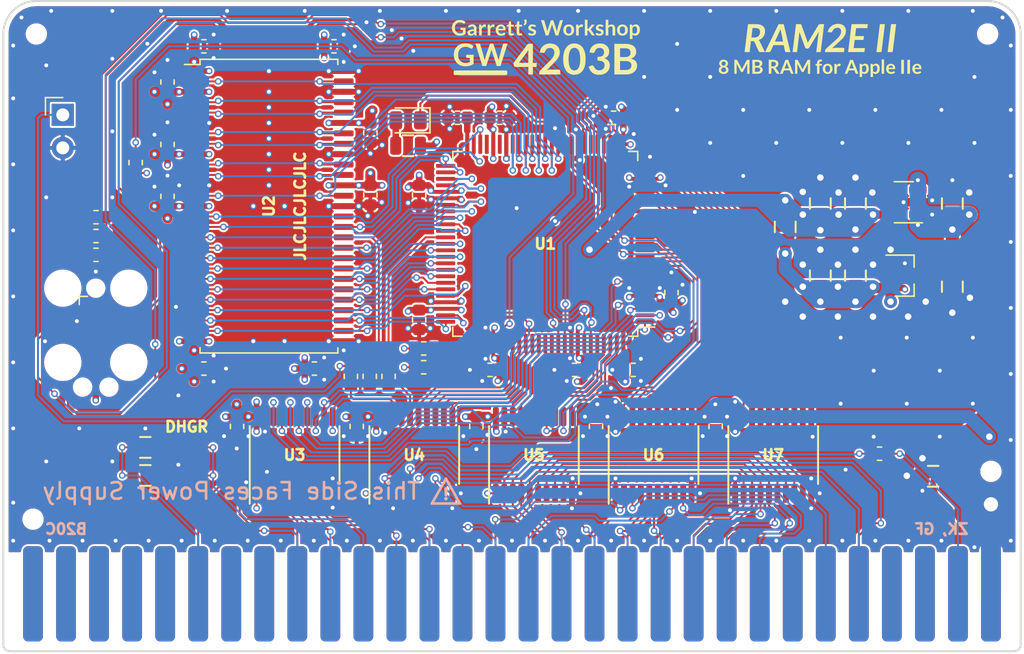
<source format=kicad_pcb>
(kicad_pcb (version 20221018) (generator pcbnew)
  (title_block (title "GW4203B (RAM2E II) - LCMXO2-640 / LCMXO2-1200") (date "2023-10-21") (rev "2.1") (company "Garrett's Workshop"))
  (layers (0 "F.Cu" signal) (1 "In1.Cu" power) (2 "In2.Cu" power) (31 "B.Cu" signal) (34 "B.Paste" user) (35 "F.Paste" user) (36 "B.SilkS" user "B.Silkscreen") (37 "F.SilkS" user "F.Silkscreen") (38 "B.Mask" user) (39 "F.Mask" user) (44 "Edge.Cuts" user))
  (net 0 "")
  (net 1 "+5V")
  (net 2 "GND")
  (net 3 "/Vid7M")
  (net 4 "/~{SYNC}")
  (net 5 "/~{PRAS}")
  (net 6 "/VC")
  (net 7 "/~{C07X}")
  (net 8 "/~{WNDW}")
  (net 9 "/SEGA")
  (net 10 "/ROMEN1")
  (net 11 "/ROMEN2")
  (net 12 "/MD7")
  (net 13 "/MD6")
  (net 14 "/MD5")
  (net 15 "/MD4")
  (net 16 "/PHI0")
  (net 17 "/~{CLRGAT}")
  (net 18 "/~{80VID}")
  (net 19 "/~{PCAS}")
  (net 20 "/~{LDPS}")
  (net 21 "/R~{W}80")
  (net 22 "/PHI1")
  (net 23 "/~{CASEN}")
  (net 24 "/MD3")
  (net 25 "/MD2")
  (net 26 "/MD1")
  (net 27 "/MD0")
  (net 28 "/H0")
  (net 29 "/AN3")
  (net 30 "/~{EN80}")
  (net 31 "/~{ALTVID}")
  (net 32 "/~{SEROUT}")
  (net 33 "/~{ENVID}")
  (net 34 "/R~{W}")
  (net 35 "/Q3")
  (net 36 "/SEGB")
  (net 37 "/~{RA9}")
  (net 38 "/~{RA10}")
  (net 39 "/GR")
  (net 40 "/~{ENTMG}")
  (net 41 "/MA6")
  (net 42 "/MA5")
  (net 43 "/MA4")
  (net 44 "/MA3")
  (net 45 "/MA2")
  (net 46 "/MA1")
  (net 47 "/MA0")
  (net 48 "/MA7")
  (net 49 "/C7M")
  (net 50 "/C14M")
  (net 51 "/C3M58")
  (net 52 "/VD0")
  (net 53 "/VD1")
  (net 54 "/VD2")
  (net 55 "/VD3")
  (net 56 "/VD4")
  (net 57 "/VD5")
  (net 58 "/VD6")
  (net 59 "/VD7")
  (net 60 "+3V3")
  (net 61 "/TDI")
  (net 62 "Net-(D1-A)")
  (net 63 "/TMS")
  (net 64 "/TDO")
  (net 65 "/TCK")
  (net 66 "/RD5")
  (net 67 "/RD4")
  (net 68 "/RD3")
  (net 69 "/RD2")
  (net 70 "/RD7")
  (net 71 "/RD6")
  (net 72 "/RD0")
  (net 73 "/RD1")
  (net 74 "/DQMH")
  (net 75 "/~{WE}")
  (net 76 "/~{CAS}")
  (net 77 "/CKE")
  (net 78 "/~{RAS}")
  (net 79 "/BA0")
  (net 80 "/RA11")
  (net 81 "/~{CS}")
  (net 82 "/BA1")
  (net 83 "/RA9")
  (net 84 "/RA10")
  (net 85 "/RA8")
  (net 86 "/RA0")
  (net 87 "/RA7")
  (net 88 "/RA1")
  (net 89 "/RA6")
  (net 90 "/RA4")
  (net 91 "/RA3")
  (net 92 "/~{EN80}in")
  (net 93 "/RA5")
  (net 94 "/RA2")
  (net 95 "/R~{W}80in")
  (net 96 "/Ain5")
  (net 97 "/PHI1in")
  (net 98 "/Ain6")
  (net 99 "/DQML")
  (net 100 "/~{C07X}in")
  (net 101 "/R~{W}in")
  (net 102 "/Ain0")
  (net 103 "/Ain1")
  (net 104 "/Ain2")
  (net 105 "/Ain3")
  (net 106 "/Ain4")
  (net 107 "/Ain7")
  (net 108 "/Din0")
  (net 109 "/Din1")
  (net 110 "/Din2")
  (net 111 "/Din3")
  (net 112 "/Din4")
  (net 113 "/Din5")
  (net 114 "/Din6")
  (net 115 "/Din7")
  (net 116 "/V~{OE}")
  (net 117 "/Vout7")
  (net 118 "/Vout6")
  (net 119 "/Vout5")
  (net 120 "/Vout4")
  (net 121 "/Vout3")
  (net 122 "/Vout2")
  (net 123 "/Vout1")
  (net 124 "/Vout0")
  (net 125 "/D~{OE}")
  (net 126 "/Dout0")
  (net 127 "/Dout1")
  (net 128 "/Dout2")
  (net 129 "/Dout3")
  (net 130 "/Dout4")
  (net 131 "/Dout5")
  (net 132 "/Dout6")
  (net 133 "/Dout7")
  (net 134 "/RCLK")
  (net 135 "/ACLK")
  (net 137 "/~{FRCTXT}")
  (net 139 "/C14MB")
  (net 141 "/C14MR")
  (net 142 "+1V2")
  (net 143 "Net-(U4-B0)")
  (net 144 "Net-(U4-B2)")
  (net 145 "/DONE")
  (net 146 "/~{PROG}")
  (net 147 "/~{INIT}")
  (net 150 "/TCKr")
  (net 153 "/LED")
  (footprint "stdpads:Fiducial" (layer "F.Cu") (at 203.2 129.54)
    (fp_text reference "FID1")
    (fp_text value "Fiducial" hide)
  )
  (footprint "stdpads:Fiducial" (layer "F.Cu") (at 271.526 92.202)
    (fp_text reference "FID3")
    (fp_text value "Fiducial" hide)
  )
  (footprint "stdpads:TSSOP-20_4.4x6.5mm_P0.65mm" (layer "F.Cu") (at 239.175 124.6)
    (fp_text reference "U5")
    (fp_text value "74AHC245PW")
  )
  (footprint "stdpads:C_0603" (layer "F.Cu") (at 234.75 122.4 -90)
    (fp_text reference "C9")
    (fp_text value "2u2")
  )
  (footprint "stdpads:C_0603" (layer "F.Cu") (at 253.15 122.4 -90)
    (fp_text reference "C11")
    (fp_text value "2u2")
  )
  (footprint "stdpads:TSSOP-20_4.4x6.5mm_P0.65mm" (layer "F.Cu") (at 257.575 124.6)
    (fp_text reference "U7")
    (fp_text value "74AHCT245PW")
  )
  (footprint "stdpads:C_0603" (layer "F.Cu") (at 243.95 122.4 -90)
    (fp_text reference "C10")
    (fp_text value "2u2")
  )
  (footprint "stdpads:TSSOP-20_4.4x6.5mm_P0.65mm" (layer "F.Cu") (at 220.775 124.6)
    (fp_text reference "U3")
    (fp_text value "74AHC245PW")
  )
  (footprint "stdpads:TSSOP-20_4.4x6.5mm_P0.65mm" (layer "F.Cu") (at 248.375 124.6)
    (fp_text reference "U6")
    (fp_text value "74AHCT245PW")
  )
  (footprint "stdpads:AppleIIeAux_Edge" (layer "F.Cu") (at 237.49 135.382)
    (fp_text reference "J1" hide)
    (fp_text value "AppleIIeAux" hide)
  )
  (footprint "stdpads:TSSOP-20_4.4x6.5mm_P0.65mm" (layer "F.Cu") (at 229.975 124.6)
    (fp_text reference "U4")
    (fp_text value "74LVC245APW")
  )
  (footprint "stdpads:C_0603" (layer "F.Cu") (at 225.55 122.4 -90)
    (fp_text reference "C8")
    (fp_text value "2u2")
  )
  (footprint "stdpads:C_0603" (layer "F.Cu") (at 226.6 104.6 -90)
    (fp_text reference "C26")
    (fp_text value "2u2")
  )
  (footprint "stdpads:C_0603" (layer "F.Cu") (at 211 100.7 90)
    (fp_text reference "C22")
    (fp_text value "2u2")
  )
  (footprint "stdpads:C_0603" (layer "F.Cu") (at 211 95.9 90)
    (fp_text reference "C21")
    (fp_text value "2u2")
  )
  (footprint "stdpads:C_0603" (layer "F.Cu") (at 211 104.7 90)
    (fp_text reference "C23")
    (fp_text value "2u2")
  )
  (footprint "stdpads:C_0603" (layer "F.Cu") (at 226.6 99.8 -90)
    (fp_text reference "C27")
    (fp_text value "2u2")
  )
  (footprint "stdpads:TSOP-II-54_22.2x10.16mm_P0.8mm" (layer "F.Cu") (at 218.8 105.45 -90)
    (fp_text reference "U2")
    (fp_text value "W9812G6KH-6")
  )
  (footprint "stdpads:Fiducial" (layer "F.Cu") (at 203.454 92.202)
    (fp_text reference "FID2")
    (fp_text value "Fiducial" hide)
  )
  (footprint "stdpads:PasteHole_1.1mm_PTH" (layer "F.Cu") (at 274.32 128.397)
    (fp_text reference "H5")
    (fp_text value " " hide)
  )
  (footprint "stdpads:C_0805" (layer "F.Cu") (at 269.875 126.238 180)
    (fp_text reference "C29")
    (fp_text value "10u")
  )
  (footprint "stdpads:Fiducial" (layer "F.Cu") (at 270.129 129.286)
    (fp_text reference "FID4")
    (fp_text value "Fiducial" hide)
  )
  (footprint "stdpads:C_0805" (layer "F.Cu") (at 271.35 111.65 -90)
    (fp_text reference "C1")
    (fp_text value "10u")
  )
  (footprint "stdpads:C_0603" (layer "F.Cu") (at 223.8 93.15)
    (fp_text reference "C28")
    (fp_text value "2u2")
  )
  (footprint "stdpads:R_0805" (layer "F.Cu") (at 209.296 126.1745)
    (fp_text reference "R7")
    (fp_text value "DNP")
  )
  (footprint "stdpads:R_0805" (layer "F.Cu") (at 209.296 124.0155)
    (fp_text reference "R6")
    (fp_text value "0")
  )
  (footprint "stdpads:PasteHole_1.152mm_NPTH" (layer "F.Cu") (at 200.66 129.54)
    (fp_text reference "H1")
    (fp_text value " " hide)
  )
  (footprint "stdpads:PasteHole_1.152mm_NPTH" (layer "F.Cu") (at 200.914 92.202)
    (fp_text reference "H2")
    (fp_text value " " hide)
  )
  (footprint "stdpads:PasteHole_1.152mm_NPTH" (layer "F.Cu") (at 274.066 92.202)
    (fp_text reference "H3")
    (fp_text value " " hide)
  )
  (footprint "stdpads:PasteHole_1.152mm_NPTH" (layer "F.Cu") (at 274.32 125.857)
    (fp_text reference "H4")
    (fp_text value " " hide)
  )
  (footprint "stdpads:C_0805" (layer "F.Cu") (at 263.9 110.8 90)
    (fp_text reference "C2")
    (fp_text value "10u")
  )
  (footprint "stdpads:SOT-23" (layer "F.Cu") (at 267.65 110.8 180)
    (fp_text reference "U8")
    (fp_text value "XC6206P332MR")
  )
  (footprint "stdpads:C_0805" (layer "F.Cu") (at 261.2 110.8 90)
    (fp_text reference "C3")
    (fp_text value "10u")
  )
  (footprint "stdpads:C_0603" (layer "F.Cu") (at 213.8 93.15)
    (fp_text reference "C20")
    (fp_text value "2u2")
  )
  (footprint "stdpads:C_0603" (layer "F.Cu") (at 216.35 122.4 -90)
    (fp_text reference "C7")
    (fp_text value "2u2")
  )
  (footprint "stdpads:C_0603" (layer "F.Cu") (at 213.8 117.95)
    (fp_text reference "C24")
    (fp_text value "2u2")
  )
  (footprint "stdpads:C_0805" (layer "F.Cu") (at 263.9 105.25 90)
    (fp_text reference "C4")
    (fp_text value "10u")
  )
  (footprint "stdpads:C_0805" (layer "F.Cu") (at 261.2 105.25 90)
    (fp_text reference "C5")
    (fp_text value "10u")
  )
  (footprint "stdpads:R_0805" (layer "F.Cu") (at 258.5 107.05 90)
    (fp_text reference "R1")
    (fp_text value "0 ")
  )
  (footprint "stdpads:C_0603" (layer "F.Cu") (at 222.3 117.95)
    (fp_text reference "C25")
    (fp_text value "2u2")
  )
  (footprint "Connector_PinHeader_2.54mm:PinHeader_1x02_P2.54mm_Vertical" (layer "F.Cu") (at 202.946 98.425)
    (fp_text reference "J3" hide)
    (fp_text value "C14M")
  )
  (footprint "stdpads:R_0603" (layer "F.Cu") (at 265.75 124.5)
    (fp_text reference "R2")
    (fp_text value "47")
  )
  (footprint "stdpads:C_0603" (layer "F.Cu") (at 246.8 118.05)
    (fp_text reference "C16")
    (fp_text value "2u2")
  )
  (footprint "stdpads:C_0603" (layer "F.Cu") (at 233.3 98.65 180)
    (fp_text reference "C19")
    (fp_text value "2u2")
  )
  (footprint "stdpads:TC2050" (layer "F.Cu") (at 205.486 115.57 -90)
    (fp_text reference "J2")
    (fp_text value "JTAG")
  )
  (footprint "stdpads:R_0805" (layer "F.Cu") (at 229.5 100.8)
    (fp_text reference "R10")
    (fp_text value "220")
  )
  (footprint "stdpads:LED_0805" (layer "F.Cu") (at 229.5 98.85 180)
    (fp_text reference "D1")
    (fp_text value "Amber")
  )
  (footprint "stdpads:R_0603" (layer "F.Cu") (at 226.55 118.55 -90)
    (fp_text reference "R12")
    (fp_text value "47")
  )
  (footprint "stdpads:R_0603" (layer "F.Cu") (at 228 118.55 -90)
    (fp_text reference "R13")
    (fp_text value "47")
  )
  (footprint "stdpads:R_0603" (layer "F.Cu") (at 225.1 118.55 -90)
    (fp_text reference "R3")
    (fp_text value "47")
  )
  (footprint "stdpads:TQFP-100_14x14mm_P0.5mm" (layer "F.Cu") (at 240.05 108.35 90)
    (fp_text reference "U1")
    (fp_text value "LCMXO2-TG100")
  )
  (footprint "stdpads:C_0603" (layer "F.Cu") (at 205.5 106.3 180)
    (fp_text reference "C31")
    (fp_text value "15p")
  )
  (footprint "stdpads:R_0603" (layer "F.Cu") (at 205.5 107.75 180)
    (fp_text reference "R9")
    (fp_text value "10k")
  )
  (footprint "stdpads:R_0603" (layer "F.Cu") (at 205.5 109.2 180)
    (fp_text reference "R4")
    (fp_text value "47")
  )
  (footprint "stdpads:C_0603" (layer "F.Cu") (at 236.55 98.65)
    (fp_text reference "C12")
    (fp_text value "2u2")
  )
  (footprint "stdpads:C_0603" (layer "F.Cu") (at 230.35 104.6 -90)
    (fp_text reference "C13")
    (fp_text value "2u2")
  )
  (footprint "stdpads:C_0603" (layer "F.Cu") (at 230.35 114.2 -90)
    (fp_text reference "C14")
    (fp_text value "2u2")
  )
  (footprint "stdpads:C_0603" (layer "F.Cu") (at 235.8 118.05 180)
    (fp_text reference "C15")
    (fp_text value "2u2")
  )
  (footprint "stdpads:C_0603" (layer "F.Cu") (at 242.3 118.05 180)
    (fp_text reference "C17")
    (fp_text value "2u2")
  )
  (footprint "stdpads:C_0603" (layer "F.Cu") (at 249.75 112.1 90)
    (fp_text reference "C18")
    (fp_text value "2u2")
  )
  (footprint "stdpads:C_0603" (layer "F.Cu") (at 245.3 98.65 180)
    (fp_text reference "C30")
    (fp_text value "2u2")
  )
  (footprint "stdpads:R_0603" (layer "F.Cu") (at 230.7 117.85)
    (fp_text reference "R5")
    (fp_text value "10k")
  )
  (footprint "stdpads:R_0603" (layer "F.Cu") (at 230.7 116.4)
    (fp_text reference "R8")
    (fp_text value "10k")
  )
  (footprint "stdpads:R_0603" (layer "F.Cu") (at 208.55 102.1 90)
    (fp_text reference "R11")
    (fp_text value "10k")
  )
  (footprint "stdpads:SOT-23-5" (layer "F.Cu") (at 267.65 105.15 90)
    (fp_text reference "U9")
    (fp_text value "AP2127K-1.2TRG1")
  )
  (footprint "LOGO" (layer "F.Cu") (at 240.0935 93.4085)
    (fp_text reference "G***" hide)
    (fp_text value "LOGO" hide)
  )
  (footprint "stdpads:C_0805" (layer "F.Cu") (at 271.35 105.25 90)
    (fp_text reference "C6")
    (fp_text value "10u")
  )
  (footprint "LOGO" (layer "F.Cu") (at 261.1755 93.2815)
    (fp_text reference "G***" hide)
    (fp_text value "LOGO" hide)
  )
  (gr_line (start 232.41 126.4285) (end 233.4895 128.3335) (stroke (width 0.2)) (layer "B.SilkS"))
  (gr_line (start 231.3305 128.3335) (end 232.41 126.4285) (stroke (width 0.2)) (layer "B.SilkS"))
  (gr_line (start 233.4895 128.3335) (end 231.3305 128.3335) (stroke (width 0.2)) (layer "B.SilkS"))
  (gr_line (start 276.098 139.7) (end 198.882 139.7) (stroke (width 0.15)) (layer "Edge.Cuts"))
  (gr_arc (start 276.606 139.192) (mid 276.45721 139.55121) (end 276.098 139.7) (stroke (width 0.15)) (layer "Edge.Cuts"))
  (gr_arc (start 198.882 139.7) (mid 198.52279 139.55121) (end 198.374 139.192) (stroke (width 0.15)) (layer "Edge.Cuts"))
  (gr_line (start 198.374 92.202) (end 198.374 139.192) (stroke (width 0.15)) (layer "Edge.Cuts"))
  (gr_arc (start 274.066 89.662) (mid 275.862051 90.405949) (end 276.606 92.202) (stroke (width 0.15)) (layer "Edge.Cuts"))
  (gr_line (start 200.914 89.662) (end 274.066 89.662) (stroke (width 0.15)) (layer "Edge.Cuts"))
  (gr_arc (start 198.374 92.202) (mid 199.117949 90.405949) (end 200.914 89.662) (stroke (width 0.15)) (layer "Edge.Cuts"))
  (gr_line (start 276.606 92.202) (end 276.606 139.192) (stroke (width 0.15)) (layer "Edge.Cuts"))
  (gr_text "ZK, GF" (at 270.51 130.302) (layer "B.SilkS") (effects (font (size 0.8128 0.8128) (thickness 0.2032)) (justify mirror)))
  (gr_text "B20C" (at 203.2 130.302) (layer "B.SilkS") (effects (font (size 0.8128 0.8128) (thickness 0.2032)) (justify mirror)))
  (gr_text "This Side Faces Power Supply" (at 215.9 127.381) (layer "B.SilkS") (effects (font (size 1.27 1.27) (thickness 0.2)) (justify mirror)))
  (gr_text "!" (at 232.41 127.635) (layer "B.SilkS") (effects (font (size 0.8128 0.8128) (thickness 0.1905)) (justify mirror)))
  (gr_text "JLCJLCJLCJLC" (at 221.2 105.45 90) (layer "F.SilkS") (effects (font (size 0.8128 0.8128) (thickness 0.2032))))
  (gr_text "DHGR" (at 212.471 122.428) (layer "F.SilkS") (effects (font (size 0.8128 0.8128) (thickness 0.2032))))
  (segment (start 243.925 121.65) (end 244.825 121.65) (width 0.762) (layer "F.Cu") (net 1))
  (segment (start 245.45 121.65) (end 245.45 122.8) (width 0.45) (layer "F.Cu") (net 1))
  (segment (start 245.45 121.65) (end 245.45 120.5) (width 0.45) (layer "F.Cu") (net 1))
  (segment (start 245.45 121.65) (end 244.825 121.65) (width 0.45) (layer "F.Cu") (net 1))
  (segment (start 253.125 121.65) (end 254.025 121.65) (width 0.762) (layer "F.Cu") (net 1))
  (segment (start 254.65 121.65) (end 254.025 121.65) (width 0.45) (layer "F.Cu") (net 1))
  (segment (start 253.125 121.65) (end 253.125 120.7) (width 0.762) (layer "F.Cu") (net 1))
  (segment (start 254.65 121.65) (end 254.65 120.5) (width 0.45) (layer "F.Cu") (net 1))
  (segment (start 254.65 121.65) (end 254.65 122.8) (width 0.45) (layer "F.Cu") (net 1))
  (segment (start 270.725 125.261) (end 274.193 121.793) (width 0.8) (layer "F.Cu") (net 1))
  (segment (start 270.725 126.238) (end 272.288 126.238) (width 1) (layer "F.Cu") (net 1))
  (segment (start 243.925 121.65) (end 243.925 120.825) (width 0.762) (layer "F.Cu") (net 1))
  (segment (start 271.35 110.8) (end 273 110.8) (width 1) (layer "F.Cu") (net 1))
  (segment (start 272.288 126.238) (end 272.288 129.159) (width 1.524) (layer "F.Cu") (net 1))
  (segment (start 274.32 131.191) (end 274.32 135.282) (width 1.524) (layer "F.Cu") (net 1))
  (segment (start 272.288 129.159) (end 274.32 131.191) (width 1.524) (layer "F.Cu") (net 1))
  (segment (start 268.7 106.1) (end 269.8 106.1) (width 0.6) (layer "F.Cu") (net 1))
  (segment (start 274.5 123.3) (end 272.288 125.512) (width 1) (layer "F.Cu") (net 1))
  (segment (start 273 110.8) (end 273.8 111.6) (width 1) (layer "F.Cu") (net 1))
  (segment (start 273.7 110.8) (end 274.5 111.6) (width 1) (layer "F.Cu") (net 1))
  (segment (start 274.193 123.19) (end 274.1295 123.2535) (width 1.524) (layer "F.Cu") (net 1))
  (segment (start 269.8 106.1) (end 271.35 106.1) (width 0.8) (layer "F.Cu") (net 1))
  (segment (start 274.5 120.7) (end 274.5 111.6) (width 0.8) (layer "F.Cu") (net 1))
  (segment (start 268.7 110.8) (end 271.35 110.8) (width 0.8) (layer "F.Cu") (net 1))
  (segment (start 243.925 120.825) (end 244.05 120.7) (width 0.762) (layer "F.Cu") (net 1))
  (segment (start 253.125 121.65) (end 252.3 121.65) (width 0.508) (layer "F.Cu") (net 1))
  (segment (start 272.288 125.095) (end 272.288 126.238) (width 1.524) (layer "F.Cu") (net 1))
  (segment (start 270.725 126.238) (end 270.725 127.215) (width 0.8) (layer "F.Cu") (net 1))
  (segment (start 274.1295 123.2535) (end 272.288 125.095) (width 1.524) (layer "F.Cu") (net 1))
  (segment (start 271.35 110.8) (end 271.35 107.25) (width 1) (layer "F.Cu") (net 1))
  (segment (start 273.8 111.6) (end 274.5 111.6) (width 1) (layer "F.Cu") (net 1))
  (segment (start 272.288 125.512) (end 272.288 129.159) (width 1) (layer "F.Cu") (net 1))
  (segment (start 270.725 125.261) (end 270.725 124.475) (width 0.8) (layer "F.Cu") (net 1))
  (segment (start 243.925 121.65) (end 243.1 121.65) (width 0.508) (layer "F.Cu") (net 1))
  (segment (start 271.35 110.8) (end 273.7 110.8) (width 1) (layer "F.Cu") (net 1))
  (segment (start 274.193 123.19) (end 272.288 125.095) (width 1.524) (layer "F.Cu") (net 1))
  (segment (start 270.725 126.238) (end 270.725 125.261) (width 0.8) (layer "F.Cu") (net 1))
  (segment (start 272.288 128.778) (end 272.288 129.159) (width 1) (layer "F.Cu") (net 1))
  (segment (start 268.7 104.2) (end 268.7 103.45) (width 0.65) (layer "F.Cu") (net 1))
  (segment (start 271.35 106.1) (end 272.65 106.1) (width 1) (layer "F.Cu") (net 1))
  (segment (start 270.725 124.475) (end 274.5 120.7) (width 0.8) (layer "F.Cu") (net 1))
  (segment (start 268.7 106.1) (end 268.7 106.9) (width 0.65) (layer "F.Cu") (net 1))
  (segment (start 274.5 111.6) (end 274.5 123.3) (width 1) (layer "F.Cu") (net 1))
  (segment (start 274.193 123.19) (end 274.193 111.693) (width 1.524) (layer "F.Cu") (net 1))
  (segment (start 270.725 127.215) (end 272.288 128.778) (width 0.8) (layer "F.Cu") (net 1))
  (segment (start 271.35 107.25) (end 271.35 106.1) (width 1) (layer "F.Cu") (net 1))
  (via (at 245.45 122.8) (size 0.5) (drill 0.3) (layers "F.Cu" "B.Cu") (net 1))
  (via (at 244.825 121.65) (size 0.5) (drill 0.3) (layers "F.Cu" "B.Cu") (net 1))
  (via (at 245.45 120.5) (size 0.5) (drill 0.3) (layers "F.Cu" "B.Cu") (net 1))
  (via (at 254.65 122.8) (size 0.5) (drill 0.3) (layers "F.Cu" "B.Cu") (net 1))
  (via (at 253.125 120.7) (size 0.5) (drill 0.3) (layers "F.Cu" "B.Cu") (net 1))
  (via (at 254.025 121.65) (size 0.5) (drill 0.3) (layers "F.Cu" "B.Cu") (net 1))
  (via (at 254.65 120.5) (size 0.5) (drill 0.3) (layers "F.Cu" "B.Cu") (net 1))
  (via (at 269.8 106.1) (size 0.6) (drill 0.3) (layers "F.Cu" "B.Cu") (net 1))
  (via (at 244.05 120.7) (size 0.5) (drill 0.3) (layers "F.Cu" "B.Cu") (net 1))
  (via (at 243.1 121.65) (size 0.5) (drill 0.3) (layers "F.Cu" "B.Cu") (net 1))
  (via (at 272.65 106.1) (size 1) (drill 0.5) (layers "F.Cu" "B.Cu") (net 1))
  (via (at 252.3 121.65) (size 0.5) (drill 0.3) (layers "F.Cu" "B.Cu") (net 1))
  (via (at 274.193 123.19) (size 1) (drill 0.5) (layers "F.Cu" "B.Cu") (net 1))
  (via (at 271.35 107.25) (size 1) (drill 0.5) (layers "F.Cu" "B.Cu") (net 1))
  (via (at 268.7 106.9) (size 0.6) (drill 0.3) (layers "F.Cu" "B.Cu") (net 1))
  (via (at 268.7 103.45) (size 0.6) (drill 0.3) (layers "F.Cu" "B.Cu") (net 1))
  (segment (start 271.35 107.25) (end 272.5 106.1) (width 1.27) (layer "B.Cu") (net 1))
  (segment (start 245.45 120.5) (end 245.55 120.6) (width 0.5) (layer "B.Cu") (net 1))
  (segment (start 268.7 103.45) (end 268.7 105.05) (width 0.65) (layer "B.Cu") (net 1))
  (segment (start 252.3 121.65) (end 244.825 121.65) (width 1) (layer "B.Cu") (net 1))
  (segment (start 245.55 120.95) (end 245.55 121.65) (width 1) (layer "B.Cu") (net 1))
  (segment (start 274.193 123.19) (end 272.653 121.65) (width 1) (layer "B.Cu") (net 1))
  (segment (start 244.05 120.7) (end 243.1 121.65) (width 1) (layer "B.Cu") (net 1))
  (segment (start 272.653 121.65) (end 254.025 121.65) (width 1) (layer "B.Cu") (net 1))
  (segment (start 254.75 122.7) (end 254.65 122.8) (width 0.5) (layer "B.Cu") (net 1))
  (segment (start 245.45 122.8) (end 245.45 120.5) (width 0.508) (layer "B.Cu") (net 1))
  (segment (start 252.3 121.65) (end 253.5 121.65) (width 0.5) (layer "B.Cu") (net 1))
  (segment (start 254.025 121.125) (end 254.65 120.5) (width 0.508) (layer "B.Cu") (net 1))
  (segment (start 244.825 121.65) (end 244.825 121.125) (width 0.508) (layer "B.Cu") (net 1))
  (segment (start 245.3 120.7) (end 245.55 120.95) (width 1) (layer "B.Cu") (net 1))
  (segment (start 269.5 106.1) (end 268.7 106.9) (width 1.27) (layer "B.Cu") (net 1))
  (segment (start 245.35 120.6) (end 245.35 122.7) (width 0.5) (layer "B.Cu") (net 1))
  (segment (start 272.65 106.1) (end 271.5 107.25) (width 1.27) (layer "B.Cu") (net 1))
  (segment (start 244.3 121.65) (end 245.45 120.5) (width 0.5) (layer "B.Cu") (net 1))
  (segment (start 244.825 121.65) (end 243.1 121.65) (width 1) (layer "B.Cu") (net 1))
  (segment (start 254.55 120.6) (end 254.55 122.7) (width 0.5) (layer "B.Cu") (net 1))
  (segment (start 244.05 120.7) (end 245.3 120.7) (width 1) (layer "B.Cu") (net 1))
  (segment (start 253.125 120.7) (end 254.5 120.7) (width 1) (layer "B.Cu") (net 1))
  (segment (start 254.65 120.5) (end 254.55 120.6) (width 0.5) (layer "B.Cu") (net 1))
  (segment (start 272.65 106.1) (end 269.5 106.1) (width 1.27) (layer "B.Cu") (net 1))
  (segment (start 244.825 121.475) (end 244.825 121.65) (width 0.5) (layer "B.Cu") (net 1))
  (segment (start 253.125 120.7) (end 254.025 121.6) (width 1) (layer "B.Cu") (net 1))
  (segment (start 245.45 120.5) (end 245.35 120.6) (width 0.5) (layer "B.Cu") (net 1))
  (segment (start 243.1 121.65) (end 244.3 121.65) (width 0.5) (layer "B.Cu") (net 1))
  (segment (start 254.025 121.6) (end 254.025 121.65) (width 1) (layer "B.Cu") (net 1))
  (segment (start 254.55 122.7) (end 254.65 122.8) (width 0.5) (layer "B.Cu") (net 1))
  (segment (start 246.6 121.65) (end 252.3 121.65) (width 0.5) (layer "B.Cu") (net 1))
  (segment (start 252.175 121.65) (end 244.825 121.65) (width 1) (layer "B.Cu") (net 1))
  (segment (start 245.45 120.5) (end 246.6 121.65) (width 0.5) (layer "B.Cu") (net 1))
  (segment (start 271.35 107.25) (end 270.2 106.1) (width 1.27) (layer "B.Cu") (net 1))
  (segment (start 270.2 106.1) (end 269.8 106.1) (width 1.27) (layer "B.Cu") (net 1))
  (segment (start 245.35 122.7) (end 245.45 122.8) (width 0.5) (layer "B.Cu") (net 1))
  (segment (start 253.125 120.7) (end 252.175 121.65) (width 1) (layer "B.Cu") (net 1))
  (segment (start 245.55 121.65) (end 245.55 122.7) (width 0.5) (layer "B.Cu") (net 1))
  (segment (start 254.025 122.175) (end 254.65 122.8) (width 0.508) (layer "B.Cu") (net 1))
  (segment (start 244.3 121.65) (end 245.45 122.8) (width 0.5) (layer "B.Cu") (net 1))
  (segment (start 244.825 121.125) (end 245.45 120.5) (width 0.508) (layer "B.Cu") (net 1))
  (segment (start 244.05 120.7) (end 244.825 121.475) (width 0.5) (layer "B.Cu") (net 1))
  (segment (start 254.025 121.65) (end 252.3 121.65) (width 1) (layer "B.Cu") (net 1))
  (segment (start 254.65 120.5) (end 254.75 120.6) (width 0.5) (layer "B.Cu") (net 1))
  (segment (start 269.75 106.1) (end 272.65 106.1) (width 0.65) (layer "B.Cu") (net 1))
  (segment (start 268.7 105.05) (end 269.75 106.1) (width 0.65) (layer "B.Cu") (net 1))
  (segment (start 245.55 120.6) (end 245.55 121.65) (width 0.5) (layer "B.Cu") (net 1))
  (segment (start 254.65 122.8) (end 255.8 121.65) (width 0.5) (layer "B.Cu") (net 1))
  (segment (start 268.7 103.45) (end 268.7 106.9) (width 1.27) (layer "B.Cu") (net 1))
  (segment (start 245.45 122.8) (end 246.6 121.65) (width 0.5) (layer "B.Cu") (net 1))
  (segment (start 269.05 107.25) (end 268.7 106.9) (width 1.27) (layer "B.Cu") (net 1))
  (segment (start 254.65 120.5) (end 255.8 121.65) (width 0.5) (layer "B.Cu") (net 1))
  (segment (start 245.55 122.7) (end 245.45 122.8) (width 0.5) (layer "B.Cu") (net 1))
  (segment (start 272.5 106.1) (end 272.65 106.1) (width 1.27) (layer "B.Cu") (net 1))
  (segment (start 254.65 122.8) (end 254.65 120.5) (width 0.508) (layer "B.Cu") (net 1))
  (segment (start 254.025 121.65) (end 254.025 122.175) (width 0.508) (layer "B.Cu") (net 1))
  (segment (start 244.825 122.175) (end 245.45 122.8) (width 0.508) (layer "B.Cu") (net 1))
  (segment (start 254.5 120.7) (end 255.45 121.65) (width 1) (layer "B.Cu") (net 1))
  (segment (start 271.35 107.25) (end 269.05 107.25) (width 1.27) (layer "B.Cu") (net 1))
  (segment (start 271.5 107.25) (end 271.35 107.25) (width 1.27) (layer "B.Cu") (net 1))
  (segment (start 244.825 121.65) (end 244.825 122.175) (width 0.508) (layer "B.Cu") (net 1))
  (segment (start 253.5 121.65) (end 254.65 122.8) (width 0.5) (layer "B.Cu") (net 1))
  (segment (start 254.75 120.6) (end 254.75 122.7) (width 0.5) (layer "B.Cu") (net 1))
  (segment (start 254.025 121.65) (end 254.025 121.125) (width 0.508) (layer "B.Cu") (net 1))
  (segment (start 234.725 123.15) (end 233.75 123.15) (width 0.762) (layer "F.Cu") (net 2))
  (segment (start 243.925 123.15) (end 242.95 123.15) (width 0.762) (layer "F.Cu") (net 2))
  (segment (start 243.925 123.15) (end 244.825 123.15) (width 0.508) (layer "F.Cu") (net 2))
  (segment (start 253.125 123.15) (end 252.15 123.15) (width 0.762) (layer "F.Cu") (net 2))
  (segment (start 253.125 123.15) (end 254.025 123.15) (width 0.508) (layer "F.Cu") (net 2))
  (segment (start 216.325 123.15) (end 217.225 123.15) (width 0.508) (layer "F.Cu") (net 2))
  (segment (start 216.325 123.15) (end 215.35 123.15) (width 0.762) (layer "F.Cu") (net 2))
  (segment (start 216.325 123.15) (end 216.325 124.1) (width 0.762) (layer "F.Cu") (net 2))
  (segment (start 225.525 123.15) (end 226.425 123.15) (width 0.508) (layer "F.Cu") (net 2))
  (segment (start 225.525 123.15) (end 224.55 123.15) (width 0.762) (layer "F.Cu") (net 2))
  (segment (start 224.55 115.85) (end 223.4 115.85) (width 0.45) (layer "F.Cu") (net 2))
  (segment (start 213.05 99.05) (end 214.2 99.05) (width 0.45) (layer "F.Cu") (net 2))
  (segment (start 213.05 103.85) (end 214.2 103.85) (width 0.45) (layer "F.Cu") (net 2))
  (segment (start 213.05 103.85) (end 211.9 103.85) (width 0.45) (layer "F.Cu") (net 2))
  (segment (start 224.55 115.85) (end 225.7 115.85) (width 0.45) (layer "F.Cu") (net 2))
  (segment (start 211 99.95) (end 211 99) (width 0.762) (layer "F.Cu") (net 2))
  (segment (start 211 103.95) (end 211.8 103.95) (width 0.508) (layer "F.Cu") (net 2))
  (segment (start 226.6 105.35) (end 225.8 105.35) (width 0.508) (layer "F.Cu") (net 2))
  (segment (start 211 103.95) (end 210 103.95) (width 0.762) (layer "F.Cu") (net 2))
  (segment (start 211.8 103.95) (end 211.9 103.85) (width 0.508) (layer "F.Cu") (net 2))
  (segment (start 211.05 99.05) (end 211 99) (width 0.508) (layer "F.Cu") (net 2))
  (segment (start 225.8 105.35) (end 225.7 105.45) (width 0.508) (layer "F.Cu") (net 2))
  (segment (start 211 103.95) (end 211 103.1) (width 0.508) (layer "F.Cu") (net 2))
  (segment (start 213.05 99.05) (end 211.05 99.05) (width 0.508) (layer "F.Cu") (net 2))
  (segment (start 224.55 96.65) (end 225.7 96.65) (width 0.45) (layer "F.Cu") (net 2))
  (segment (start 224.55 105.45) (end 225.7 105.45) (width 0.45) (layer "F.Cu") (net 2))
  (segment (start 224.55 96.65) (end 223.4 96.65) (width 0.45) (layer "F.Cu") (net 2))
  (segment (start 224.55 95.05) (end 223.4 95.05) (width 0.45) (layer "F.Cu") (net 2))
  (segment (start 224.55 105.45) (end 223.4 105.45) (width 0.45) (layer "F.Cu") (net 2))
  (segment (start 224.55 95.05) (end 225.7 95.05) (width 0.45) (layer "F.Cu") (net 2))
  (segment (start 224.55 101.45) (end 223.4 101.45) (width 0.45) (layer "F.Cu") (net 2))
  (segment (start 214.55 93.15) (end 214.55 94.05) (width 0.5) (layer "F.Cu") (net 2))
  (segment (start 214.55 93.15) (end 214.55 92.25) (width 0.5) (layer "F.Cu") (net 2))
  (segment (start 214.55 117.95) (end 214.55 116.95) (width 0.762) (layer "F.Cu") (net 2))
  (segment (start 214.55 117.95) (end 214.55 118.95) (width 0.762) (layer "F.Cu") (net 2))
  (segment (start 242.05 114.9) (end 241.95 114.8) (width 0.3) (layer "F.Cu") (net 2))
  (segment (start 232.55 98.65) (end 232.55 97.95) (width 0.5) (layer "F.Cu") (net 2))
  (segment (start 235.45 117.2) (end 235.55 117.1) (width 0.3) (layer "F.Cu") (net 2))
  (segment (start 237.3 98.65) (end 237.3 99.35) (width 0.5) (layer "F.Cu") (net 2))
  (segment (start 250.45 111.35) (end 250.6 111.5) (width 0.5) (layer "F.Cu") (net 2))
  (segment (start 231.35 112.85) (end 231.25 112.75) (width 0.3) (layer "F.Cu") (net 2))
  (segment (start 247.55 118.75) (end 247.4 118.9) (width 0.5) (layer "F.Cu") (net 2))
  (segment (start 242.05 116.0125) (end 242.05 117.05) (width 0.3) (layer "F.Cu") (net 2))
  (segment (start 249.05 111.35) (end 248.85 111.55) (width 0.5) (layer "F.Cu") (net 2))
  (segment (start 247.55 118.05) (end 247.55 118.75) (width 0.5) (layer "F.Cu") (net 2))
  (segment (start 232.3875 112.85) (end 231.35 112.85) (width 0.3) (layer "F.Cu") (net 2))
  (segment (start 242.05 116.0125) (end 242.05 114.9) (width 0.3) (layer "F.Cu") (net 2))
  (segment (start 237.3 98.65) (end 237.3 97.95) (width 0.5) (layer "F.Cu") (net 2))
  (segment (start 247.7125 111.85) (end 248.75 111.85) (width 0.3) (layer "F.Cu") (net 2))
  (segment (start 247.55 118.05) (end 247.55 117.35) (width 0.5) (layer "F.Cu") (net 2))
  (segment (start 232.55 99.35) (end 232.7 99.5) (width 0.5) (layer "F.Cu") (net 2))
  (segment (start 249.75 111.35) (end 249.05 111.35) (width 0.5) (layer "F.Cu") (net 2))
  (segment (start 235.2 117.2) (end 235.45 117.2) (width 0.5) (layer "F.Cu") (net 2))
  (segment (start 235.55 117.1) (end 235.55 116.0125) (width 0.3) (layer "F.Cu") (net 2))
  (segment (start 248.85 111.55) (end 248.85 111.75) (width 0.5) (layer "F.Cu") (net 2))
  (segment (start 241.55 118.05) (end 241.55 118.75) (width 0.5) (layer "F.Cu") (net 2))
  (segment (start 247.55 117.35) (end 247.4 117.2) (width 0.5) (layer "F.Cu") (net 2))
  (segment (start 235.05 117.35) (end 235.2 117.2) (width 0.5) (layer "F.Cu") (net 2))
  (segment (start 241.55 118.05) (end 240.75 118.05) (width 0.5) (layer "F.Cu") (net 2))
  (segment (start 235.05 118.05) (end 235.05 117.35) (width 0.5) (layer "F.Cu") (net 2))
  (segment (start 237.1 97.75) (end 237.05 97.75) (width 0.5) (layer "F.Cu") (net 2))
  (segment (start 235.05 118.05) (end 234.25 118.05) (width 0.5) (layer "F.Cu") (net 2))
  (segment (start 249.75 111.35) (end 250.45 111.35) (width 0.5) (layer "F.Cu") (net 2))
  (segment (start 235.55 116.0125) (end 235.55 114.9) (width 0.3) (layer "F.Cu") (net 2))
  (segment (start 237.3 99.35) (end 237.1 99.55) (width 0.5) (layer "F.Cu") (net 2))
  (segment (start 241.75 117.15) (end 241.95 117.15) (width 0.5) (layer "F.Cu") (net 2))
  (segment (start 230.35 105.35) (end 231.05 105.35) (width 0.5) (layer "F.Cu") (net 2))
  (segment (start 232.3875 104.85) (end 231.35 104.85) (width 0.3) (layer "F.Cu") (net 2))
  (segment (start 233.6 112.75) (end 233.5 112.85) (width 0.3) (layer "F.Cu") (net 2))
  (segment (start 233.5 112.85) (end 232.3875 112.85) (width 0.3) (layer "F.Cu") (net 2))
  (segment (start 231.35 104.85) (end 231.25 104.95) (width 0.3) (layer "F.Cu") (net 2))
  (segment (start 232.3875 104.85) (end 233.5 104.85) (width 0.3) (layer "F.Cu") (net 2))
  (segment (start 233.5 104.85) (end 233.6 104.95) (width 0.3) (layer "F.Cu") (net 2))
  (segment (start 235.55 114.9) (end 235.45 114.8) (width 0.3) (layer "F.Cu") (net 2))
  (segment (start 230.35 105.35) (end 229.65 105.35) (width 0.5) (layer "F.Cu") (net 2))
  (segment (start 230.35 105.35) (end 230.35 105.95) (width 0.5) (layer "F.Cu") (net 2))
  (segment (start 244.55 97.95) (end 244.7 97.8) (width 0.5) (layer "F.Cu") (net 2))
  (segment (start 244.55 98.65) (end 244.55 97.95) (width 0.5) (layer "F.Cu") (net 2))
  (segment (start 229.65 105.35) (end 229.5 105.2) (width 0.5) (layer "F.Cu") (net 2))
  (segment (start 244.55 98.65) (end 244.55 99.35) (width 0.5) (layer "F.Cu") (net 2))
  (segment (start 248.75 111.85) (end 248.85 111.75) (width 0.3) (layer "F.Cu") (net 2))
  (segment (start 237.3 98.65) (end 237.9 98.65) (width 0.5) (layer "F.Cu") (net 2))
  (segment (start 244.55 99.35) (end 244.7 99.5) (width 0.5) (layer "F.Cu") (net 2))
  (segment (start 232.55 98.65) (end 232.55 99.35) (width 0.5) (layer "F.Cu") (net 2))
  (segment (start 231.25 105.15) (end 231.25 104.95) (width 0.5) (layer "F.Cu") (net 2))
  (segment (start 246.6 103.85) (end 246.5 103.95) (width 0.3) (layer "F.Cu") (net 2))
  (segment (start 231.05 105.35) (end 231.25 105.15) (width 0.5) (layer "F.Cu") (net 2))
  (segment (start 237.05 100.6875) (end 237.05 99.55) (width 0.3) (layer "F.Cu") (net 2))
  (segment (start 242.05 117.05) (end 241.95 117.15) (width 0.3) (layer "F.Cu") (net 2))
  (segment (start 241.55 117.35) (end 241.75 117.15) (width 0.5) (layer "F.Cu") (net 2))
  (segment (start 246.6 111.85) (end 246.5 111.75) (width 0.3) (layer "F.Cu") (net 2))
  (segment (start 237.3 97.95) (end 237.1 97.75) (width 0.5) (layer "F.Cu") (net 2))
  (segment (start 247.7125 111.85) (end 246.6 111.85) (width 0.3) (layer "F.Cu") (net 2))
  (segment (start 237.1 99.55) (end 237.05 99.55) (width 0.5) (layer "F.Cu") (net 2))
  (segment (start 241.55 118.75) (end 241.7 118.9) (width 0.5) (layer "F.Cu") (net 2))
  (segment (start 232.55 97.95) (end 232.7 97.8) (width 0.5) (layer "F.Cu") (net 2))
  (segment (start 247.7125 103.85) (end 246.6 103.85) (width 0.3) (layer "F.Cu") (net 2))
  (segment (start 237.05 101.8) (end 237.05 100.6875) (width 0.3) (layer "F.Cu") (net 2))
  (segment (start 241.55 118.05) (end 241.55 117.35) (width 0.5) (layer "F.Cu") (net 2))
  (segment (start 204.851 114.3) (end 204.03 114.3) (width 0.5) (layer "F.Cu") (net 2))
  (segment (start 231.1 114.95) (end 231.2 114.85) (width 0.5) (layer "F.Cu") (net 2))
  (segment (start 269.65 105.15) (end 268.7 105.15) (width 0.65) (layer "F.Cu") (net 2))
  (segment (start 271.35 112.5) (end 271.35 113.65) (width 1) (layer "F.Cu") (net 2))
  (segment (start 223.7 127.55) (end 223.7 128.65) (width 0.45) (layer "F.Cu") (net 2))
  (segment (start 261.2 109.95) (end 261.2 108.8) (width 1) (layer "F.Cu") (net 2))
  (segment (start 245.45 127.55) (end 245.45 126.4) (width 0.15) (layer "F.Cu") (net 2))
  (segment (start 266.6 109.85) (end 267.7 109.85) (width 0.5) (layer "F.Cu") (net 2))
  (segment (start 223.05 117.95) (end 223.05 118.8) (width 0.5) (layer "F.Cu") (net 2))
  (segment (start 268.7 105.15) (end 267.6 105.15) (width 0.65) (layer "F.Cu") (net 2))
  (segment (start 224.55 94.35) (end 224.55 93.15) (width 0.8) (layer "F.Cu") (net 2))
  (segment (start 254.3 128.85) (end 254.25 128.85) (width 0.45) (layer "F.Cu") (net 2))
  (segment (start 242.1 127.55) (end 242.1 126.45) (width 0.45) (layer "F.Cu") (net 2))
  (segment (start 254.65 127.55) (end 254.65 128.5) (width 0.45) (layer "F.Cu") (net 2))
  (segment (start 211 95.15) (end 211 94.2) (width 0.8) (layer "F.Cu") (net 2))
  (segment (start 254.65 127.55) (end 254.65 126.4) (width 0.15) (layer "F.Cu") (net 2))
  (segment (start 266.6 109.85) (end 265.35 109.85) (width 0.8) (layer "F.Cu") (net 2))
  (segment (start 261.2 109.95) (end 259.85 109.95) (width 1) (layer "F.Cu") (net 2))
  (segment (start 260.5 127.55) (end 260.5 126.4) (width 0.45) (layer "F.Cu") (net 2))
  (segment (start 232.9 127.55) (end 232.9 128.7) (width 0.45) (layer "F.Cu") (net 2))
  (segment (start 242.1 127.55) (end 242.1 128.7) (width 0.45) (layer "F.Cu") (net 2))
  (segment (start 224.55 93.15) (end 225.4 93.15) (width 0.5) (layer "F.Cu") (net 2))
  (segment (start 263.9 104.4) (end 262.6 104.4) (width 1) (layer "F.Cu") (net 2))
  (segment (start 244.55 98.65) (end 243.9 98.65) (width 0.5) (layer "F.Cu") (net 2))
  (segment (start 266.6 109.85) (end 266.6 108.8) (width 0.8) (layer "F.Cu") (net 2))
  (segment (start 214.55 117.95) (end 215.5 117.95) (width 0.8) (layer "F.Cu") (net 2))
  (segment (start 242.1 126.45) (end 242.15 126.4) (width 0.45) (layer "F.Cu") (net 2))
  (segment (start 263.9 109.95) (end 263.9 108.8) (width 1) (layer "F.Cu") (net 2))
  (segment (start 242.55 101.75) (end 242.55 100.6875) (width 0.3) (layer "F.Cu") (net 2))
  (segment (start 227.7 122.85) (end 227.7 121.65) (width 0.15) (layer "F.Cu") (net 2))
  (segment (start 236.9 122.7) (end 237 122.8) (width 0.15) (layer "F.Cu") (net 2))
  (segment (start 269.025 126.238) (end 267.888 126.238) (width 1) (layer "F.Cu") (net 2))
  (segment (start 271.35 104.4) (end 271.35 103.45) (width 0.6) (layer "F.Cu") (net 2))
  (segment (start 269.025 126.238) (end 269.025 124.875) (width 1) (layer "F.Cu") (net 2))
  (segment (start 204.851 116.84) (end 204.84 116.84) (width 0.5) (layer "F.Cu") (net 2))
  (segment (start 226.6 105.35) (end 227.275 105.35) (width 0.5) (layer "F.Cu") (net 2))
  (segment (start 267.888 126.238) (end 267.85 126.2) (width 1) (layer "F.Cu") (net 2))
  (segment (start 223.05 117.95) (end 223.05 117.1) (width 0.5) (layer "F.Cu") (net 2))
  (segment (start 254.65 128.5) (end 254.3 128.85) (width 0.45) (layer "F.Cu") (net 2))
  (segment (start 269.8 105) (end 269.65 105.15) (width 0.65) (layer "F.Cu") (net 2))
  (segment (start 251.3 127.55) (end 251.95 127.55) (width 0.45) (layer "F.Cu") (net 2))
  (segment (start 227.275 105.35) (end 227.475 105.15) (width 0.5) (layer "F.Cu") (net 2))
  (segment (start 227.75 122.9) (end 227.7 122.85) (width 0.15) (layer "F.Cu") (net 2))
  (segment (start 230.35 114.95) (end 229.6 114.95) (width 0.5) (layer "F.Cu") (net 2))
  (segment (start 260.5 127.55) (end 260.5 128.7) (width 0.45) (layer "F.Cu") (net 2))
  (segment (start 269.025 126.238) (end 269.025 127.325) (width 0.5) (layer "F.Cu") (net 2))
  (segment (start 269.025 124.875) (end 269.05 124.85) (width 1) (layer "F.Cu") (net 2))
  (segment (start 261.2 109.95) (end 262.55 109.95) (width 1) (layer "F.Cu") (net 2))
  (segment (start 204.84 116.84) (end 203.75 115.75) (width 0.5) (layer "F.Cu") (net 2))
  (segment (start 263.9 104.4) (end 263.9 103.25) (width 1) (layer "F.Cu") (net 2))
  (segment (start 263.9 109.95) (end 262.55 109.95) (width 1) (layer "F.Cu") (net 2))
  (segment (start 211 95.15) (end 210 95.15) (width 0.8) (layer "F.Cu") (net 2))
  (segment (start 201.68 115.75) (end 201.58 115.85) (width 0.5) (layer "F.Cu") (net 2))
  (segment (start 223.7 127.55) (end 223.7 126.4) (width 0.45) (layer "F.Cu") (net 2))
  (segment (start 218.5 121.65) (end 218.5 122.8) (width 0.15) (layer "F.Cu") (net 2))
  (segment (start 227.3 100.55) (end 226.6 100.55) (width 0.5) (layer "F.Cu") (net 2))
  (segment (start 259.9 104.4) (end 259.85 104.35) (width 1) (layer "F.Cu") (net 2))
  (segment (start 243.9 98.65) (end 243.75 98.5) (width 0.5) (layer "F.Cu") (net 2))
  (segment (start 271.35 112.5) (end 272.7 112.5) (width 1) (layer "F.Cu") (net 2))
  (segment (start 203.75 115.75) (end 201.68 115.75) (width 0.5) (layer "F.Cu") (net 2))
  (segment (start 229.6 114.95) (end 229.5 114.85) (width 0.5) (layer "F.Cu") (net 2))
  (segment (start 235.05 118.05) (end 235.05 118.75) (width 0.5) (layer "F.Cu") (net 2))
  (segment (start 263.9 104.4) (end 265.2 104.4) (width 1) (layer "F.Cu") (net 2))
  (segment (start 228.35 127.55) (end 228.35 128.7) (width 0.15) (layer "F.Cu") (net 2))
  (segment (start 251.3 127.55) (end 251.3 126.4) (width 0.45) (layer "F.Cu") (net 2))
  (segment (start 265.35 109.85) (end 265.25 109.95) (width 0.8) (layer "F.Cu") (net 2))
  (segment (start 271.35 112.5) (end 269.6 112.5) (width 1) (layer "F.Cu") (net 2))
  (segment (start 242.4 99.55) (end 242.55 99.7) (width 0.3) (layer "F.Cu") (net 2))
  (segment (start 226.4 106.2) (end 226.6 106) (width 0.508) (layer "F.Cu") (net 2))
  (segment (start 226.6 100.55) (end 226.6 101.4) (width 0.5) (layer "F.Cu") (net 2))
  (segment (start 261.2 104.4) (end 262.6 104.4) (width 1) (layer "F.Cu") (net 2))
  (segment (start 211 99.95) (end 210 99.95) (width 0.8) (layer "F.Cu") (net 2))
  (segment (start 235.5 123.15) (end 234.725 123.15) (width 0.508) (layer "F.Cu") (net 2))
  (segment (start 269.6 112.5) (end 269.3 112.8) (width 1) (layer "F.Cu") (net 2))
  (segment (start 269.025 127.325) (end 269.05 127.35) (width 0.5) (layer "F.Cu") (net 2))
  (segment (start 235.05 118.75) (end 235.2 118.9) (width 0.5) (layer "F.Cu") (net 2))
  (segment (start 230.35 114.95) (end 231.1 114.95) (width 0.5) (layer "F.Cu") (net 2))
  (segment (start 242.55 99.7) (end 242.55 100.6875) (width 0.3) (layer "F.Cu") (net 2))
  (segment (start 226.6 106) (end 226.6 105.35) (width 0.508) (layer "F.Cu") (net 2))
  (segment (start 234.75 123.15) (end 234.75 124.15) (width 0.8) (layer "F.Cu") (net 2))
  (segment (start 232.9 127.55) (end 233.55 127.55) (width 0.45) (layer "F.Cu") (net 2))
  (segment (start 271.35 104.4) (end 270.5 104.4) (width 1) (layer "F.Cu") (net 2))
  (segment (start 227.5 100.75) (end 227.3 100.55) (width 0.5) (layer "F.Cu") (net 2))
  (segment (start 236.9 121.65) (end 236.9 122.7) (width 0.15) (layer "F.Cu") (net 2))
  (segment (start 242.7 101.9) (end 242.55 101.75) (width 0.3) (layer "F.Cu") (net 2))
  (segment (start 224.55 95.05) (end 224.55 94.35) (width 0.45) (layer "F.Cu") (net 2))
  (segment (start 261.2 104.4) (end 259.9 104.4) (width 1) (layer "F.Cu") (net 2))
  (segment (start 271.35 104.4) (end 272.65 104.4) (width 1) (layer "F.Cu") (net 2))
  (segment (start 249.3 103.85) (end 247.7125 103.85) (width 0.3) (layer "F.Cu") (net 2))
  (segment (start 260.5 127.55) (end 261.15 127.55) (width 0.45) (layer "F.Cu") (net 2))
  (segment (start 249.75 110.55) (end 249.75 111.35) (width 0.5) (layer "F.Cu") (net 2))
  (segment (start 235.6 123.05) (end 235.5 123.15) (width 0.508) (layer "F.Cu") (net 2))
  (segment (start 224.55 93.15) (end 224.55 92.25) (width 0.5) (layer "F.Cu") (net 2))
  (segment (start 224.55 115.85) (end 224.55 116.55) (width 0.45) (layer "F.Cu") (net 2))
  (segment (start 242.1 127.55) (end 242.75 127.55) (width 0.45) (layer "F.Cu") (net 2))
  (segment (start 263.9 109.95) (end 265.25 109.95) (width 1) (layer "F.Cu") (net 2))
  (segment (start 261.2 104.4) (end 261.2 103.25) (width 1) (layer "F.Cu") (net 2))
  (via (at 222.25 131.191) (size 0.5) (drill 0.3) (layers "F.Cu" "B.Cu") (net 2))
  (via (at 224.79 131.191) (size 0.5) (drill 0.3) (layers "F.Cu" "B.Cu") (net 2))
  (via (at 227.33 131.191) (size 0.5) (drill 0.3) (layers "F.Cu" "B.Cu") (net 2))
  (via (at 229.87 131.191) (size 0.5) (drill 0.3) (layers "F.Cu" "B.Cu") (net 2))
  (via (at 232.41 131.191) (size 0.5) (drill 0.3) (layers "F.Cu" "B.Cu") (net 2))
  (via (at 234.95 131.191) (size 0.5) (drill 0.3) (layers "F.Cu" "B.Cu") (net 2))
  (via (at 217.17 131.191) (size 0.5) (drill 0.3) (layers "F.Cu" "B.Cu") (net 2))
  (via (at 214.63 131.191) (size 0.5) (drill 0.3) (layers "F.Cu" "B.Cu") (net 2))
  (via (at 212.09 131.191) (size 0.5) (drill 0.3) (layers "F.Cu" "B.Cu") (net 2))
  (via (at 209.55 131.191) (size 0.5) (drill 0.3) (layers "F.Cu" "B.Cu") (net 2))
  (via (at 275.844 131.191) (size 0.5) (drill 0.3) (layers "F.Cu" "B.Cu") (net 2))
  (via (at 270.51 131.191) (size 0.5) (drill 0.3) (layers "F.Cu" "B.Cu") (net 2))
  (via (at 265.43 131.191) (size 0.5) (drill 0.3) (layers "F.Cu" "B.Cu") (net 2))
  (via (at 262.89 131.191) (size 0.5) (drill 0.3) (layers "F.Cu" "B.Cu") (net 2))
  (via (at 260.35 131.191) (size 0.5) (drill 0.3) (layers "F.Cu" "B.Cu") (net 2))
  (via (at 257.81 131.191) (size 0.5) (drill 0.3) (layers "F.Cu" "B.Cu") (net 2))
  (via (at 255.27 131.191) (size 0.5) (drill 0.3) (layers "F.Cu" "B.Cu") (net 2))
  (via (at 252.73 131.191) (size 0.5) (drill 0.3) (layers "F.Cu" "B.Cu") (net 2))
  (via (at 250.19 131.191) (size 0.5) (drill 0.3) (layers "F.Cu" "B.Cu") (net 2))
  (via (at 247.65 131.191) (size 0.5) (drill 0.3) (layers "F.Cu" "B.Cu") (net 2))
  (via (at 245.11 131.191) (size 0.5) (drill 0.3) (layers "F.Cu" "B.Cu") (net 2))
  (via (at 242.57 131.191) (size 0.5) (drill 0.3) (layers "F.Cu" "B.Cu") (net 2))
  (via (at 240.03 131.191) (size 0.5) (drill 0.3) (layers "F.Cu" "B.Cu") (net 2))
  (via (at 237.49 131.191) (size 0.5) (drill 0.3) (layers "F.Cu" "B.Cu") (net 2))
  (via (at 275.844 118.364) (size 0.5) (drill 0.3) (layers "F.Cu" "B.Cu") (net 2))
  (via (at 275.844 98.044) (size 0.5) (drill 0.3) (layers "F.Cu" "B.Cu") (net 2))
  (via (at 275.844 93.091) (size 0.5) (drill 0.3) (layers "F.Cu" "B.Cu") (net 2))
  (via (at 199.136 93.091) (size 0.5) (drill 0.3) (layers "F.Cu" "B.Cu") (net 2))
  (via (at 267.97 90.424) (size 0.5) (drill 0.3) (layers "F.Cu" "B.Cu") (net 2))
  (via (at 262.89 90.424) (size 0.5) (drill 0.3) (layers "F.Cu" "B.Cu") (net 2))
  (via (at 257.81 90.424) (size 0.5) (drill 0.3) (layers "F.Cu" "B.Cu") (net 2))
  (via (at 252.73 90.424) (size 0.5) (drill 0.3) (layers "F.Cu" "B.Cu") (net 2))
  (via (at 242.57 90.424) (size 0.5) (drill 0.3) (layers "F.Cu" "B.Cu") (net 2))
  (via (at 247.65 90.424) (size 0.5) (drill 0.3) (layers "F.Cu" "B.Cu") (net 2))
  (via (at 237.998 90.424) (size 0.5) (drill 0.3) (layers "F.Cu" "B.Cu") (net 2))
  (via (at 227.33 90.424) (size 0.5) (drill 0.3) (layers "F.Cu" "B.Cu") (net 2))
  (via (at 232.41 90.424) (size 0.5) (drill 0.3) (layers "F.Cu" "B.Cu") (net 2))
  (via (at 206.756 90.424) (size 0.5) (drill 0.3) (layers "F.Cu" "B.Cu") (net 2))
  (via (at 202.057 90.424) (size 0.5) (drill 0.3) (layers "F.Cu" "B.Cu") (net 2))
  (via (at 199.771 90.932) (size 0.5) (drill 0.3) (layers "F.Cu" "B.Cu") (net 2))
  (via (at 199.136 128.27) (size 0.5) (drill 0.3) (layers "F.Cu" "B.Cu") (net 2))
  (via (at 199.136 122.555) (size 0.5) (drill 0.3) (layers "F.Cu" "B.Cu") (net 2))
  (via (at 199.136 117.475) (size 0.5) (drill 0.3) (layers "F.Cu" "B.Cu") (net 2))
  (via (at 199.136 112.395) (size 0.5) (drill 0.3) (layers "F.Cu" "B.Cu") (net 2))
  (via (at 199.136 107.315) (size 0.5) (drill 0.3) (layers "F.Cu" "B.Cu") (net 2))
  (via (at 275.209 90.932) (size 0.5) (drill 0.3) (layers "F.Cu" "B.Cu") (net 2))
  (via (at 233.75 123.15) (size 0.5) (drill 0.3) (layers "F.Cu" "B.Cu") (net 2))
  (via (at 244.825 123.15) (size 0.5) (drill 0.3) (layers "F.Cu" "B.Cu") (net 2))
  (via (at 242.95 123.15) (size 0.5) (drill 0.3) (layers "F.Cu" "B.Cu") (net 2))
  (via (at 254.025 123.15) (size 0.5) (drill 0.3) (layers "F.Cu" "B.Cu") (net 2))
  (via (at 252.15 123.15) (size 0.5) (drill 0.3) (layers "F.Cu" "B.Cu") (net 2))
  (via (at 215.35 123.15) (size 0.5) (drill 0.3) (layers "F.Cu" "B.Cu") (net 2))
  (via (at 216.325 124.1) (size 0.5) (drill 0.3) (layers "F.Cu" "B.Cu") (net 2))
  (via (at 217.225 123.15) (size 0.5) (drill 0.3) (layers "F.Cu" "B.Cu") (net 2))
  (via (at 226.425 123.15) (size 0.5) (drill 0.3) (layers "F.Cu" "B.Cu") (net 2))
  (via (at 224.55 123.15) (size 0.5) (drill 0.3) (layers "F.Cu" "B.Cu") (net 2))
  (via (at 211.9 103.85) (size 0.5) (drill 0.3) (layers "F.Cu" "B.Cu") (net 2))
  (via (at 223.4 115.85) (size 0.5) (drill 0.3) (layers "F.Cu" "B.Cu") (net 2))
  (via (at 214.2 99.05) (size 0.5) (drill 0.3) (layers "F.Cu" "B.Cu") (net 2))
  (via (at 225.7 115.85) (size 0.5) (drill 0.3) (layers "F.Cu" "B.Cu") (net 2))
  (via (at 214.2 103.85) (size 0.5) (drill 0.3) (layers "F.Cu" "B.Cu") (net 2))
  (via (at 211 99) (size 0.5) (drill 0.3) (layers "F.Cu" "B.Cu") (net 2))
  (via (at 211 103.1) (size 0.5) (drill 0.3) (layers "F.Cu" "B.Cu") (net 2))
  (via (at 210 103.95) (size 0.5) (drill 0.3) (layers "F.Cu" "B.Cu") (net 2))
  (via (at 226.4 106.2) (size 0.5) (drill 0.3) (layers "F.Cu" "B.Cu") (net 2))
  (via (at 223.4 95.05) (size 0.5) (drill 0.3) (layers "F.Cu" "B.Cu") (net 2))
  (via (at 225.7 95.05) (size 0.5) (drill 0.3) (layers "F.Cu" "B.Cu") (net 2))
  (via (at 225.7 105.45) (size 0.5) (drill 0.3) (layers "F.Cu" "B.Cu") (net 2))
  (via (at 223.4 101.45) (size 0.5) (drill 0.3) (layers "F.Cu" "B.Cu") (net 2))
  (via (at 223.4 105.45) (size 0.5) (drill 0.3) (layers "F.Cu" "B.Cu") (net 2))
  (via (at 223.4 96.65) (size 0.5) (drill 0.3) (layers "F.Cu" "B.Cu") (net 2))
  (via (at 225.7 96.65) (size 0.5) (drill 0.3) (layers "F.Cu" "B.Cu") (net 2))
  (via (at 229 92.55) (size 0.5) (drill 0.3) (layers "F.Cu" "B.Cu") (net 2))
  (via (at 230.15 124.8) (size 0.5) (drill 0.3) (layers "F.Cu" "B.Cu") (net 2))
  (via (at 211.65 113.2) (size 0.5) (drill 0.3) (layers "F.Cu" "B.Cu") (net 2))
  (via (at 265.303 123.19) (size 0.5) (drill 0.3) (layers "F.Cu" "B.Cu") (net 2))
  (via (at 204.47 131.191) (size 0.5) (drill 0.3) (layers "F.Cu" "B.Cu") (net 2))
  (via (at 199.136 131.191) (size 0.5) (drill 0.3) (layers "F.Cu" "B.Cu") (net 2))
  (via (at 201.93 131.191) (size 0.5) (drill 0.3) (layers "F.Cu" "B.Cu") (net 2))
  (via (at 207.01 131.191) (size 0.5) (drill 0.3) (layers "F.Cu" "B.Cu") (net 2))
  (via (at 267.97 131.191) (size 0.5) (drill 0.3) (layers "F.Cu" "B.Cu") (net 2))
  (via (at 228.25 91.9) (size 0.5) (drill 0.3) (layers "F.Cu" "B.Cu") (net 2))
  (via (at 275.844 123.444) (size 0.5) (drill 0.3) (layers "F.Cu" "B.Cu") (net 2))
  (via (at 229.9 93.5) (size 0.5) (drill 0.3) (layers "F.Cu" "B.Cu") (net 2))
  (via (at 201.676 125.095) (size 0.5) (drill 0.3) (layers "F.Cu" "B.Cu") (net 2))
  (via (at 204.216 122.555) (size 0.5) (drill 0.3) (layers "F.Cu" "B.Cu") (net 2))
  (via (at 209.296 122.555) (size 0.5) (drill 0.3) (layers "F.Cu" "B.Cu") (net 2))
  (via (at 206.756 125.095) (size 0.5) (drill 0.3) (layers "F.Cu" "B.Cu") (net 2))
  (via (at 211.836 125.349) (size 0.5) (drill 0.3) (layers "F.Cu" "B.Cu") (net 2))
  (via (at 211.836 120.015) (size 0.5) (drill 0.3) (layers "F.Cu" "B.Cu") (net 2))
  (via (at 270.383 123.19) (size 0.5) (drill 0.3) (layers "F.Cu" "B.Cu") (net 2))
  (via (at 272.923 90.424) (size 0.5) (drill 0.3) (layers "F.Cu" "B.Cu") (net 2))
  (via (at 218.65 125.9) (size 0.5) (drill 0.3) (layers "F.Cu" "B.Cu") (net 2))
  (via (at 217.05 126.7) (size 0.5) (drill 0.3) (layers "F.Cu" "B.Cu") (net 2))
  (via (at 220 105.45) (size 0.5) (drill 0.3) (layers "F.Cu" "B.Cu") (net 2))
  (via (at 217.6 105.45) (size 0.5) (drill 0.3) (layers "F.Cu" "B.Cu") (net 2))
  (via (at 218.8 103.85) (size 0.5) (drill 0.3) (layers "F.Cu" "B.Cu") (net 2))
  (via (at 218.8 101.45) (size 0.5) (drill 0.3) (layers "F.Cu" "B.Cu") (net 2))
  (via (at 218.8 99.05) (size 0.5) (drill 0.3) (layers "F.Cu" "B.Cu") (net 2))
  (via (at 218.8 96.65) (size 0.5) (drill 0.3) (layers "F.Cu" "B.Cu") (net 2))
  (via (at 218.8 95.05) (size 0.5) (drill 0.3) (layers "F.Cu" "B.Cu") (net 2))
  (via (at 218.8 102.65) (size 0.5) (drill 0.3) (layers "F.Cu" "B.Cu") (net 2))
  (via (at 218.8 97.85) (size 0.5) (drill 0.3) (layers "F.Cu" "B.Cu") (net 2))
  (via (at 218.8 100.25) (size 0.5) (drill 0.3) (layers "F.Cu" "B.Cu") (net 2))
  (via (at 220 115.85) (size 0.5) (drill 0.3) (layers "F.Cu" "B.Cu") (net 2))
  (via (at 217.6 115.85) (size 0.5) (drill 0.3) (layers "F.Cu" "B.Cu") (net 2))
  (via (at 199.136 102.235) (size 0.5) (drill 0.3) (layers "F.Cu" "B.Cu") (net 2))
  (via (at 199.136 97.155) (size 0.5) (drill 0.3) (layers "F.Cu" "B.Cu") (net 2))
  (via (at 201.676 94.615) (size 0.5) (drill 0.3) (layers "F.Cu" "B.Cu") (net 2))
  (via (at 206.756 99.695) (size 0.5) (drill 0.3) (layers "F.Cu" "B.Cu") (net 2))
  (via (at 269.3 112.8) (size 1) (drill 0.5) (layers "F.Cu" "B.Cu") (net 2))
  (via (at 260.35 98.044) (size 0.5) (drill 0.3) (layers "F.Cu" "B.Cu") (net 2))
  (via (at 262.89 100.584) (size 0.5) (drill 0.3) (layers "F.Cu" "B.Cu") (net 2))
  (via (at 257.81 100.584) (size 0.5) (drill 0.3) (layers "F.Cu" "B.Cu") (net 2))
  (via (at 273.05 100.584) (size 0.5) (drill 0.3) (layers "F.Cu" "B.Cu") (net 2))
  (via (at 275.844 113.284) (size 0.5) (drill 0.3) (layers "F.Cu" "B.Cu") (net 2))
  (via (at 275.844 103.124) (size 0.5) (drill 0.3) (layers "F.Cu" "B.Cu") (net 2))
  (via (at 267.95 113.95) (size 1) (drill 0.5) (layers "F.Cu" "B.Cu") (net 2))
  (via (at 265.25 113.95) (size 1) (drill 0.5) (layers "F.Cu" "B.Cu") (net 2))
  (via (at 262.55 113.95) (size 1) (drill 0.5) (layers "F.Cu" "B.Cu") (net 2))
  (via (at 259.85 113.95) (size 1) (drill 0.5) (layers "F.Cu" "B.Cu") (net 2))
  (via (at 275.844 108.204) (size 0.5) (drill 0.3) (layers "F.Cu" "B.Cu") (net 2))
  (via (at 272.923 115.57) (size 0.5) (drill 0.3) (layers "F.Cu" "B.Cu") (net 2))
  (via (at 272.923 120.65) (size 0.5) (drill 0.3) (layers "F.Cu" "B.Cu") (net 2))
  (via (at 267.843 120.65) (size 0.5) (drill 0.3) (layers "F.Cu" "B.Cu") (net 2))
  (via (at 260.604 123.19) (size 0.5) (drill 0.3) (layers "F.Cu" "B.Cu") (net 2))
  (via (at 263.144 125.73) (size 0.5) (drill 0.3) (layers "F.Cu" "B.Cu") (net 2))
  (via (at 273.05 131.699) (size 0.5) (drill 0.3) (layers "F.Cu" "B.Cu") (net 2))
  (via (at 258.5 112.8) (size 1) (drill 0.5) (layers "F.Cu" "B.Cu") (net 2))
  (via (at 270.383 118.11) (size 0.5) (drill 0.3) (layers "F.Cu" "B.Cu") (net 2))
  (via (at 214.55 94.05) (size 0.5) (drill 0.3) (layers "F.Cu" "B.Cu") (net 2))
  (via (at 214.55 92.25) (size 0.5) (drill 0.3) (layers "F.Cu" "B.Cu") (net 2))
  (via (at 267.843 115.57) (size 0.5) (drill 0.3) (layers "F.Cu" "B.Cu") (net 2))
  (via (at 262.763 115.57) (size 0.5) (drill 0.3) (layers "F.Cu" "B.Cu") (net 2))
  (via (at 214.55 116.95) (size 0.5) (drill 0.3) (layers "F.Cu" "B.Cu") (net 2))
  (via (at 214.55 118.95) (size 0.5) (drill 0.3) (layers "F.Cu" "B.Cu") (net 2))
  (via (at 226.3 91.3) (size 0.5) (drill 0.3) (layers "F.Cu" "B.Cu") (net 2))
  (via (at 241.95 117.15) (size 0.5) (drill 0.3) (layers "F.Cu" "B.Cu") (net 2))
  (via (at 231.25 112.75) (size 0.5) (drill 0.3) (layers "F.Cu" "B.Cu") (net 2))
  (via (at 232.7 97.8) (size 0.5) (drill 0.3) (layers "F.Cu" "B.Cu") (net 2))
  (via (at 241.7 118.9) (size 0.5) (drill 0.3) (layers "F.Cu" "B.Cu") (net 2))
  (via (at 248.1 101.65) (size 0.5) (drill 0.3) (layers "F.Cu" "B.Cu") (net 2))
  (via (at 248.85 111.75) (size 0.5) (drill 0.3) (layers "F.Cu" "B.Cu") (net 2))
  (via (at 247.4 118.9) (size 0.5) (drill 0.3) (layers "F.Cu" "B.Cu") (net 2))
  (via (at 241.95 114.8) (size 0.5) (drill 0.3) (layers "F.Cu" "B.Cu") (net 2))
  (via (at 237.05 101.8) (size 0.5) (drill 0.3) (layers "F.Cu" "B.Cu") (net 2))
  (via (at 250.6 111.5) (size 0.5) (drill 0.3) (layers "F.Cu" "B.Cu") (net 2))
  (via (at 247.4 117.2) (size 0.5) (drill 0.3) (layers "F.Cu" "B.Cu") (net 2))
  (via (at 235.45 114.8) (size 0.5) (drill 0.3) (layers "F.Cu" "B.Cu") (net 2))
  (via (at 233.6 104.95) (size 0.5) (drill 0.3) (layers "F.Cu" "B.Cu") (net 2))
  (via (at 231.25 104.95) (size 0.5) (drill 0.3) (layers "F.Cu" "B.Cu") (net 2))
  (via (at 233.6 112.75) (size 0.5) (drill 0.3) (layers "F.Cu" "B.Cu") (net 2))
  (via (at 246.5 111.75) (size 0.5) (drill 0.3) (layers "F.Cu" "B.Cu") (net 2))
  (via (at 244.7 99.5) (size 0.5) (drill 0.3) (layers "F.Cu" "B.Cu") (net 2))
  (via (at 237.85 105.6) (size 0.5) (drill 0.3) (layers "F.Cu" "B.Cu") (net 2))
  (via (at 240.8 106.6) (size 0.5) (drill 0.3) (layers "F.Cu" "B.Cu") (net 2))
  (via (at 229.5 105.2) (size 0.5) (drill 0.3) (layers "F.Cu" "B.Cu") (net 2))
  (via (at 240.75 118.05) (size 0.5) (drill 0.3) (layers "F.Cu" "B.Cu") (net 2))
  (via (at 244.7 97.8) (size 0.5) (drill 0.3) (layers "F.Cu" "B.Cu") (net 2))
  (via (at 246.5 103.95) (size 0.5) (drill 0.3) (layers "F.Cu" "B.Cu") (net 2))
  (via (at 237.05 99.55) (size 0.5) (drill 0.3) (layers "F.Cu" "B.Cu") (net 2))
  (via (at 235.45 117.2) (size 0.5) (drill 0.3) (layers "F.Cu" "B.Cu") (net 2))
  (via (at 232.7 99.5) (size 0.5) (drill 0.3) (layers "F.Cu" "B.Cu") (net 2))
  (via (at 237.05 97.75) (size 0.5) (drill 0.3) (layers "F.Cu" "B.Cu") (net 2))
  (via (at 234.25 118.05) (size 0.5) (drill 0.3) (layers "F.Cu" "B.Cu") (net 2))
  (via (at 201.58 115.85) (size 0.5) (drill 0.3) (layers "F.Cu" "B.Cu") (net 2))
  (via (at 205.486 110.49) (size 0.5) (drill 0.3) (layers "F.Cu" "B.Cu") (net 2))
  (via (at 206.756 104.775) (size 0.5) (drill 0.3) (layers "F.Cu" "B.Cu") (net 2))
  (via (at 204.03 114.3) (size 0.5) (drill 0.3) (layers "F.Cu" "B.Cu") (net 2))
  (via (at 201.676 104.775) (size 0.5) (drill 0.3) (layers "F.Cu" "B.Cu") (net 2))
  (via (at 267.97 100.584) (size 0.5) (drill 0.3) (layers "F.Cu" "B.Cu") (net 2))
  (via (at 265.43 98.044) (size 0.5) (drill 0.3) (layers "F.Cu" "B.Cu") (net 2))
  (via (at 270.51 98.044) (size 0.5) (drill 0.3) (layers "F.Cu" "B.Cu") (net 2))
  (via (at 255.27 98.044) (size 0.5) (drill 0.3) (layers "F.Cu" "B.Cu") (net 2))
  (via (at 252.73 100.584) (size 0.5) (drill 0.3) (layers "F.Cu" "B.Cu") (net 2))
  (via (at 250.19 98.044) (size 0.5) (drill 0.3) (layers "F.Cu" "B.Cu") (net 2))
  (via (at 255.27 103.124) (size 0.5) (drill 0.3) (layers "F.Cu" "B.Cu") (net 2))
  (via (at 263.9 108.8) (size 1) (drill 0.5) (layers "F.Cu" "B.Cu") (net 2))
  (via (at 251.55 105.9) (size 0.5) (drill 0.3) (layers "F.Cu" "B.Cu") (net 2))
  (via (at 240.8 99.45) (size 0.5) (drill 0.3) (layers "F.Cu" "B.Cu") (net 2))
  (via (at 206.756 94.107) (size 0.5) (drill 0.3) (layers "F.Cu" "B.Cu") (net 2))
  (via (at 209.45 92.95) (size 0.5) (drill 0.3) (layers "F.Cu" "B.Cu") (net 2))
  (via (at 246.85 99.9) (size 0.5) (drill 0.3) (layers "F.Cu" "B.Cu") (net 2))
  (via (at 265.303 118.11) (size 0.5) (drill 0.3) (layers "F.Cu" "B.Cu") (net 2))
  (via (at 262.763 120.65) (size 0.5) (drill 0.3) (layers "F.Cu" "B.Cu") (net 2))
  (via (at 245.1 119.45) (size 0.5) (drill 0.3) (layers "F.Cu" "B.Cu") (net 2))
  (via (at 211 94.2) (size 0.5) (drill 0.3) (layers "F.Cu" "B.Cu") (net 2))
  (via (at 221.5515 90.424001) (size 0.5) (drill 0.3) (layers "F.Cu" "B.Cu") (net 2))
  (via (at 237 122.8) (size 0.5) (drill 0.3) (layers "F.Cu" "B.Cu") (net 2))
  (via (at 262.6 104.4) (size 1) (drill 0.5) (layers "F.Cu" "B.Cu") (net 2))
  (via (at 235.2 118.9) (size 0.5) (drill 0.3) (layers "F.Cu" "B.Cu") (net 2))
  (via (at 252.73 95.504) (size 0.5) (drill 0.3) (layers "F.Cu" "B.Cu") (net 2))
  (via (at 219.71 131.191) (size 0.5) (drill 0.3) (layers "F.Cu" "B.Cu") (net 2))
  (via (at 261.2 103.25) (size 1) (drill 0.5) (layers "F.Cu" "B.Cu") (net 2))
  (via (at 231.2 114.85) (size 0.5) (drill 0.3) (layers "F.Cu" "B.Cu") (net 2))
  (via (at 272.7 112.5) (size 1) (drill 0.5) (layers "F.Cu" "B.Cu") (net 2))
  (via (at 242.75 127.55) (size 0.5) (drill 0.3) (layers "F.Cu" "B.Cu") (net 2))
  (via (at 242.7 101.9) (size 0.5) (drill 0.3) (layers "F.Cu" "B.Cu") (net 2))
  (via (at 267.7 109.85) (size 0.5) (drill 0.3) (layers "F.Cu" "B.Cu") (net 2))
  (via (at 229.5 114.85) (size 0.5) (drill 0.3) (layers "F.Cu" "B.Cu") (net 2))
  (via (at 223.05 118.8) (size 0.5) (drill 0.3) (layers "F.Cu" "B.Cu") (net 2))
  (via (at 266.6 108.8) (size 1) (drill 0.5) (layers "F.Cu" "B.Cu") (net 2))
  (via (at 218.5 122.8) (size 0.5) (drill 0.3) (layers "F.Cu" "B.Cu") (net 2))
  (via (at 261.2 108.8) (size 1) (drill 0.5) (layers "F.Cu" "B.Cu") (net 2))
  (via (at 249.75 110.55) (size 0.5) (drill 0.3) (layers "F.Cu" "B.Cu") (net 2))
  (via (at 269.05 124.85) (size 1) (drill 0.5) (layers "F.Cu" "B.Cu") (net 2))
  (via (at 272.65 104.4) (size 1) (drill 0.5) (layers "F.Cu" "B.Cu") (net 2))
  (via (at 273.05 95.504) (size 0.5) (drill 0.3) (layers "F.Cu" "B.Cu") (net 2))
  (via (at 234.75 124.15) (size 0.5) (drill 0.3) (layers "F.Cu" "B.Cu") (net 2))
  (via (at 227.75 122.9) (size 0.5) (drill 0.3) (layers "F.Cu" "B.Cu") (net 2))
  (via (at 242.15 126.4) (size 0.5) (drill 0.3) (layers "F.Cu" "B.Cu") (net 2))
  (via (at 260.5 128.7) (size 0.5) (drill 0.3) (layers "F.Cu" "B.Cu") (net 2))
  (via (at 262.55 109.95) (size 1) (drill 0.5) (layers "F.Cu" "B.Cu") (net 2))
  (via (at 259.85 109.95) (size 1) (drill 0.5) (layers "F.Cu" "B.Cu") (net 2))
  (via (at 223.05 117.1) (size 0.5) (drill 0.3) (layers "F.Cu" "B.Cu") (net 2))
  (via (at 242.4 99.55) (size 0.5) (drill 0.3) (layers "F.Cu" "B.Cu") (net 2))
  (via (at 242.1 128.7) (size 0.5) (drill 0.3) (layers "F.Cu" "B.Cu") (net 2))
  (via (at 215.5825 90.424001) (size 0.5) (drill 0.3) (layers "F.Cu" "B.Cu") (net 2))
  (via (at 227.5 100.75) (size 0.5) (drill 0.3) (layers "F.Cu" "B.Cu") (net 2))
  (via (at 210.5025 90.424) (size 0.5) (drill 0.3) (layers "F.Cu" "B.Cu") (net 2))
  (via (at 265.25 109.95) (size 1) (drill 0.5) (layers "F.Cu" "B.Cu") (net 2))
  (via (at 260.5 126.4) (size 0.5) (drill 0.3) (layers "F.Cu" "B.Cu") (net 2))
  (via (at 271.35 113.65) (size 1) (drill 0.5) (layers "F.Cu" "B.Cu") (net 2))
  (via (at 254.65 126.4) (size 0.5) (drill 0.3) (layers "F.Cu" "B.Cu") (net 2))
  (via (at 267.6 105.15) (size 0.6) (drill 0.3) (layers "F.Cu" "B.Cu") (net 2))
  (via (at 243.75 98.5) (size 0.5) (drill 0.3) (layers "F.Cu" "B.Cu") (net 2))
  (via (at 267.85 126.2) (size 1) (drill 0.5) (layers "F.Cu" "B.Cu") (net 2))
  (via (at 225.4 93.15) (size 0.5) (drill 0.3) (layers "F.Cu" "B.Cu") (net 2))
  (via (at 233.55 127.55) (size 0.5) (drill 0.3) (layers "F.Cu" "B.Cu") (net 2))
  (via (at 265.2 104.4) (size 1) (drill 0.5) (layers "F.Cu" "B.Cu") (net 2))
  (via (at 250.19 92.964) (size 0.5) (drill 0.3) (layers "F.Cu" "B.Cu") (net 2))
  (via (at 251.95 127.55) (size 0.5) (drill 0.3) (layers "F.Cu" "B.Cu") (net 2))
  (via (at 232.9 128.7) (size 0.5) (drill 0.3) (layers "F.Cu" "B.Cu") (net 2))
  (via (at 224.55 92.25) (size 0.5) (drill 0.3) (layers "F.Cu" "B.Cu") (net 2))
  (via (at 224.55 116.55) (size 0.5) (drill 0.3) (layers "F.Cu" "B.Cu") (net 2))
  (via (at 223.7 128.65) (size 0.5) (drill 0.3) (layers "F.Cu" "B.Cu") (net 2))
  (via (at 251.3 126.4) (size 0.5) (drill 0.3) (layers "F.Cu" "B.Cu") (net 2))
  (via (at 263.9 103.25) (size 1) (drill 0.5) (layers "F.Cu" "B.Cu") (net 2))
  (via (at 223.7 126.4) (size 0.5) (drill 0.3) (layers "F.Cu" "B.Cu") (net 2))
  (via (at 210 95.15) (size 0.5) (drill 0.3) (layers "F.Cu" "B.Cu") (net 2))
  (via (at 269.05 127.35) (size 0.5) (drill 0.3) (layers "F.Cu" "B.Cu") (net 2))
  (via (at 226.6 101.4) (size 0.5) (drill 0.3) (layers "F.Cu" "B.Cu") (net 2))
  (via (at 235.6 123.05) (size 0.5) (drill 0.3) (layers "F.Cu" "B.Cu") (net 2))
  (via (at 228.35 128.7) (size 0.5) (drill 0.3) (layers "F.Cu" "B.Cu") (net 2))
  (via (at 269.8 105) (size 0.6) (drill 0.3) (layers "F.Cu" "B.Cu") (net 2))
  (via (at 210 99.95) (size 0.5) (drill 0.3) (layers "F.Cu" "B.Cu") (net 2))
  (via (at 259.85 104.35) (size 1) (drill 0.5) (layers "F.Cu" "B.Cu") (net 2))
  (via (at 227.475 105.15) (size 0.5) (drill 0.3) (layers "F.Cu" "B.Cu") (net 2))
  (via (at 249.3 103.85) (size 0.5) (drill 0.3) (layers "F.Cu" "B.Cu") (net 2))
  (via (at 224.55 94.35) (size 0.5) (drill 0.3) (layers "F.Cu" "B.Cu") (net 2))
  (via (at 254.25 128.85) (size 0.5) (drill 0.3) (layers "F.Cu" "B.Cu") (net 2))
  (via (at 261.15 127.55) (size 0.5) (drill 0.3) (layers "F.Cu" "B.Cu") (net 2))
  (via (at 271.35 103.45) (size 0.6) (drill 0.3) (layers "F.Cu" "B.Cu") (net 2))
  (via (at 245.45 126.4) (size 0.5) (drill 0.3) (layers "F.Cu" "B.Cu") (net 2))
  (via (at 247.65 95.504) (size 0.5) (drill 0.3) (layers "F.Cu" "B.Cu") (net 2))
  (via (at 215.5 117.95) (size 0.5) (drill 0.3) (layers "F.Cu" "B.Cu") (net 2))
  (segment (start 274.32 135.282) (end 274.32 128.397) (width 1.524) (layer "B.Cu") (net 2))
  (segment (start 213.36 130.81) (end 213.36 135.382) (width 0.1524) (layer "F.Cu") (net 7))
  (segment (start 213.36 128.64) (end 213.36 130.81) (width 0.15) (layer "F.Cu") (net 7))
  (segment (start 216.6 125.4) (end 213.36 128.64) (width 0.15) (layer "F.Cu") (net 7))
  (segment (start 219.15 127.55) (end 219.15 125.7) (width 0.15) (layer "F.Cu") (net 7))
  (segment (start 218.85 125.4) (end 216.6 125.4) (width 0.15) (layer "F.Cu") (net 7))
  (segment (start 219.15 125.7) (end 218.85 125.4) (width 0.15) (layer "F.Cu") (net 7))
  (segment (start 257.1 123.8) (end 239.65 123.8) (width 0.15) (layer "F.Cu") (net 12))
  (segment (start 236.9 128.5) (end 236.9 127.55) (width 0.15) (layer "F.Cu") (net 12))
  (segment (start 239.65 123.8) (end 236.9 126.55) (width 0.15) (layer "F.Cu") (net 12))
  (segment (start 238.76 135.282) (end 238.76 130.36) (width 0.15) (layer "F.Cu") (net 12))
  (segment (start 259.85 126.55) (end 257.1 123.8) (width 0.15) (layer "F.Cu") (net 12))
  (segment (start 238.76 130.36) (end 236.9 128.5) (width 0.15) (layer "F.Cu") (net 12))
  (segment (start 259.85 127.55) (end 259.85 126.55) (width 0.15) (layer "F.Cu") (net 12))
  (segment (start 236.9 126.55) (end 236.9 127.55) (width 0.15) (layer "F.Cu") (net 12))
  (segment (start 259.2 126.55) (end 259.2 127.55) (width 0.15) (layer "F.Cu") (net 13))
  (segment (start 256.75 124.1) (end 259.2 126.55) (width 0.15) (layer "F.Cu") (net 13))
  (segment (start 240 124.1) (end 237.55 126.55) (width 0.15) (layer "F.Cu") (net 13))
  (segment (start 237.55 126.55) (end 237.55 127.55) (width 0.15) (layer "F.Cu") (net 13))
  (segment (start 239.55 130.5) (end 237.55 128.5) (width 0.15) (layer "F.Cu") (net 13))
  (segment (start 256.75 124.1) (end 247.55 124.1) (width 0.15) (layer "F.Cu") (net 13))
  (segment (start 240 124.1) (end 247.55 124.1) (width 0.15) (layer "F.Cu") (net 13))
  (segment (start 237.55 128.5) (end 237.55 127.55) (width 0.15) (layer "F.Cu") (net 13))
  (segment (start 241.3 135.282) (end 241.3 131.25) (width 0.15) (layer "F.Cu") (net 13))
  (segment (start 241.3 131.25) (end 240.55 130.5) (width 0.15) (layer "F.Cu") (net 13))
  (segment (start 240.55 130.5) (end 239.55 130.5) (width 0.15) (layer "F.Cu") (net 13))
  (segment (start 250.5075 129.55) (end 254.25 129.55) (width 0.15) (layer "F.Cu") (net 14))
  (segment (start 248.92 135.282) (end 248.92 131.1375) (width 0.15) (layer "F.Cu") (net 14))
  (segment (start 241.45 126.4) (end 241.95 125.9) (width 0.15) (layer "F.Cu") (net 14))
  (segment (start 254.85 125.9) (end 255.3 126.35) (width 0.15) (layer "F.Cu") (net 14))
  (segment (start 254.25 129.55) (end 255.3 128.5) (width 0.15) (layer "F.Cu") (net 14))
  (segment (start 255.3 126.35) (end 255.3 127.55) (width 0.15) (layer "F.Cu") (net 14))
  (segment (start 241.45 127.55) (end 241.45 126.4) (width 0.15) (layer "F.Cu") (net 14))
  (segment (start 255.3 128.5) (end 255.3 127.55) (width 0.15) (layer "F.Cu") (net 14))
  (segment (start 248.92 131.1375) (end 250.5075 129.55) (width 0.15) (layer "F.Cu") (net 14))
  (segment (start 241.95 125.9) (end 254.85 125.9) (width 0.15) (layer "F.Cu") (net 14))
  (segment (start 255.95 127.55) (end 255.95 126.55) (width 0.15) (layer "F.Cu") (net 15))
  (segment (start 255.95 126.55) (end 255 125.6) (width 0.15) (layer "F.Cu") (net 15))
  (segment (start 240.8 126.55) (end 241.75 125.6) (width 0.15) (layer "F.Cu") (net 15))
  (segment (start 240.8 127.55) (end 240.8 126.55) (width 0.15) (layer "F.Cu") (net 15))
  (segment (start 251.46 130.81) (end 252.37 129.9) (width 0.15) (layer "F.Cu") (net 15))
  (segment (start 245.8 125.6) (end 241.75 125.6) (width 0.15) (layer "F.Cu") (net 15))
  (segment (start 245.8 125.6) (end 255 125.6) (width 0.15) (layer "F.Cu") (net 15))
  (segment (start 251.46 130.81) (end 251.46 135.382) (width 0.1524) (layer "F.Cu") (net 15))
  (segment (start 254.55 129.9) (end 255.95 128.5) (width 0.15) (layer "F.Cu") (net 15))
  (segment (start 252.37 129.9) (end 254.55 129.9) (width 0.15) (layer "F.Cu") (net 15))
  (segment (start 255.95 128.5) (end 255.95 127.55) (width 0.15) (layer "F.Cu") (net 15))
  (segment (start 230.3 126.4) (end 230.3 127.55) (width 0.15) (layer "F.Cu") (net 21))
  (via (at 230.3 126.4) (size 0.5) (drill 0.3) (layers "F.Cu" "B.Cu") (net 21))
  (segment (start 230.3 126.4) (end 231.1 125.6) (width 0.15) (layer "B.Cu") (net 21))
  (segment (start 231.95 125.6) (end 233.1 126.75) (width 0.15) (layer "B.Cu") (net 21))
  (segment (start 261.3 125.9) (end 264.16 128.76) (width 0.15) (layer "B.Cu") (net 21))
  (segment (start 231.1 125.6) (end 231.95 125.6) (width 0.15) (layer "B.Cu") (net 21))
  (segment (start 238.55 126.75) (end 239.4 125.9) (width 0.15) (layer "B.Cu") (net 21))
  (segment (start 264.16 128.76) (end 264.16 135.282) (width 0.15) (layer "B.Cu") (net 21))
  (segment (start 239.4 125.9) (end 261.3 125.9) (width 0.15) (layer "B.Cu") (net 21))
  (segment (start 233.1 126.75) (end 238.55 126.75) (width 0.15) (layer "B.Cu") (net 21))
  (segment (start 231.6 126.4) (end 231.6 127.55) (width 0.15) (layer "F.Cu") (net 22))
  (via (at 231.6 126.4) (size 0.5) (drill 0.3) (layers "F.Cu" "B.Cu") (net 22))
  (segment (start 237.85 128.55) (end 239.5 126.9) (width 0.15) (layer "B.Cu") (net 22))
  (segment (start 239.5 126.9) (end 259.4 126.9) (width 0.15) (layer "B.Cu") (net 22))
  (segment (start 231.6 126.4) (end 233.75 128.55) (width 0.15) (layer "B.Cu") (net 22))
  (segment (start 233.75 128.55) (end 237.85 128.55) (width 0.15) (layer "B.Cu") (net 22))
  (segment (start 261.62 130.81) (end 261.62 135.282) (width 0.15) (layer "B.Cu") (net 22))
  (segment (start 261.62 129.12) (end 261.62 130.81) (width 0.15) (layer "B.Cu") (net 22))
  (segment (start 259.4 126.9) (end 261.62 129.12) (width 0.15) (layer "B.Cu") (net 22))
  (segment (start 255.7 125) (end 257.25 126.55) (width 0.15) (layer "F.Cu") (net 24))
  (segment (start 257.25 126.55) (end 257.25 127.55) (width 0.15) (layer "F.Cu") (net 24))
  (segment (start 239.5 126.55) (end 239.5 127.55) (width 0.15) (layer "F.Cu") (net 24))
  (segment (start 241.05 125) (end 239.5 126.55) (width 0.15) (layer "F.Cu") (net 24))
  (segment (start 257.7 129.85) (end 257.7 128.95) (width 0.15) (layer "F.Cu") (net 24))
  (segment (start 257.7 128.95) (end 257.25 128.5) (width 0.15) (layer "F.Cu") (net 24))
  (segment (start 246.5 125) (end 255.7 125) (width 0.15) (layer "F.Cu") (net 24))
  (segment (start 246.5 125) (end 241.05 125) (width 0.15) (layer "F.Cu") (net 24))
  (segment (start 257.25 128.5) (end 257.25 127.55) (width 0.15) (layer "F.Cu") (net 24))
  (via (at 257.7 129.85) (size 0.5) (drill 0.3) (layers "F.Cu" "B.Cu") (net 24))
  (segment (start 254 130.81) (end 254 135.382) (width 0.1524) (layer "B.Cu") (net 24))
  (segment (start 257.55 130) (end 254.81 130) (width 0.15) (layer "B.Cu") (net 24))
  (segment (start 257.7 129.85) (end 257.55 130) (width 0.15) (layer "B.Cu") (net 24))
  (segment (start 254.81 130) (end 254 130.81) (width 0.15) (layer "B.Cu") (net 24))
  (segment (start 256.6 127.55) (end 256.6 126.55) (width 0.15) (layer "F.Cu") (net 25))
  (segment (start 256.6 126.55) (end 255.35 125.3) (width 0.15) (layer "F.Cu") (net 25))
  (segment (start 240.15 126.55) (end 241.4 125.3) (width 0.15) (layer "F.Cu") (net 25))
  (segment (start 240.15 127.55) (end 240.15 126.55) (width 0.15) (layer "F.Cu") (net 25))
  (segment (start 255.35 125.3) (end 246.15 125.3) (width 0.15) (layer "F.Cu") (net 25))
  (segment (start 256.6 129.15) (end 256.6 127.55) (width 0.15) (layer "F.Cu") (net 25))
  (segment (start 241.4 125.3) (end 246.15 125.3) (width 0.15) (layer "F.Cu") (net 25))
  (via (at 256.6 129.15) (size 0.5) (drill 0.3) (layers "F.Cu" "B.Cu") (net 25))
  (segment (start 253 129.35) (end 251.46 130.89) (width 0.15) (layer "B.Cu") (net 25))
  (segment (start 256.6 129.15) (end 254.65 129.15) (width 0.15) (layer "B.Cu") (net 25))
  (segment (start 254.65 129.15) (end 254.45 129.35) (width 0.15) (layer "B.Cu") (net 25))
  (segment (start 254.45 129.35) (end 253 129.35) (width 0.15) (layer "B.Cu") (net 25))
  (segment (start 251.46 130.89) (end 251.46 135.282) (width 0.15) (layer "B.Cu") (net 25))
  (segment (start 257.9 126.55) (end 256.05 124.7) (width 0.15) (layer "F.Cu") (net 26))
  (segment (start 257.9 127.55) (end 257.9 126.55) (width 0.15) (layer "F.Cu") (net 26))
  (segment (start 238.85 127.55) (end 238.85 126.55) (width 0.15) (layer "F.Cu") (net 26))
  (segment (start 238.85 126.55) (end 240.7 124.7) (width 0.15) (layer "F.Cu") (net 26))
  (segment (start 242.75 129.9) (end 240.25 129.9) (width 0.15) (layer "F.Cu") (net 26))
  (segment (start 240.25 129.9) (end 238.85 128.5) (width 0.15) (layer "F.Cu") (net 26))
  (segment (start 238.85 128.5) (end 238.85 127.55) (width 0.15) (layer "F.Cu") (net 26))
  (segment (start 243.2 130.35) (end 242.75 129.9) (width 0.15) (layer "F.Cu") (net 26))
  (segment (start 256.05 124.7) (end 246.85 124.7) (width 0.15) (layer "F.Cu") (net 26))
  (segment (start 240.7 124.7) (end 246.85 124.7) (width 0.15) (layer "F.Cu") (net 26))
  (via (at 243.2 130.35) (size 0.5) (drill 0.3) (layers "F.Cu" "B.Cu") (net 26))
  (segment (start 243.2 130.35) (end 243.84 130.99) (width 0.15) (layer "B.Cu") (net 26))
  (segment (start 243.84 130.99) (end 243.84 135.282) (width 0.15) (layer "B.Cu") (net 26))
  (segment (start 258.55 126.55) (end 256.4 124.4) (width 0.15) (layer "F.Cu") (net 27))
  (segment (start 258.55 127.55) (end 258.55 126.55) (width 0.15) (layer "F.Cu") (net 27))
  (segment (start 238.2 127.55) (end 238.2 126.55) (width 0.15) (layer "F.Cu") (net 27))
  (segment (start 238.2 126.55) (end 240.35 124.4) (width 0.15) (layer "F.Cu") (net 27))
  (segment (start 247.2 124.4) (end 240.35 124.4) (width 0.15) (layer "F.Cu") (net 27))
  (segment (start 239.9 130.2) (end 238.2 128.5) (width 0.15) (layer "F.Cu") (net 27))
  (segment (start 241.3 130.55) (end 240.95 130.2) (width 0.15) (layer "F.Cu") (net 27))
  (segment (start 238.2 128.5) (end 238.2 127.55) (width 0.15) (layer "F.Cu") (net 27))
  (segment (start 240.95 130.2) (end 239.9 130.2) (width 0.15) (layer "F.Cu") (net 27))
  (segment (start 247.2 124.4) (end 256.4 124.4) (width 0.15) (layer "F.Cu") (net 27))
  (via (at 241.3 130.55) (size 0.5) (drill 0.3) (layers "F.Cu" "B.Cu") (net 27))
  (segment (start 241.3 130.81) (end 241.3 135.382) (width 0.1524) (layer "B.Cu") (net 27))
  (segment (start 241.3 130.81) (end 241.3 130.55) (width 0.15) (layer "B.Cu") (net 27))
  (segment (start 211.836 124.333) (end 211.836 123.698) (width 0.15) (layer "F.Cu") (net 29))
  (segment (start 211.836 123.698) (end 212.4075 124.0155) (width 0.15) (layer "F.Cu") (net 29))
  (segment (start 213.106 124.333) (end 212.5345 124.0155) (width 0.15) (layer "F.Cu") (net 29))
  (segment (start 214.503 124.0155) (end 212.471 124.0155) (width 0.15) (layer "F.Cu") (net 29))
  (segment (start 212.1535 124.1425) (end 211.8995 124.1425) (width 0.15) (layer "F.Cu") (net 29))
  (segment (start 212.4075 124.0155) (end 211.836 124.333) (width 0.15) (layer "F.Cu") (net 29))
  (segment (start 213.0425 124.1425) (end 212.7885 124.1425) (width 0.15) (layer "F.Cu") (net 29))
  (segment (start 213.106 123.698) (end 213.106 124.333) (width 0.15) (layer "F.Cu") (net 29))
  (segment (start 212.5345 124.0155) (end 213.106 123.698) (width 0.15) (layer "F.Cu") (net 29))
  (segment (start 210.246 126.1745) (end 214.503 126.1745) (width 0.15) (layer "F.Cu") (net 29))
  (segment (start 213.0425 123.8885) (end 212.7885 123.8885) (width 0.15) (layer "F.Cu") (net 29))
  (segment (start 212.471 124.0155) (end 210.246 124.0155) (width 0.15) (layer "F.Cu") (net 29))
  (segment (start 212.1535 123.8885) (end 211.8995 123.8885) (width 0.15) (layer "F.Cu") (net 29))
  (via (at 214.503 124.0155) (size 0.5) (drill 0.3) (layers "F.Cu" "B.Cu") (net 29))
  (via (at 214.503 126.1745) (size 0.5) (drill 0.3) (layers "F.Cu" "B.Cu") (net 29))
  (segment (start 214.503 126.1745) (end 214.503 124.0155) (width 0.15) (layer "B.Cu") (net 29))
  (segment (start 217.043 129.54) (end 224.79 129.54) (width 0.15) (layer "B.Cu") (net 29))
  (segment (start 224.79 129.54) (end 226.06 130.81) (width 0.15) (layer "B.Cu") (net 29))
  (segment (start 226.06 130.81) (end 226.06 135.382) (width 0.1524) (layer "B.Cu") (net 29))
  (segment (start 214.503 126.1745) (end 214.503 127) (width 0.15) (layer "B.Cu") (net 29))
  (segment (start 214.503 127) (end 217.043 129.54) (width 0.15) (layer "B.Cu") (net 29))
  (segment (start 264.16 130.81) (end 264.16 135.282) (width 0.15) (layer "F.Cu") (net 30))
  (segment (start 265.85 129.85) (end 265.12 129.85) (width 0.15) (layer "F.Cu") (net 30))
  (segment (start 265.12 129.85) (end 264.16 130.81) (width 0.15) (layer "F.Cu") (net 30))
  (segment (start 229.65 125.65) (end 229.65 127.55) (width 0.15) (layer "F.Cu") (net 30))
  (via (at 265.85 129.85) (size 0.5) (drill 0.3) (layers "F.Cu" "B.Cu") (net 30))
  (via (at 229.65 125.65) (size 0.5) (drill 0.3) (layers "F.Cu" "B.Cu") (net 30))
  (segment (start 265.85 127.35) (end 265.85 129.85) (width 0.15) (layer "B.Cu") (net 30))
  (segment (start 230.7 124.95) (end 232.2 124.95) (width 0.15) (layer "B.Cu") (net 30))
  (segment (start 229.65 125.65) (end 230 125.65) (width 0.15) (layer "B.Cu") (net 30))
  (segment (start 238.9 125.2) (end 263.7 125.2) (width 0.15) (layer "B.Cu") (net 30))
  (segment (start 232.2 124.95) (end 233.35 126.1) (width 0.15) (layer "B.Cu") (net 30))
  (segment (start 233.35 126.1) (end 238 126.1) (width 0.15) (layer "B.Cu") (net 30))
  (segment (start 230 125.65) (end 230.7 124.95) (width 0.15) (layer "B.Cu") (net 30))
  (segment (start 263.7 125.2) (end 265.85 127.35) (width 0.15) (layer "B.Cu") (net 30))
  (segment (start 238 126.1) (end 238.9 125.2) (width 0.15) (layer "B.Cu") (net 30))
  (segment (start 216.85 126.2) (end 218.2375 126.2) (width 0.15) (layer "F.Cu") (net 34))
  (segment (start 218.44 130.429) (end 217.805 130.429) (width 0.15) (layer "F.Cu") (net 34))
  (segment (start 217.805 130.429) (end 216.55 129.174) (width 0.15) (layer "F.Cu") (net 34))
  (segment (start 218.5 126.4625) (end 218.5 127.55) (width 0.15) (layer "F.Cu") (net 34))
  (segment (start 216.55 129.174) (end 216.55 126.5) (width 0.15) (layer "F.Cu") (net 34))
  (segment (start 218.2375 126.2) (end 218.5 126.4625) (width 0.15) (layer "F.Cu") (net 34))
  (segment (start 216.55 126.5) (end 216.85 126.2) (width 0.15) (layer "F.Cu") (net 34))
  (via (at 218.44 130.429) (size 0.5) (drill 0.3) (layers "F.Cu" "B.Cu") (net 34))
  (segment (start 220.599 130.429) (end 218.44 130.429) (width 0.15) (layer "B.Cu") (net 34))
  (segment (start 220.98 130.81) (end 220.599 130.429) (width 0.15) (layer "B.Cu") (net 34))
  (segment (start 220.98 135.282) (end 220.98 130.81) (width 0.15) (layer "B.Cu") (net 34))
  (segment (start 233.65 130.15) (end 232.25 128.75) (width 0.15) (layer "F.Cu") (net 41))
  (segment (start 234.1 130.15) (end 233.65 130.15) (width 0.15) (layer "F.Cu") (net 41))
  (segment (start 232.25 128.75) (end 232.25 127.55) (width 0.15) (layer "F.Cu") (net 41))
  (via (at 234.1 130.15) (size 0.5) (drill 0.3) (layers "F.Cu" "B.Cu") (net 41))
  (segment (start 235.25 130.15) (end 236.22 131.12) (width 0.1524) (layer "B.Cu") (net 41))
  (segment (start 236.22 131.12) (end 236.22 135.382) (width 0.1524) (layer "B.Cu") (net 41))
  (segment (start 234.1 130.15) (end 235.25 130.15) (width 0.1524) (layer "B.Cu") (net 41))
  (segment (start 233.68 131.23) (end 230.95 128.5) (width 0.15) (layer "F.Cu") (net 42))
  (segment (start 233.68 135.282) (end 233.68 131.23) (width 0.15) (layer "F.Cu") (net 42))
  (segment (start 230.95 128.5) (end 230.95 127.55) (width 0.15) (layer "F.Cu") (net 42))
  (segment (start 223.6 129.7) (end 222.4 128.5) (width 0.15) (layer "F.Cu") (net 43))
  (segment (start 231.14 135.282) (end 231.14 131.191) (width 0.15) (layer "F.Cu") (net 43))
  (segment (start 222.4 128.5) (end 222.4 127.55) (width 0.15) (layer "F.Cu") (net 43))
  (segment (start 229.649 129.7) (end 223.6 129.7) (width 0.15) (layer "F.Cu") (net 43))
  (segment (start 231.14 131.191) (end 229.649 129.7) (width 0.15) (layer "F.Cu") (net 43))
  (segment (start 223.75 129.4) (end 229.8 129.4) (width 0.15) (layer "F.Cu") (net 44))
  (segment (start 230.702 130.302) (end 231.14 130.302) (width 0.15) (layer "F.Cu") (net 44))
  (segment (start 229.8 129.4) (end 230.702 130.302) (width 0.15) (layer "F.Cu") (net 44))
  (segment (start 223.05 128.7) (end 223.75 129.4) (width 0.15) (layer "F.Cu") (net 44))
  (segment (start 223.05 127.55) (end 223.05 128.7) (width 0.15) (layer "F.Cu") (net 44))
  (via (at 231.14 130.302) (size 0.5) (drill 0.3) (layers "F.Cu" "B.Cu") (net 44))
  (segment (start 231.14 135.382) (end 231.14 130.302) (width 0.1524) (layer "B.Cu") (net 44))
  (segment (start 223.25 130) (end 227.79 130) (width 0.15) (layer "F.Cu") (net 45))
  (segment (start 221.75 128.5) (end 223.25 130) (width 0.15) (layer "F.Cu") (net 45))
  (segment (start 221.75 127.55) (end 221.75 128.5) (width 0.15) (layer "F.Cu") (net 45))
  (segment (start 227.79 130) (end 228.6 130.81) (width 0.15) (layer "F.Cu") (net 45))
  (via (at 228.6 130.81) (size 0.5) (drill 0.3) (layers "F.Cu" "B.Cu") (net 45))
  (segment (start 228.6 135.382) (end 228.6 130.81) (width 0.1524) (layer "B.Cu") (net 45))
  (segment (start 222.55 130.6) (end 220.45 128.5) (width 0.15) (layer "F.Cu") (net 46))
  (segment (start 223.52 131.22) (end 222.9 130.6) (width 0.15) (layer "F.Cu") (net 46))
  (segment (start 223.52 135.282) (end 223.52 131.22) (width 0.15) (layer "F.Cu") (net 46))
  (segment (start 222.9 130.6) (end 222.55 130.6) (width 0.15) (layer "F.Cu") (net 46))
  (segment (start 220.45 128.5) (end 220.45 127.55) (width 0.15) (layer "F.Cu") (net 46))
  (segment (start 223.52 130.5) (end 223.32 130.3) (width 0.15) (layer "F.Cu") (net 47))
  (segment (start 221.1 128.5) (end 221.1 127.55) (width 0.15) (layer "F.Cu") (net 47))
  (segment (start 223.32 130.3) (end 222.9 130.3) (width 0.15) (layer "F.Cu") (net 47))
  (segment (start 222.9 130.3) (end 221.1 128.5) (width 0.15) (layer "F.Cu") (net 47))
  (via (at 223.52 130.5) (size 0.5) (drill 0.3) (layers "F.Cu" "B.Cu") (net 47))
  (segment (start 223.52 135.382) (end 223.52 130.5) (width 0.1524) (layer "B.Cu") (net 47))
  (segment (start 220.98 129.68) (end 219.8 128.5) (width 0.15) (layer "F.Cu") (net 48))
  (segment (start 220.98 135.282) (end 220.98 129.68) (width 0.15) (layer "F.Cu") (net 48))
  (segment (start 219.8 128.5) (end 219.8 127.55) (width 0.15) (layer "F.Cu") (net 48))
  (segment (start 266.55 124.5) (end 267.3 124.5) (width 0.15) (layer "F.Cu") (net 50))
  (via (at 267.3 124.5) (size 0.5) (drill 0.3) (layers "F.Cu" "B.Cu") (net 50))
  (segment (start 271.78 128.78) (end 271.78 135.282) (width 0.15) (layer "B.Cu") (net 50))
  (segment (start 267.3 124.5) (end 267.5 124.5) (width 0.15) (layer "B.Cu") (net 50))
  (segment (start 267.5 124.5) (end 271.78 128.78) (width 0.15) (layer "B.Cu") (net 50))
  (segment (start 250 128.55) (end 250 127.55) (width 0.15) (layer "F.Cu") (net 52))
  (segment (start 249.6 128.95) (end 250 128.55) (width 0.15) (layer "F.Cu") (net 52))
  (via (at 249.6 128.95) (size 0.5) (drill 0.3) (layers "F.Cu" "B.Cu") (net 52))
  (segment (start 244.204 129.65) (end 243.84 129.286) (width 0.15) (layer "B.Cu") (net 52))
  (segment (start 238.76 131.064) (end 238.76 135.282) (width 0.15) (layer "B.Cu") (net 52))
  (segment (start 240.538 129.286) (end 238.76 131.064) (width 0.15) (layer "B.Cu") (net 52))
  (segment (start 249.6 128.95) (end 248.9 129.65) (width 0.15) (layer "B.Cu") (net 52))
  (segment (start 243.84 129.286) (end 240.538 129.286) (width 0.15) (layer "B.Cu") (net 52))
  (segment (start 248.9 129.65) (end 244.204 129.65) (width 0.15) (layer "B.Cu") (net 52))
  (segment (start 248.05 128.6) (end 248.05 127.55) (width 0.15) (layer "F.Cu") (net 53))
  (segment (start 245.8 130.45) (end 246.2 130.45) (width 0.15) (layer "F.Cu") (net 53))
  (segment (start 246.2 130.45) (end 248.05 128.6) (width 0.15) (layer "F.Cu") (net 53))
  (via (at 245.8 130.45) (size 0.5) (drill 0.3) (layers "F.Cu" "B.Cu") (net 53))
  (segment (start 246.38 131.03) (end 246.38 135.282) (width 0.15) (layer "B.Cu") (net 53))
  (segment (start 245.8 130.45) (end 246.38 131.03) (width 0.15) (layer "B.Cu") (net 53))
  (segment (start 249.35 128.5) (end 249.35 127.55) (width 0.15) (layer "F.Cu") (net 54))
  (segment (start 248.412 130.429) (end 248.412 129.438) (width 0.15) (layer "F.Cu") (net 54))
  (segment (start 248.412 129.438) (end 249.35 128.5) (width 0.15) (layer "F.Cu") (net 54))
  (via (at 248.412 130.429) (size 0.5) (drill 0.3) (layers "F.Cu" "B.Cu") (net 54))
  (segment (start 248.92 130.937) (end 248.92 135.282) (width 0.15) (layer "B.Cu") (net 54))
  (segment (start 248.412 130.429) (end 248.92 130.937) (width 0.15) (layer "B.Cu") (net 54))
  (segment (start 246.75 127.55) (end 246.75 128.7) (width 0.15) (layer "F.Cu") (net 55))
  (via (at 246.75 128.7) (size 0.5) (drill 0.3) (layers "F.Cu" "B.Cu") (net 55))
  (segment (start 247.7 127.75) (end 251.25 127.75) (width 0.15) (layer "B.Cu") (net 55))
  (segment (start 251.55 128.05) (end 252.25 128.05) (width 0.15) (layer "B.Cu") (net 55))
  (segment (start 257 130.65) (end 256.54 131.11) (width 0.15) (layer "B.Cu") (net 55))
  (segment (start 259.7 130.15) (end 259.2 130.65) (width 0.15) (layer "B.Cu") (net 55))
  (segment (start 251.25 127.75) (end 251.55 128.05) (width 0.15) (layer "B.Cu") (net 55))
  (segment (start 256.54 131.11) (end 256.54 135.282) (width 0.15) (layer "B.Cu") (net 55))
  (segment (start 252.6 127.7) (end 258.15 127.7) (width 0.15) (layer "B.Cu") (net 55))
  (segment (start 246.75 128.7) (end 247.7 127.75) (width 0.15) (layer "B.Cu") (net 55))
  (segment (start 252.25 128.05) (end 252.6 127.7) (width 0.15) (layer "B.Cu") (net 55))
  (segment (start 259.2 130.65) (end 257 130.65) (width 0.15) (layer "B.Cu") (net 55))
  (segment (start 259.7 129.25) (end 259.7 130.15) (width 0.15) (layer "B.Cu") (net 55))
  (segment (start 258.15 127.7) (end 259.7 129.25) (width 0.15) (layer "B.Cu") (net 55))
  (segment (start 254 131.15) (end 254 135.282) (width 0.15) (layer "F.Cu") (net 56))
  (segment (start 254.5 130.65) (end 254 131.15) (width 0.15) (layer "F.Cu") (net 56))
  (segment (start 258.05 130.65) (end 254.5 130.65) (width 0.15) (layer "F.Cu") (net 56))
  (segment (start 250.65 128.7) (end 250.65 127.55) (width 0.15) (layer "F.Cu") (net 56))
  (segment (start 258.85 129.85) (end 258.05 130.65) (width 0.15) (layer "F.Cu") (net 56))
  (via (at 250.65 128.7) (size 0.5) (drill 0.3) (layers "F.Cu" "B.Cu") (net 56))
  (via (at 258.85 129.85) (size 0.5) (drill 0.3) (layers "F.Cu" "B.Cu") (net 56))
  (segment (start 252.1 129.2) (end 251.1 129.2) (width 0.15) (layer "B.Cu") (net 56))
  (segment (start 257.65 128.35) (end 252.95 128.35) (width 0.15) (layer "B.Cu") (net 56))
  (segment (start 258.85 129.85) (end 258.85 129.55) (width 0.15) (layer "B.Cu") (net 56))
  (segment (start 250.65 128.75) (end 250.65 128.7) (width 0.15) (layer "B.Cu") (net 56))
  (segment (start 251.1 129.2) (end 250.65 128.75) (width 0.15) (layer "B.Cu") (net 56))
  (segment (start 258.85 129.55) (end 257.65 128.35) (width 0.15) (layer "B.Cu") (net 56))
  (segment (start 252.95 128.35) (end 252.1 129.2) (width 0.15) (layer "B.Cu") (net 56))
  (segment (start 246.38 135.282) (end 246.38 130.82) (width 0.15) (layer "F.Cu") (net 57))
  (segment (start 246.38 130.82) (end 248.7 128.5) (width 0.15) (layer "F.Cu") (net 57))
  (segment (start 248.7 127.55) (end 248.7 128.5) (width 0.15) (layer "F.Cu") (net 57))
  (segment (start 247.4 128.725) (end 246.475 129.65) (width 0.15) (layer "F.Cu") (net 58))
  (segment (start 243.84 130.81) (end 243.84 135.382) (width 0.1524) (layer "F.Cu") (net 58))
  (segment (start 245 129.65) (end 243.84 130.81) (width 0.15) (layer "F.Cu") (net 58))
  (segment (start 247.4 127.55) (end 247.4 128.725) (width 0.15) (layer "F.Cu") (net 58))
  (segment (start 246.475 129.65) (end 245 129.65) (width 0.15) (layer "F.Cu") (net 58))
  (segment (start 245.8 128.85) (end 246.1 128.55) (width 0.15) (layer "F.Cu") (net 59))
  (segment (start 236.22 135.282) (end 236.22 129.57) (width 0.15) (layer "F.Cu") (net 59))
  (segment (start 246.1 128.55) (end 246.1 127.55) (width 0.15) (layer "F.Cu") (net 59))
  (segment (start 236.22 129.57) (end 236.2 129.55) (width 0.15) (layer "F.Cu") (net 59))
  (via (at 245.8 128.85) (size 0.5) (drill 0.3) (layers "F.Cu" "B.Cu") (net 59))
  (via (at 236.2 129.55) (size 0.5) (drill 0.3) (layers "F.Cu" "B.Cu") (net 59))
  (segment (start 245.15 128.2) (end 245.8 128.85) (width 0.15) (layer "B.Cu") (net 59))
  (segment (start 236.2 129.55) (end 237.9 129.55) (width 0.15) (layer "B.Cu") (net 59))
  (segment (start 239.25 128.2) (end 245.15 128.2) (width 0.15) (layer "B.Cu") (net 59))
  (segment (start 237.9 129.55) (end 239.25 128.2) (width 0.15) (layer "B.Cu") (net 59))
  (segment (start 234.725 121.65) (end 235.625 121.65) (width 0.762) (layer "F.Cu") (net 60))
  (segment (start 236.25 121.65) (end 235.625 121.65) (width 0.45) (layer "F.Cu") (net 60))
  (segment (start 217.85 121.65) (end 217.225 121.65) (width 0.45) (layer "F.Cu") (net 60))
  (segment (start 216.325 121.65) (end 216.325 120.7) (width 0.762) (layer "F.Cu") (net 60))
  (segment (start 217.85 121.65) (end 217.85 120.5) (width 0.45) (layer "F.Cu") (net 60))
  (segment (start 217.85 121.65) (end 217.85 122.8) (width 0.45) (layer "F.Cu") (net 60))
  (segment (start 216.325 121.65) (end 217.225 121.65) (width 0.762) (layer "F.Cu") (net 60))
  (segment (start 216.325 121.65) (end 215.45 121.65) (width 0.508) (layer "F.Cu") (net 60))
  (segment (start 225.525 121.65) (end 226.425 121.65) (width 0.762) (layer "F.Cu") (net 60))
  (segment (start 227.05 121.65) (end 226.425 121.65) (width 0.45) (layer "F.Cu") (net 60))
  (segment (start 227.05 121.65) (end 227.05 122.8) (width 0.45) (layer "F.Cu") (net 60))
  (segment (start 213.05 115.85) (end 214.2 115.85) (width 0.45) (layer "F.Cu") (net 60))
  (segment (start 213.05 96.65) (end 214.2 96.65) (width 0.45) (layer "F.Cu") (net 60))
  (segment (start 213.05 101.45) (end 214.2 101.45) (width 0.45) (layer "F.Cu") (net 60))
  (segment (start 213.05 101.45) (end 211.9 101.45) (width 0.45) (layer "F.Cu") (net 60))
  (segment (start 213.05 96.65) (end 211.9 96.65) (width 0.45) (layer "F.Cu") (net 60))
  (segment (start 213.05 105.45) (end 211.9 105.45) (width 0.45) (layer "F.Cu") (net 60))
  (segment (start 213.05 115.85) (end 211.9 115.85) (width 0.45) (layer "F.Cu") (net 60))
  (segment (start 226.6 103.85) (end 226.6 102.9) (width 0.762) (layer "F.Cu") (net 60))
  (segment (start 211 105.45) (end 210 105.45) (width 0.762) (layer "F.Cu") (net 60))
  (segment (start 211 105.45) (end 211 106.4) (width 0.762) (layer "F.Cu") (net 60))
  (segment (start 225.7 103.85) (end 226.6 103.85) (width 0.508) (layer "F.Cu") (net 60))
  (segment (start 211 101.45) (end 211 102.3) (width 0.508) (layer "F.Cu") (net 60))
  (segment (start 211 105.45) (end 211.9 105.45) (width 0.508) (layer "F.Cu") (net 60))
  (segment (start 211 101.45) (end 211.9 101.45) (width 0.508) (layer "F.Cu") (net 60))
  (segment (start 213.05 95.05) (end 214.2 95.05) (width 0.45) (layer "F.Cu") (net 60))
  (segment (start 226.6 99.05) (end 225.7 99.05) (width 0.508) (layer "F.Cu") (net 60))
  (segment (start 224.55 103.85) (end 223.4 103.85) (width 0.45) (layer "F.Cu") (net 60))
  (segment (start 224.55 103.85) (end 225.7 103.85) (width 0.45) (layer "F.Cu") (net 60))
  (segment (start 224.55 99.05) (end 225.7 99.05) (width 0.45) (layer "F.Cu") (net 60))
  (segment (start 224.55 99.05) (end 223.4 99.05) (width 0.45) (layer "F.Cu") (net 60))
  (segment (start 213.05 93.15) (end 213.05 92.25) (width 0.5) (layer "F.Cu") (net 60))
  (segment (start 213.05 117.95) (end 213.05 118.95) (width 0.762) (layer "F.Cu") (net 60))
  (segment (start 213.05 117.95) (end 212.1 117.95) (width 0.762) (layer "F.Cu") (net 60))
  (segment (start 231.05 103.85) (end 231.25 104.05) (width 0.5) (layer "F.Cu") (net 60))
  (segment (start 231.35 104.35) (end 231.25 104.25) (width 0.3) (layer "F.Cu") (net 60))
  (segment (start 236.05 117.05) (end 236.15 117.15) (width 0.3) (layer "F.Cu") (net 60))
  (segment (start 246.6 112.35) (end 246.5 112.45) (width 0.3) (layer "F.Cu") (net 60))
  (segment (start 246.5875 100.6875) (end 246.6 100.7) (width 0.3) (layer "F.Cu") (net 60))
  (segment (start 242.55 116.0125) (end 242.55 114.9) (width 0.3) (layer "F.Cu") (net 60))
  (segment (start 236 99.55) (end 236.05 99.55) (width 0.5) (layer "F.Cu") (net 60))
  (segment (start 247.7125 112.35) (end 248.75 112.35) (width 0.3) (layer "F.Cu") (net 60))
  (segment (start 235.8 98.65) (end 235.8 99.35) (width 0.5) (layer "F.Cu") (net 60))
  (segment (start 246.6 103.35) (end 246.5 103.25) (width 0.3) (layer "F.Cu") (net 60))
  (segment (start 236.05 116.0125) (end 236.05 114.9) (width 0.3) (layer "F.Cu") (net 60))
  (segment (start 242.55 116.0125) (end 242.55 117.05) (width 0.3) (layer "F.Cu") (net 60))
  (segment (start 246.05 97.95) (end 245.9 97.8) (width 0.5) (layer "F.Cu") (net 60))
  (segment (start 243.05 118.05) (end 243.05 117.35) (width 0.5) (layer "F.Cu") (net 60))
  (segment (start 236.55 117.35) (end 236.35 117.15) (width 0.5) (layer "F.Cu") (net 60))
  (segment (start 236.35 117.15) (end 236.15 117.15) (width 0.5) (layer "F.Cu") (net 60))
  (segment (start 242.85 117.15) (end 242.65 117.15) (width 0.5) (layer "F.Cu") (net 60))
  (segment (start 235.8 99.35) (end 236 99.55) (width 0.5) (layer "F.Cu") (net 60))
  (segment (start 233.6 113.45) (end 233.5 113.35) (width 0.3) (layer "F.Cu") (net 60))
  (segment (start 229.65 103.85) (end 229.5 104) (width 0.5) (layer "F.Cu") (net 60))
  (segment (start 235.8 97.95) (end 235.95 97.8) (width 0.5) (layer "F.Cu") (net 60))
  (segment (start 230.35 103.85) (end 230.35 103.05) (width 0.5) (layer "F.Cu") (net 60))
  (segment (start 236.05 100.6875) (end 236.05 99.55) (width 0.3) (layer "F.Cu") (net 60))
  (segment (start 230.35 103.85) (end 229.65 103.85) (width 0.5) (layer "F.Cu") (net 60))
  (segment (start 233.5 113.35) (end 232.3875 113.35) (width 0.3) (layer "F.Cu") (net 60))
  (segment (start 249.75 112.85) (end 249.05 112.85) (width 0.5) (layer "F.Cu") (net 60))
  (segment (start 233.5 104.35) (end 233.6 104.25) (width 0.3) (layer "F.Cu") (net 60))
  (segment (start 246.05 100.6875) (end 246.5875 100.6875) (width 0.3) (layer "F.Cu") (net 60))
  (segment (start 242.55 117.05) (end 242.65 117.15) (width 0.3) (layer "F.Cu") (net 60))
  (segment (start 243.05 117.35) (end 242.85 117.15) (width 0.5) (layer "F.Cu") (net 60))
  (segment (start 248.9 103.25) (end 248.8 103.35) (width 0.3) (layer "F.Cu") (net 60))
  (segment (start 242.55 114.9) (end 242.65 114.8) (width 0.3) (layer "F.Cu") (net 60))
  (segment (start 231.35 113.35) (end 231.25 113.45) (width 0.3) (layer "F.Cu") (net 60))
  (segment (start 246.05 98.65) (end 246.05 97.95) (width 0.5) (layer "F.Cu") (net 60))
  (segment (start 236.05 114.9) (end 236.15 114.8) (width 0.3) (layer "F.Cu") (net 60))
  (segment (start 250.45 112.85) (end 250.6 112.7) (width 0.5) (layer "F.Cu") (net 60))
  (segment (start 232.3875 104.35) (end 231.35 104.35) (width 0.3) (layer "F.Cu") (net 60))
  (segment (start 231.25 104.05) (end 231.25 104.25) (width 0.5) (layer "F.Cu") (net 60))
  (segment (start 248.8 103.35) (end 247.7125 103.35) (width 0.3) (layer "F.Cu") (net 60))
  (segment (start 248.75 112.35) (end 248.85 112.45) (width 0.3) (layer "F.Cu") (net 60))
  (segment (start 247.7125 112.35) (end 246.6 112.35) (width 0.3) (layer "F.Cu") (net 60))
  (segment (start 246.05 100.6875) (end 246.05 99.55) (width 0.3) (layer "F.Cu") (net 60))
  (segment (start 235.8 98.65) (end 235.8 97.95) (width 0.5) (layer "F.Cu") (net 60))
  (segment (start 249.05 112.85) (end 248.85 112.65) (width 0.5) (layer "F.Cu") (net 60))
  (segment (start 246.05 98.65) (end 246.05 99.55) (width 0.5) (layer "F.Cu") (net 60))
  (segment (start 247.7125 103.35) (end 246.6 103.35) (width 0.3) (layer "F.Cu") (net 60))
  (segment (start 232.3875 104.35) (end 233.5 104.35) (width 0.3) (layer "F.Cu") (net 60))
  (segment (start 236.05 116.0125) (end 236.05 117.05) (width 0.3) (layer "F.Cu") (net 60))
  (segment (start 236.55 118.05) (end 236.55 117.35) (width 0.5) (layer "F.Cu") (net 60))
  (segment (start 230.35 103.85) (end 231.05 103.85) (width 0.5) (layer "F.Cu") (net 60))
  (segment (start 249.75 112.85) (end 250.45 112.85) (width 0.5) (layer "F.Cu") (net 60))
  (segment (start 232.3875 113.35) (end 231.35 113.35) (width 0.3) (layer "F.Cu") (net 60))
  (segment (start 248.85 112.65) (end 248.85 112.45) (width 0.5) (layer "F.Cu") (net 60))
  (segment (start 205.486 118.745) (end 205.486 120.396) (width 0.5) (layer "F.Cu") (net 60))
  (segment (start 206.121 118.11) (end 205.486 118.745) (width 0.5) (layer "F.Cu") (net 60))
  (segment (start 211.9 96.65) (end 211 96.65) (width 0.6) (layer "F.Cu") (net 60))
  (segment (start 236.25 127.55) (end 235.6 127.55) (width 0.15) (layer "F.Cu") (net 60))
  (segment (start 263.9 111.65) (end 262.55 111.65) (width 1) (layer "F.Cu") (net 60))
  (segment (start 223.05 93.15) (end 223.05 94.05) (width 0.5) (layer "F.Cu") (net 60))
  (segment (start 208.55 102.9) (end 209.4 102.9) (width 0.15) (layer "F.Cu") (net 60))
  (segment (start 236.05 101.8) (end 236.05 100.6875) (width 0.3) (layer "F.Cu") (net 60))
  (segment (start 263.9 111.65) (end 263.9 112.8) (width 1) (layer "F.Cu") (net 60))
  (segment (start 230.35 113.45) (end 229.6 113.45) (width 0.5) (layer "F.Cu") (net 60))
  (segment (start 211 96.65) (end 211 97.6) (width 0.8) (layer "F.Cu") (net 60))
  (segment (start 213.05 117.95) (end 213.05 116.55) (width 0.8) (layer "F.Cu") (net 60))
  (segment (start 249.75 112.85) (end 249.75 113.5) (width 0.5) (layer "F.Cu") (net 60))
  (segment (start 266.6 111.75) (end 266.6 112.8) (width 0.8) (layer "F.Cu") (net 60))
  (segment (start 213.05 94.35) (end 213.05 93.15) (width 0.8) (layer "F.Cu") (net 60))
  (segment (start 213.05 115.85) (end 213.05 116.55) (width 0.45) (layer "F.Cu") (net 60))
  (segment (start 227.5 103.85) (end 226.6 103.85) (width 0.508) (layer "F.Cu") (net 60))
  (segment (start 213.05 105.45) (end 214.2 105.45) (width 0.45) (layer "F.Cu") (net 60))
  (segment (start 221.55 117.95) (end 221.55 118.8) (width 0.5) (layer "F.Cu") (net 60))
  (segment (start 213.05 95.05) (end 213.05 94.35) (width 0.45) (layer "F.Cu") (net 60))
  (segment (start 229.6 113.45) (end 229.5 113.55) (width 0.5) (layer "F.Cu") (net 60))
  (segment (start 211 101.45) (end 210 101.45) (width 0.8) (layer "F.Cu") (net 60))
  (segment (start 242.5 118.95) (end 242.85 118.95) (width 0.5) (layer "F.Cu") (net 60))
  (segment (start 231.4 100.8) (end 230.45 100.8) (width 0.5) (layer "F.Cu") (net 60))
  (segment (start 236.55 118.75) (end 236.4 118.9) (width 0.5) (layer "F.Cu") (net 60))
  (segment (start 226.6 99.05) (end 226.6 98.25) (width 0.8) (layer "F.Cu") (net 60))
  (segment (start 226.6 98.25) (end 226.75 98.1) (width 0.8) (layer "F.Cu") (net 60))
  (segment (start 230.35 113.45) (end 231.25 113.45) (width 0.5) (layer "F.Cu") (net 60))
  (segment (start 221.55 117.95) (end 221.55 117.1) (width 0.5) (layer "F.Cu") (net 60))
  (segment (start 236.25 122.75) (end 236.3 122.8) (width 0.45) (layer "F.Cu") (net 60))
  (segment (start 267.7 111.85) (end 267.6 111.75) (width 0.5) (layer "F.Cu") (net 60))
  (segment (start 236.55 118.05) (end 236.55 118.75) (width 0.5) (layer "F.Cu") (net 60))
  (segment (start 261.2 111.65) (end 262.55 111.65) (width 1) (layer "F.Cu") (net 60))
  (segment (start 236.25 121.65) (end 236.25 122.75) (width 0.45) (layer "F.Cu") (net 60))
  (segment (start 265.35 111.75) (end 265.25 111.65) (width 0.8) (layer "F.Cu") (net 60))
  (segment (start 224.7 121.65) (end 225.55 121.65) (width 0.508) (layer "F.Cu") (net 60))
  (segment (start 249.75 113.5) (end 249.9 113.65) (width 0.5) (layer "F.Cu") (net 60))
  (segment (start 226.25 127.55) (end 227.05 127.55) (width 0.15) (layer "F.Cu") (net 60))
  (segment (start 229.9 116.4) (end 229.2 116.4) (width 0.15) (layer "F.Cu") (net 60))
  (segment (start 258.5 108) (end 258.5 109.1) (width 0.8) (layer "F.Cu") (net 60))
  (segment (start 211 96.65) (end 210 96.65) (width 0.8) (layer "F.Cu") (net 60))
  (segment (start 243.05 118.75) (end 243.05 118.05) (width 0.5) (layer "F.Cu") (net 60))
  (segment (start 267.6 111.75) (end 266.6 111.75) (width 0.5) (layer "F.Cu") (net 60))
  (segment (start 261.2 111.65) (end 259.85 111.65) (width 1) (layer "F.Cu") (net 60))
  (segment (start 220.75 117.95) (end 221.55 117.95) (width 0.5) (layer "F.Cu") (net 60))
  (segment (start 231.7 100.5) (end 231.4 100.8) (width 0.5) (layer "F.Cu") (net 60))
  (segment (start 242.85 118.95) (end 243.05 118.75) (width 0.5) (layer "F.Cu") (net 60))
  (segment (start 234.725 121.65) (end 233.9 121.65) (width 0.508) (layer "F.Cu") (net 60))
  (segment (start 263.9 111.65) (end 265.25 111.65) (width 1) (layer "F.Cu") (net 60))
  (segment (start 266.6 111.75) (end 265.35 111.75) (width 0.8) (layer "F.Cu") (net 60))
  (segment (start 261.2 111.65) (end 261.2 112.8) (width 1) (layer "F.Cu") (net 60))
  (segment (start 229.9 117.85) (end 229.2 117.85) (width 0.15) (layer "F.Cu") (net 60))
  (segment (start 223.05 93.15) (end 223.05 92.25) (width 0.5) (layer "F.Cu") (net 60))
  (segment (start 217.85 127.55) (end 217.85 128.7) (width 0.15) (layer "F.Cu") (net 60))
  (via (at 236.3 122.8) (size 0.5) (drill 0.3) (layers "F.Cu" "B.Cu") (net 60))
  (via (at 235.625 121.65) (size 0.5) (drill 0.3) (layers "F.Cu" "B.Cu") (net 60))
  (via (at 217.85 120.5) (size 0.5) (drill 0.3) (layers "F.Cu" "B.Cu") (net 60))
  (via (at 215.45 121.65) (size 0.5) (drill 0.3) (layers "F.Cu" "B.Cu") (net 60))
  (via (at 217.225 121.65) (size 0.5) (drill 0.3) (layers "F.Cu" "B.Cu") (net 60))
  (via (at 216.325 120.7) (size 0.5) (drill 0.3) (layers "F.Cu" "B.Cu") (net 60))
  (via (at 217.85 122.8) (size 0.5) (drill 0.3) (layers "F.Cu" "B.Cu") (net 60))
  (via (at 226.425 121.65) (size 0.5) (drill 0.3) (layers "F.Cu" "B.Cu") (net 60))
  (via (at 227.05 122.8) (size 0.5) (drill 0.3) (layers "F.Cu" "B.Cu") (net 60))
  (via (at 214.2 101.45) (size 0.5) (drill 0.3) (layers "F.Cu" "B.Cu") (net 60))
  (via (at 214.2 96.65) (size 0.5) (drill 0.3) (layers "F.Cu" "B.Cu") (net 60))
  (via (at 211.9 101.45) (size 0.5) (drill 0.3) (layers "F.Cu" "B.Cu") (net 60))
  (via (at 211.9 105.45) (size 0.5) (drill 0.3) (layers "F.Cu" "B.Cu") (net 60))
  (via (at 211.9 115.85) (size 0.5) (drill 0.3) (layers "F.Cu" "B.Cu") (net 60))
  (via (at 214.2 115.85) (size 0.5) (drill 0.3) (layers "F.Cu" "B.Cu") (net 60))
  (via (at 211.9 96.65) (size 0.5) (drill 0.3) (layers "F.Cu" "B.Cu") (net 60))
  (via (at 210 105.45) (size 0.5) (drill 0.3) (layers "F.Cu" "B.Cu") (net 60))
  (via (at 214.2 95.05) (size 0.5) (drill 0.3) (layers "F.Cu" "B.Cu") (net 60))
  (via (at 211 102.3) (size 0.5) (drill 0.3) (layers "F.Cu" "B.Cu") (net 60))
  (via (at 211 106.4) (size 0.5) (drill 0.3) (layers "F.Cu" "B.Cu") (net 60))
  (via (at 226.6 102.9) (size 0.5) (drill 0.3) (layers "F.Cu" "B.Cu") (net 60))
  (via (at 223.4 99.05) (size 0.5) (drill 0.3) (layers "F.Cu" "B.Cu") (net 60))
  (via (at 223.4 103.85) (size 0.5) (drill 0.3) (layers "F.Cu" "B.Cu") (net 60))
  (via (at 225.7 99.05) (size 0.5) (drill 0.3) (layers "F.Cu" "B.Cu") (net 60))
  (via (at 225.7 103.85) (size 0.5) (drill 0.3) (layers "F.Cu" "B.Cu") (net 60))
  (via (at 213.05 92.25) (size 0.5) (drill 0.3) (layers "F.Cu" "B.Cu") (net 60))
  (via (at 213.05 116.55) (size 0.5) (drill 0.3) (layers "F.Cu" "B.Cu") (net 60))
  (via (at 213.05 118.95) (size 0.5) (drill 0.3) (layers "F.Cu" "B.Cu") (net 60))
  (via (at 212.1 117.95) (size 0.5) (drill 0.3) (layers "F.Cu" "B.Cu") (net 60))
  (via (at 235.95 97.8) (size 0.5) (drill 0.3) (layers "F.Cu" "B.Cu") (net 60))
  (via (at 248.85 112.45) (size 0.5) (drill 0.3) (layers "F.Cu" "B.Cu") (net 60))
  (via (at 246.6 100.7) (size 0.5) (drill 0.3) (layers "F.Cu" "B.Cu") (net 60))
  (via (at 231.25 104.25) (size 0.5) (drill 0.3) (layers "F.Cu" "B.Cu") (net 60))
  (via (at 242.65 114.8) (size 0.5) (drill 0.3) (layers "F.Cu" "B.Cu") (net 60))
  (via (at 231.25 113.45) (size 0.5) (drill 0.3) (layers "F.Cu" "B.Cu") (net 60))
  (via (at 245.9 97.8) (size 0.5) (drill 0.3) (layers "F.Cu" "B.Cu") (net 60))
  (via (at 229.5 104) (size 0.5) (drill 0.3) (layers "F.Cu" "B.Cu") (net 60))
  (via (at 242.65 117.15) (size 0.5) (drill 0.3) (layers "F.Cu" "B.Cu") (net 60))
  (via (at 236.15 114.8) (size 0.5) (drill 0.3) (layers "F.Cu" "B.Cu") (net 60))
  (via (at 250.6 112.7) (size 0.5) (drill 0.3) (layers "F.Cu" "B.Cu") (net 60))
  (via (at 236.05 99.55) (size 0.5) (drill 0.3) (layers "F.Cu" "B.Cu") (net 60))
  (via (at 233.6 113.45) (size 0.5) (drill 0.3) (layers "F.Cu" "B.Cu") (net 60))
  (via (at 248.9 103.25) (size 0.5) (drill 0.3) (layers "F.Cu" "B.Cu") (net 60))
  (via (at 246.5 112.45) (size 0.5) (drill 0.3) (layers "F.Cu" "B.Cu") (net 60))
  (via (at 246.5 103.25) (size 0.5) (drill 0.3) (layers "F.Cu" "B.Cu") (net 60))
  (via (at 236.15 117.15) (size 0.5) (drill 0.3) (layers "F.Cu" "B.Cu") (net 60))
  (via (at 246.05 99.55) (size 0.5) (drill 0.3) (layers "F.Cu" "B.Cu") (net 60))
  (via (at 242.5 118.95) (size 0.5) (drill 0.3) (layers "F.Cu" "B.Cu") (net 60))
  (via (at 230.35 103.05) (size 0.5) (drill 0.3) (layers "F.Cu" "B.Cu") (net 60))
  (via (at 233.6 104.25) (size 0.5) (drill 0.3) (layers "F.Cu" "B.Cu") (net 60))
  (via (at 205.486 120.396) (size 0.5) (drill 0.3) (layers "F.Cu" "B.Cu") (net 60))
  (via (at 236.05 101.8) (size 0.5) (drill 0.3) (layers "F.Cu" "B.Cu") (net 60))
  (via (at 211 97.6) (size 0.5) (drill 0.3) (layers "F.Cu" "B.Cu") (net 60))
  (via (at 249.9 113.65) (size 0.5) (drill 0.3) (layers "F.Cu" "B.Cu") (net 60))
  (via (at 231.7 100.5) (size 0.5) (drill 0.3) (layers "F.Cu" "B.Cu") (net 60))
  (via (at 265.25 111.65) (size 1) (drill 0.5) (layers "F.Cu" "B.Cu") (net 60))
  (via (at 209.4 102.9) (size 0.5) (drill 0.3) (layers "F.Cu" "B.Cu") (net 60))
  (via (at 229.2 116.4) (size 0.5) (drill 0.3) (layers "F.Cu" "B.Cu") (net 60))
  (via (at 258.5 109.1) (size 1) (drill 0.5) (layers "F.Cu" "B.Cu") (net 60))
  (via (at 226.25 127.55) (size 0.5) (drill 0.3) (layers "F.Cu" "B.Cu") (net 60))
  (via (at 221.55 118.8) (size 0.5) (drill 0.3) (layers "F.Cu" "B.Cu") (net 60))
  (via (at 236.4 118.9) (size 0.5) (drill 0.3) (layers "F.Cu" "B.Cu") (net 60))
  (via (at 223.05 94.05) (size 0.5) (drill 0.3) (layers "F.Cu" "B.Cu") (net 60))
  (via (at 221.55 117.1) (size 0.5) (drill 0.3) (layers "F.Cu" "B.Cu") (net 60))
  (via (at 229.2 117.85) (size 0.5) (drill 0.3) (layers "F.Cu" "B.Cu") (net 60))
  (via (at 213.05 94.35) (size 0.5) (drill 0.3) (layers "F.Cu" "B.Cu") (net 60))
  (via (at 227.5 103.85) (size 0.5) (drill 0.3) (layers "F.Cu" "B.Cu") (net 60))
  (via (at 214.2 105.45) (size 0.5) (drill 0.3) (layers "F.Cu" "B.Cu") (net 60))
  (via (at 267.7 111.85) (size 0.5) (drill 0.3) (layers "F.Cu" "B.Cu") (net 60))
  (via (at 224.7 121.65) (size 0.5) (drill 0.3) (layers "F.Cu" "B.Cu") (net 60))
  (via (at 266.6 112.8) (size 1) (drill 0.5) (layers "F.Cu" "B.Cu") (net 60))
  (via (at 229.5 113.55) (size 0.5) (drill 0.3) (layers "F.Cu" "B.Cu") (net 60))
  (via (at 259.85 111.65) (size 1) (drill 0.5) (layers "F.Cu" "B.Cu") (net 60))
  (via (at 220.75 117.95) (size 0.5) (drill 0.3) (layers "F.Cu" "B.Cu") (net 60))
  (via (at 223.05 92.25) (size 0.5) (drill 0.3) (layers "F.Cu" "B.Cu") (net 60))
  (via (at 217.85 128.7) (size 0.5) (drill 0.3) (layers "F.Cu" "B.Cu") (net 60))
  (via (at 226.75 98.1) (size 0.5) (drill 0.3) (layers "F.Cu" "B.Cu") (net 60))
  (via (at 210 96.65) (size 0.5) (drill 0.3) (layers "F.Cu" "B.Cu") (net 60))
  (via (at 235.6 127.55) (size 0.5) (drill 0.3) (layers "F.Cu" "B.Cu") (net 60))
  (via (at 262.55 111.65) (size 1) (drill 0.5) (layers "F.Cu" "B.Cu") (net 60))
  (via (at 233.9 121.65) (size 0.5) (drill 0.3) (layers "F.Cu" "B.Cu") (net 60))
  (via (at 261.2 112.8) (size 1) (drill 0.5) (layers "F.Cu" "B.Cu") (net 60))
  (via (at 210 101.45) (size 0.5) (drill 0.3) (layers "F.Cu" "B.Cu") (net 60))
  (via (at 263.9 112.8) (size 1) (drill 0.5) (layers "F.Cu" "B.Cu") (net 60))
  (segment (start 258.5 109.1) (end 258.5 110.3) (width 1) (layer "B.Cu") (net 60))
  (segment (start 264.65 112.25) (end 265.25 111.65) (width 1) (layer "B.Cu") (net 60))
  (segment (start 259.85 111.65) (end 261 112.8) (width 1) (layer "B.Cu") (net 60))
  (segment (start 260.45 112.25) (end 264.65 112.25) (width 1) (layer "B.Cu") (net 60))
  (segment (start 259.85 111.65) (end 265.25 111.65) (width 1) (layer "B.Cu") (net 60))
  (segment (start 263.9 112.8) (end 264.1 112.8) (width 1) (layer "B.Cu") (net 60))
  (segment (start 259.85 111.65) (end 260.45 112.25) (width 1) (layer "B.Cu") (net 60))
  (segment (start 261.2 112.8) (end 263.9 112.8) (width 1) (layer "B.Cu") (net 60))
  (segment (start 264.1 112.8) (end 264.65 112.25) (width 1) (layer "B.Cu") (net 60))
  (segment (start 261 112.8) (end 261.2 112.8) (width 1) (layer "B.Cu") (net 60))
  (segment (start 258.5 110.3) (end 259.85 111.65) (width 1) (layer "B.Cu") (net 60))
  (segment (start 204.05 121.45) (end 203.35 120.75) (width 0.15) (layer "F.Cu") (net 61))
  (segment (start 210.058 118.745) (end 207.353 121.45) (width 0.15) (layer "F.Cu") (net 61))
  (segment (start 207.353 121.45) (end 204.05 121.45) (width 0.15) (layer "F.Cu") (net 61))
  (segment (start 203.35 119.275) (end 204.515 118.11) (width 0.15) (layer "F.Cu") (net 61))
  (segment (start 210.058 116.078) (end 210.058 118.745) (width 0.15) (layer "F.Cu") (net 61))
  (segment (start 204.515 118.11) (end 204.851 118.11) (width 0.15) (layer "F.Cu") (net 61))
  (segment (start 203.35 120.75) (end 203.35 119.275) (width 0.15) (layer "F.Cu") (net 61))
  (segment (start 243.05 113.45) (end 243.05 114.5) (width 0.15) (layer "F.Cu") (net 61))
  (segment (start 243.05 115.1) (end 243.05 116.0125) (width 0.15) (layer "F.Cu") (net 61))
  (segment (start 243.05 114.5) (end 243.15 114.6) (width 0.15) (layer "F.Cu") (net 61))
  (segment (start 243.15 115) (end 243.05 115.1) (width 0.15) (layer "F.Cu") (net 61))
  (segment (start 243.15 114.6) (end 243.15 115) (width 0.15) (layer "F.Cu") (net 61))
  (via (at 210.058 116.078) (size 0.5) (drill 0.3) (layers "F.Cu" "B.Cu") (net 61))
  (via (at 243.05 113.45) (size 0.5) (drill 0.3) (layers "F.Cu" "B.Cu") (net 61))
  (segment (start 240.45 108.1) (end 243.5 105.05) (width 0.15) (layer "B.Cu") (net 61))
  (segment (start 242.8 113.45) (end 242.1 114.15) (width 0.15) (layer "B.Cu") (net 61))
  (segment (start 242.8 98.8) (end 242.8 98.25) (width 0.15) (layer "B.Cu") (net 61))
  (segment (start 229 93.25) (end 227 93.25) (width 0.15) (layer "B.Cu") (net 61))
  (segment (start 243.5 105.05) (end 243.5 99.5) (width 0.15) (layer "B.Cu") (net 61))
  (segment (start 229.55 92.7) (end 229 93.25) (width 0.15) (layer "B.Cu") (net 61))
  (segment (start 241.1 114.15) (end 240.45 113.5) (width 0.15) (layer "B.Cu") (net 61))
  (segment (start 242.1 114.15) (end 241.1 114.15) (width 0.15) (layer "B.Cu") (net 61))
  (segment (start 243.5 99.5) (end 242.8 98.8) (width 0.15) (layer "B.Cu") (net 61))
  (segment (start 210.575 91) (end 206.25 95.325) (width 0.15) (layer "B.Cu") (net 61))
  (segment (start 206.25 95.325) (end 206.25 106.555) (width 0.15) (layer "B.Cu") (net 61))
  (segment (start 227 93.25) (end 224.75 91) (width 0.15) (layer "B.Cu") (net 61))
  (segment (start 240.45 113.5) (end 240.45 108.1) (width 0.15) (layer "B.Cu") (net 61))
  (segment (start 210.058 110.363) (end 210.058 116.078) (width 0.15) (layer "B.Cu") (net 61))
  (segment (start 237.25 92.7) (end 229.55 92.7) (width 0.15) (layer "B.Cu") (net 61))
  (segment (start 206.25 106.555) (end 210.058 110.363) (width 0.15) (layer "B.Cu") (net 61))
  (segment (start 243.15 113.45) (end 242.8 113.45) (width 0.15) (layer "B.Cu") (net 61))
  (segment (start 242.8 98.25) (end 237.25 92.7) (width 0.15) (layer "B.Cu") (net 61))
  (segment (start 224.75 91) (end 210.575 91) (width 0.15) (layer "B.Cu") (net 61))
  (segment (start 228.55 98.8625) (end 228.5625 98.85) (width 0.5) (layer "F.Cu") (net 62))
  (segment (start 228.55 100.8) (end 228.55 98.8625) (width 0.5) (layer "F.Cu") (net 62))
  (segment (start 201.041 115.697) (end 201.638 115.1) (width 0.15) (layer "F.Cu") (net 63))
  (segment (start 204.381 115.1) (end 204.851 115.57) (width 0.15) (layer "F.Cu") (net 63))
  (segment (start 202.311 119.888) (end 201.041 118.618) (width 0.15) (layer "F.Cu") (net 63))
  (segment (start 241.05 115.1) (end 241.05 116.0125) (width 0.15) (layer "F.Cu") (net 63))
  (segment (start 201.638 115.1) (end 204.381 115.1) (width 0.15) (layer "F.Cu") (net 63))
  (segment (start 240.65 114.45) (end 240.65 114.7) (width 0.15) (layer "F.Cu") (net 63))
  (segment (start 201.041 118.618) (end 201.041 115.697) (width 0.15) (layer "F.Cu") (net 63))
  (segment (start 240.65 114.7) (end 241.05 115.1) (width 0.15) (layer "F.Cu") (net 63))
  (via (at 202.311 119.888) (size 0.5) (drill 0.3) (layers "F.Cu" "B.Cu") (net 63))
  (via (at 240.65 114.45) (size 0.5) (drill 0.3) (layers "F.Cu" "B.Cu") (net 63))
  (segment (start 210.947 108.966) (end 207.25 105.269) (width 0.15) (layer "B.Cu") (net 63))
  (segment (start 237.1 93) (end 242.5 98.4) (width 0.15) (layer "B.Cu") (net 63))
  (segment (start 243.2 104.9) (end 240.15 107.95) (width 0.15) (layer "B.Cu") (net 63))
  (segment (start 240.15 113.65) (end 240.65 114.15) (width 0.15) (layer "B.Cu") (net 63))
  (segment (start 210.947 117.856) (end 210.947 108.966) (width 0.15) (layer "B.Cu") (net 63))
  (segment (start 211.8 91.3) (end 224.6 91.3) (width 0.15) (layer "B.Cu") (net 63))
  (segment (start 240.15 107.95) (end 240.15 113.65) (width 0.15) (layer "B.Cu") (net 63))
  (segment (start 240.65 114.15) (end 240.65 114.45) (width 0.15) (layer "B.Cu") (net 63))
  (segment (start 242.5 98.4) (end 242.5 98.95) (width 0.15) (layer "B.Cu") (net 63))
  (segment (start 207.518 121.285) (end 210.947 117.856) (width 0.15) (layer "B.Cu") (net 63))
  (segment (start 243.2 99.65) (end 243.2 104.9) (width 0.15) (layer "B.Cu") (net 63))
  (segment (start 226.85 93.55) (end 229.15 93.55) (width 0.15) (layer "B.Cu") (net 63))
  (segment (start 202.311 119.888) (end 203.708 121.285) (width 0.15) (layer "B.Cu") (net 63))
  (segment (start 207.25 95.85) (end 211.8 91.3) (width 0.15) (layer "B.Cu") (net 63))
  (segment (start 203.708 121.285) (end 207.518 121.285) (width 0.15) (layer "B.Cu") (net 63))
  (segment (start 242.5 98.95) (end 243.2 99.65) (width 0.15) (layer "B.Cu") (net 63))
  (segment (start 229.15 93.55) (end 229.7 93) (width 0.15) (layer "B.Cu") (net 63))
  (segment (start 207.25 105.269) (end 207.25 95.85) (width 0.15) (layer "B.Cu") (net 63))
  (segment (start 224.6 91.3) (end 226.85 93.55) (width 0.15) (layer "B.Cu") (net 63))
  (segment (start 229.7 93) (end 237.1 93) (width 0.15) (layer "B.Cu") (net 63))
  (segment (start 210.439 107.188) (end 207.25 103.999) (width 0.15) (layer "F.Cu") (net 64))
  (segment (start 207.25 103.999) (end 207.25 95.85) (width 0.15) (layer "F.Cu") (net 64))
  (segment (start 243.45 115) (end 243.45 114.55) (width 0.15) (layer "F.Cu") (net 64))
  (segment (start 243.45 114.55) (end 243.6 114.4) (width 0.15) (layer "F.Cu") (net 64))
  (segment (start 215.3035 92.2) (end 221.85 92.2) (width 0.15) (layer "F.Cu") (net 64))
  (segment (start 226.689 92.45) (end 227.4 92.45) (width 0.15) (layer "F.Cu") (net 64))
  (segment (start 225.689 91.45) (end 226.689 92.45) (width 0.15) (layer "F.Cu") (net 64))
  (segment (start 214.5535 91.45) (end 215.3035 92.2) (width 0.15) (layer "F.Cu") (net 64))
  (segment (start 222.6 91.45) (end 225.689 91.45) (width 0.15) (layer "F.Cu") (net 64))
  (segment (start 243.55 116.0125) (end 243.55 115.1) (width 0.15) (layer "F.Cu") (net 64))
  (segment (start 207.25 95.85) (end 211.65 91.45) (width 0.15) (layer "F.Cu") (net 64))
  (segment (start 206.121 116.84) (end 210.439 112.522) (width 0.15) (layer "F.Cu") (net 64))
  (segment (start 211.65 91.45) (end 214.5535 91.45) (width 0.15) (layer "F.Cu") (net 64))
  (segment (start 243.55 115.1) (end 243.45 115) (width 0.15) (layer "F.Cu") (net 64))
  (segment (start 221.85 92.2) (end 222.6 91.45) (width 0.15) (layer "F.Cu") (net 64))
  (segment (start 210.439 112.522) (end 210.439 107.188) (width 0.15) (layer "F.Cu") (net 64))
  (via (at 227.4 92.45) (size 0.5) (drill 0.3) (layers "F.Cu" "B.Cu") (net 64))
  (via (at 243.6 114.4) (size 0.5) (drill 0.3) (layers "F.Cu" "B.Cu") (net 64))
  (segment (start 243.6 114.4) (end 243.55 114.35) (width 0.15) (layer "B.Cu") (net 64))
  (segment (start 240.75 113.35) (end 240.75 108.25) (width 0.15) (layer "B.Cu") (net 64))
  (segment (start 243.8 105.2) (end 243.8 99.35) (width 0.15) (layer "B.Cu") (net 64))
  (segment (start 240.75 108.25) (end 243.8 105.2) (width 0.15) (layer "B.Cu") (net 64))
  (segment (start 228.8 92.05) (end 228.4 92.45) (width 0.15) (layer "B.Cu") (net 64))
  (segment (start 241.95 113.85) (end 241.25 113.85) (width 0.15) (layer "B.Cu") (net 64))
  (segment (start 243.1 98.65) (end 243.1 98.1) (width 0.15) (layer "B.Cu") (net 64))
  (segment (start 242.85 112.95) (end 241.95 113.85) (width 0.15) (layer "B.Cu") (net 64))
  (segment (start 243.55 114.35) (end 243.55 113.25) (width 0.15) (layer "B.Cu") (net 64))
  (segment (start 243.25 112.95) (end 242.85 112.95) (width 0.15) (layer "B.Cu") (net 64))
  (segment (start 237.05 92.05) (end 228.8 92.05) (width 0.15) (layer "B.Cu") (net 64))
  (segment (start 243.8 99.35) (end 243.1 98.65) (width 0.15) (layer "B.Cu") (net 64))
  (segment (start 243.55 113.25) (end 243.25 112.95) (width 0.15) (layer "B.Cu") (net 64))
  (segment (start 243.1 98.1) (end 237.05 92.05) (width 0.15) (layer "B.Cu") (net 64))
  (segment (start 241.25 113.85) (end 240.75 113.35) (width 0.15) (layer "B.Cu") (net 64))
  (segment (start 228.4 92.45) (end 227.4 92.45) (width 0.15) (layer "B.Cu") (net 64))
  (segment (start 204.597 111.003) (end 204.597 113.03) (width 0.15) (layer "F.Cu") (net 65))
  (segment (start 204.597 113.03) (end 204.851 113.03) (width 0.15) (layer "F.Cu") (net 65))
  (segment (start 204.7 110.9) (end 204.597 111.003) (width 0.15) (layer "F.Cu") (net 65))
  (segment (start 204.7 109.2) (end 204.7 110.9) (width 0.15) (layer "F.Cu") (net 65))
  (segment (start 224.55 102.25) (end 222.85 102.25) (width 0.15) (layer "F.Cu") (net 66))
  (segment (start 222.8 102.25) (end 222.7 102.15) (width 0.15) (layer "F.Cu") (net 66))
  (segment (start 214.9 102.15) (end 214.8 102.25) (width 0.15) (layer "F.Cu") (net 66))
  (segment (start 214.8 102.25) (end 213.05 102.25) (width 0.15) (layer "F.Cu") (net 66))
  (segment (start 238.55 100.6875) (end 238.55 102.7) (width 0.15) (layer "F.Cu") (net 66))
  (via (at 222.7 102.15) (size 0.5) (drill 0.3) (layers "F.Cu" "B.Cu") (net 66))
  (via (at 214.9 102.15) (size 0.5) (drill 0.3) (layers "F.Cu" "B.Cu") (net 66))
  (via (at 238.55 102.7) (size 0.5) (drill 0.3) (layers "F.Cu" "B.Cu") (net 66))
  (segment (start 238.15 99.05) (end 238.15 101.2) (width 0.15) (layer "B.Cu") (net 66))
  (segment (start 227.9 98.35) (end 237.45 98.35) (width 0.15) (layer "B.Cu") (net 66))
  (segment (start 237.45 98.35) (end 238.15 99.05) (width 0.15) (layer "B.Cu") (net 66))
  (segment (start 224.1 102.15) (end 227.9 98.35) (width 0.15) (layer "B.Cu") (net 66))
  (segment (start 238.55 101.6) (end 238.55 102.7) (width 0.15) (layer "B.Cu") (net 66))
  (segment (start 222.75 102.15) (end 224.1 102.15) (width 0.15) (layer "B.Cu") (net 66))
  (segment (start 214.9 102.15) (end 222.7 102.15) (width 0.15) (layer "B.Cu") (net 66))
  (segment (start 238.15 101.2) (end 238.55 101.6) (width 0.15) (layer "B.Cu") (net 66))
  (segment (start 224.55 100.65) (end 222.85 100.65) (width 0.15) (layer "F.Cu") (net 67))
  (segment (start 222.8 100.65) (end 222.7 100.75) (width 0.15) (layer "F.Cu") (net 67))
  (segment (start 214.8 100.65) (end 213.05 100.65) (width 0.15) (layer "F.Cu") (net 67))
  (segment (start 214.9 100.75) (end 214.8 100.65) (width 0.15) (layer "F.Cu") (net 67))
  (segment (start 239.05 100.6875) (end 239.05 101.8) (width 0.15) (layer "F.Cu") (net 67))
  (via (at 222.7 100.75) (size 0.5) (drill 0.3) (layers "F.Cu" "B.Cu") (net 67))
  (via (at 214.9 100.75) (size 0.5) (drill 0.3) (layers "F.Cu" "B.Cu") (net 67))
  (via (at 239.05 101.8) (size 0.5) (drill 0.3) (layers "F.Cu" "B.Cu") (net 67))
  (segment (start 222.7 100.75) (end 221.149998 100.75) (width 0.15) (layer "B.Cu") (net 67))
  (segment (start 225.05 100.75) (end 222.7 100.75) (width 0.15) (layer "B.Cu") (net 67))
  (segment (start 238.45 98.45) (end 237.25 97.25) (width 0.15) (layer "B.Cu") (net 67))
  (segment (start 221.149998 100.75) (end 214.9 100.75) (width 0.15) (layer "B.Cu") (net 67))
  (segment (start 238.45 101.05) (end 238.45 98.45) (width 0.15) (layer "B.Cu") (net 67))
  (segment (start 237.25 97.25) (end 228.55 97.25) (width 0.15) (layer "B.Cu") (net 67))
  (segment (start 239.05 101.65) (end 238.45 101.05) (width 0.15) (layer "B.Cu") (net 67))
  (segment (start 239.05 101.8) (end 239.05 101.65) (width 0.15) (layer "B.Cu") (net 67))
  (segment (start 228.55 97.25) (end 225.05 100.75) (width 0.15) (layer "B.Cu") (net 67))
  (segment (start 222.8 99.85) (end 222.7 99.75) (width 0.15) (layer "F.Cu") (net 68))
  (segment (start 224.55 99.85) (end 222.85 99.85) (width 0.15) (layer "F.Cu") (net 68))
  (segment (start 214.8 99.85) (end 213.05 99.85) (width 0.15) (layer "F.Cu") (net 68))
  (segment (start 214.9 99.75) (end 214.8 99.85) (width 0.15) (layer "F.Cu") (net 68))
  (segment (start 239.55 100.6875) (end 239.55 102.7) (width 0.15) (layer "F.Cu") (net 68))
  (via (at 222.7 99.75) (size 0.5) (drill 0.3) (layers "F.Cu" "B.Cu") (net 68))
  (via (at 214.9 99.75) (size 0.5) (drill 0.3) (layers "F.Cu" "B.Cu") (net 68))
  (via (at 239.55 102.7) (size 0.5) (drill 0.3) (layers "F.Cu" "B.Cu") (net 68))
  (segment (start 238.75 100.8) (end 238.75 98.3) (width 0.15) (layer "B.Cu") (net 68))
  (segment (start 239.55 101.6) (end 238.75 100.8) (width 0.15) (layer "B.Cu") (net 68))
  (segment (start 222.7 99.75) (end 224.2 99.75) (width 0.15) (layer "B.Cu") (net 68))
  (segment (start 227 96.95) (end 237.4 96.95) (width 0.15) (layer "B.Cu") (net 68))
  (segment (start 238.75 98.3) (end 237.4 96.95) (width 0.15) (layer "B.Cu") (net 68))
  (segment (start 216.559338 99.75) (end 214.9 99.75) (width 0.15) (layer "B.Cu") (net 68))
  (segment (start 222.7 99.75) (end 216.559338 99.75) (width 0.15) (layer "B.Cu") (net 68))
  (segment (start 224.2 99.75) (end 227 96.95) (width 0.15) (layer "B.Cu") (net 68))
  (segment (start 239.55 102.7) (end 239.55 101.6) (width 0.15) (layer "B.Cu") (net 68))
  (segment (start 224.55 98.25) (end 222.85 98.25) (width 0.15) (layer "F.Cu") (net 69))
  (segment (start 222.8 98.25) (end 222.7 98.35) (width 0.15) (layer "F.Cu") (net 69))
  (segment (start 240.05 100.6875) (end 240.05 101.8) (width 0.15) (layer "F.Cu") (net 69))
  (segment (start 214.8 98.25) (end 213.05 98.25) (width 0.15) (layer "F.Cu") (net 69))
  (segment (start 214.9 98.35) (end 214.8 98.25) (width 0.15) (layer "F.Cu") (net 69))
  (via (at 222.7 98.35) (size 0.5) (drill 0.3) (layers "F.Cu" "B.Cu") (net 69))
  (via (at 240.05 101.8) (size 0.5) (drill 0.3) (layers "F.Cu" "B.Cu") (net 69))
  (via (at 214.9 98.35) (size 0.5) (drill 0.3) (layers "F.Cu" "B.Cu") (net 69))
  (segment (start 226.85 96.65) (end 225.15 98.35) (width 0.15) (layer "B.Cu") (net 69))
  (segment (start 239.05 100.65) (end 239.05 98.15) (width 0.15) (layer "B.Cu") (net 69))
  (segment (start 225.15 98.35) (end 222.7 98.35) (width 0.15) (layer "B.Cu") (net 69))
  (segment (start 237.55 96.65) (end 226.85 96.65) (width 0.15) (layer "B.Cu") (net 69))
  (segment (start 214.9 98.35) (end 222.7 98.35) (width 0.15) (layer "B.Cu") (net 69))
  (segment (start 240.05 101.65) (end 239.05 100.65) (width 0.15) (layer "B.Cu") (net 69))
  (segment (start 240.05 101.8) (end 240.05 101.65) (width 0.15) (layer "B.Cu") (net 69))
  (segment (start 239.05 98.15) (end 237.55 96.65) (width 0.15) (layer "B.Cu") (net 69))
  (segment (start 222.75 104.65) (end 224.55 104.65) (width 0.15) (layer "F.Cu") (net 70))
  (segment (start 213.05 104.65) (end 214.9 104.65) (width 0.15) (layer "F.Cu") (net 70))
  (segment (start 237.55 100.6875) (end 237.55 102.7) (width 0.15) (layer "F.Cu") (net 70))
  (via (at 222.7 104.65) (size 0.5) (drill 0.3) (layers "F.Cu" "B.Cu") (net 70))
  (via (at 214.9 104.65) (size 0.5) (drill 0.3) (layers "F.Cu" "B.Cu") (net 70))
  (via (at 237.55 102.7) (size 0.5) (drill 0.3) (layers "F.Cu" "B.Cu") (net 70))
  (segment (start 228.2 98.95) (end 237.15 98.95) (width 0.15) (layer "B.Cu") (net 70))
  (segment (start 214.9 104.65) (end 222.7 104.65) (width 0.15) (layer "B.Cu") (net 70))
  (segment (start 237.55 99.35) (end 237.55 102.7) (width 0.15) (layer "B.Cu") (net 70))
  (segment (start 222.75 104.65) (end 223.35 104.65) (width 0.15) (layer "B.Cu") (net 70))
  (segment (start 223.9 104.1) (end 223.9 103.25) (width 0.15) (layer "B.Cu") (net 70))
  (segment (start 223.9 103.25) (end 228.2 98.95) (width 0.15) (layer "B.Cu") (net 70))
  (segment (start 237.15 98.95) (end 237.55 99.35) (width 0.15) (layer "B.Cu") (net 70))
  (segment (start 223.35 104.65) (end 223.9 104.1) (width 0.15) (layer "B.Cu") (net 70))
  (segment (start 222.8 103.05) (end 222.7 103.15) (width 0.15) (layer "F.Cu") (net 71))
  (segment (start 224.55 103.05) (end 222.85 103.05) (width 0.15) (layer "F.Cu") (net 71))
  (segment (start 214.9 103.15) (end 214.8 103.05) (width 0.15) (layer "F.Cu") (net 71))
  (segment (start 214.8 103.05) (end 213.05 103.05) (width 0.15) (layer "F.Cu") (net 71))
  (segment (start 238.05 100.6875) (end 238.05 101.8) (width 0.15) (layer "F.Cu") (net 71))
  (via (at 222.7 103.15) (size 0.5) (drill 0.3) (layers "F.Cu" "B.Cu") (net 71))
  (via (at 214.9 103.15) (size 0.5) (drill 0.3) (layers "F.Cu" "B.Cu") (net 71))
  (via (at 238.05 101.8) (size 0.5) (drill 0.3) (layers "F.Cu" "B.Cu") (net 71))
  (segment (start 222.7 103.15) (end 223.55 103.15) (width 0.15) (layer "B.Cu") (net 71))
  (segment (start 237.85 101.6) (end 238.05 101.8) (width 0.15) (layer "B.Cu") (net 71))
  (segment (start 237.3 98.65) (end 237.85 99.2) (width 0.15) (layer "B.Cu") (net 71))
  (segment (start 228.05 98.65) (end 237.3 98.65) (width 0.15) (layer "B.Cu") (net 71))
  (segment (start 222.7 103.15) (end 214.9 103.15) (width 0.15) (layer "B.Cu") (net 71))
  (segment (start 237.85 99.2) (end 237.85 101.6) (width 0.15) (layer "B.Cu") (net 71))
  (segment (start 223.55 103.15) (end 228.05 98.65) (width 0.15) (layer "B.Cu") (net 71))
  (segment (start 224.55 95.85) (end 222.75 95.85) (width 0.15) (layer "F.Cu") (net 72))
  (segment (start 241.05 100.6875) (end 241.05 101.8) (width 0.15) (layer "F.Cu") (net 72))
  (segment (start 213.05 95.85) (end 214.9 95.85) (width 0.15) (layer "F.Cu") (net 72))
  (via (at 222.7 95.85) (size 0.5) (drill 0.3) (layers "F.Cu" "B.Cu") (net 72))
  (via (at 241.05 101.8) (size 0.5) (drill 0.3) (layers "F.Cu" "B.Cu") (net 72))
  (via (at 214.9 95.85) (size 0.5) (drill 0.3) (layers "F.Cu" "B.Cu") (net 72))
  (segment (start 222.9 96.05) (end 237.85 96.05) (width 0.15) (layer "B.Cu") (net 72))
  (segment (start 214.9 95.85) (end 222.7 95.85) (width 0.15) (layer "B.Cu") (net 72))
  (segment (start 241.05 101.8) (end 241.05 101.65) (width 0.15) (layer "B.Cu") (net 72))
  (segment (start 239.65 100.25) (end 239.65 97.85) (width 0.15) (layer "B.Cu") (net 72))
  (segment (start 222.7 95.85) (end 222.9 96.05) (width 0.15) (layer "B.Cu") (net 72))
  (segment (start 239.65 97.85) (end 237.85 96.05) (width 0.15) (layer "B.Cu") (net 72))
  (segment (start 241.05 101.65) (end 239.65 100.25) (width 0.15) (layer "B.Cu") (net 72))
  (segment (start 240.55 100.6875) (end 240.55 102.7) (width 0.15) (layer "F.Cu") (net 73))
  (segment (start 222.8 97.45) (end 222.7 97.35) (width 0.15) (layer "F.Cu") (net 73))
  (segment (start 224.55 97.45) (end 222.8 97.45) (width 0.15) (layer "F.Cu") (net 73))
  (segment (start 214.9 97.35) (end 214.8 97.45) (width 0.15) (layer "F.Cu") (net 73))
  (segment (start 214.8 97.45) (end 213.05 97.45) (width 0.15) (layer "F.Cu") (net 73))
  (via (at 222.7 97.35) (size 0.5) (drill 0.3) (layers "F.Cu" "B.Cu") (net 73))
  (via (at 240.55 102.7) (size 0.5) (drill 0.3) (layers "F.Cu" "B.Cu") (net 73))
  (via (at 214.9 97.35) (size 0.5) (drill 0.3) (layers "F.Cu" "B.Cu") (net 73))
  (segment (start 240.55 102.7) (end 240.55 101.6) (width 0.15) (layer "B.Cu") (net 73))
  (segment (start 237.7 96.35) (end 226.7 96.35) (width 0.15) (layer "B.Cu") (net 73))
  (segment (start 225.7 97.35) (end 222.7 97.35) (width 0.15) (layer "B.Cu") (net 73))
  (segment (start 219.049998 97.35) (end 214.9 97.35) (width 0.15) (layer "B.Cu") (net 73))
  (segment (start 222.7 97.35) (end 219.049998 97.35) (width 0.15) (layer "B.Cu") (net 73))
  (segment (start 239.35 100.4) (end 239.35 98) (width 0.15) (layer "B.Cu") (net 73))
  (segment (start 240.55 101.6) (end 239.35 100.4) (width 0.15) (layer "B.Cu") (net 73))
  (segment (start 226.7 96.35) (end 225.7 97.35) (width 0.15) (layer "B.Cu") (net 73))
  (segment (start 239.35 98) (end 237.7 96.35) (width 0.15) (layer "B.Cu") (net 73))
  (segment (start 224.55 107.05) (end 225.8 107.05) (width 0.15) (layer "F.Cu") (net 74))
  (segment (start 234.95 102) (end 234.55 101.6) (width 0.15) (layer "F.Cu") (net 74))
  (segment (start 235 102) (end 234.95 102) (width 0.15) (layer "F.Cu") (net 74))
  (segment (start 234.55 101.6) (end 234.55 100.6875) (width 0.15) (layer "F.Cu") (net 74))
  (via (at 225.8 107.05) (size 0.5) (drill 0.3) (layers "F.Cu" "B.Cu") (net 74))
  (via (at 235 102) (size 0.5) (drill 0.3) (layers "F.Cu" "B.Cu") (net 74))
  (segment (start 226.75 107.05) (end 226.7 107.05) (width 0.15) (layer "B.Cu") (net 74))
  (segment (start 226.7 107.05) (end 225.8 107.05) (width 0.15) (layer "B.Cu") (net 74))
  (segment (start 235 102) (end 234.3 101.3) (width 0.15) (layer "B.Cu") (net 74))
  (segment (start 228.3 103.15) (end 228.3 105.5) (width 0.15) (layer "B.Cu") (net 74))
  (segment (start 230.15 101.3) (end 228.3 103.15) (width 0.15) (layer "B.Cu") (net 74))
  (segment (start 234.3 101.3) (end 230.15 101.3) (width 0.15) (layer "B.Cu") (net 74))
  (segment (start 228.3 105.5) (end 226.75 107.05) (width 0.15) (layer "B.Cu") (net 74))
  (segment (start 232.3875 101.8125) (end 232.4 101.8) (width 0.15) (layer "F.Cu") (net 75))
  (segment (start 232.3875 102.35) (end 232.3875 101.8125) (width 0.15) (layer "F.Cu") (net 75))
  (segment (start 213.05 107.05) (end 215.3 107.05) (width 0.15) (layer "F.Cu") (net 75))
  (via (at 232.4 101.8) (size 0.5) (drill 0.3) (layers "F.Cu" "B.Cu") (net 75))
  (via (at 215.3 107.05) (size 0.5) (drill 0.3) (layers "F.Cu" "B.Cu") (net 75))
  (segment (start 225.6 107.55) (end 225.1 107.05) (width 0.15) (layer "B.Cu") (net 75))
  (segment (start 228.6 105.65) (end 226.7 107.55) (width 0.15) (layer "B.Cu") (net 75))
  (segment (start 225.1 107.05) (end 215.3 107.05) (width 0.15) (layer "B.Cu") (net 75))
  (segment (start 226.7 107.55) (end 225.6 107.55) (width 0.15) (layer "B.Cu") (net 75))
  (segment (start 232.2 101.6) (end 230.3 101.6) (width 0.15) (layer "B.Cu") (net 75))
  (segment (start 230.3 101.6) (end 228.6 103.3) (width 0.15) (layer "B.Cu") (net 75))
  (segment (start 228.6 103.3) (end 228.6 105.65) (width 0.15) (layer "B.Cu") (net 75))
  (segment (start 232.4 101.8) (end 232.2 101.6) (width 0.15) (layer "B.Cu") (net 75))
  (segment (start 213.05 107.85) (end 214.3 107.85) (width 0.15) (layer "F.Cu") (net 76))
  (segment (start 232.3875 102.85) (end 233.5 102.85) (width 0.15) (layer "F.Cu") (net 76))
  (via (at 214.3 107.85) (size 0.5) (drill 0.3) (layers "F.Cu" "B.Cu") (net 76))
  (via (at 233.5 102.85) (size 0.5) (drill 0.3) (layers "F.Cu" "B.Cu") (net 76))
  (segment (start 226.85 107.85) (end 228.9 105.8) (width 0.15) (layer "B.Cu") (net 76))
  (segment (start 232.95 102.3) (end 233.5 102.85) (width 0.15) (layer "B.Cu") (net 76))
  (segment (start 230.45 101.9) (end 231.8 101.9) (width 0.15) (layer "B.Cu") (net 76))
  (segment (start 228.9 105.8) (end 228.9 103.45) (width 0.15) (layer "B.Cu") (net 76))
  (segment (start 228.9 103.45) (end 230.45 101.9) (width 0.15) (layer "B.Cu") (net 76))
  (segment (start 214.3 107.85) (end 226.85 107.85) (width 0.15) (layer "B.Cu") (net 76))
  (segment (start 232.2 102.3) (end 232.95 102.3) (width 0.15) (layer "B.Cu") (net 76))
  (segment (start 231.8 101.9) (end 232.2 102.3) (width 0.15) (layer "B.Cu") (net 76))
  (segment (start 232.3875 103.35) (end 234.4 103.35) (width 0.15) (layer "F.Cu") (net 77))
  (segment (start 226.3 108.65) (end 224.55 108.65) (width 0.15) (layer "F.Cu") (net 77))
  (via (at 234.4 103.35) (size 0.5) (drill 0.3) (layers "F.Cu" "B.Cu") (net 77))
  (via (at 226.3 108.65) (size 0.5) (drill 0.3) (layers "F.Cu" "B.Cu") (net 77))
  (segment (start 233.35 103.35) (end 234.4 103.35) (width 0.15) (layer "B.Cu") (net 77))
  (segment (start 229.575 105.7) (end 231.2 105.7) (width 0.15) (layer "B.Cu") (net 77))
  (segment (start 231.75 104.95) (end 233.35 103.35) (width 0.15) (layer "B.Cu") (net 77))
  (segment (start 231.75 105.15) (end 231.75 104.95) (width 0.15) (layer "B.Cu") (net 77))
  (segment (start 231.2 105.7) (end 231.75 105.15) (width 0.15) (layer "B.Cu") (net 77))
  (segment (start 226.625 108.65) (end 229.575 105.7) (width 0.15) (layer "B.Cu") (net 77))
  (segment (start 226.3 108.65) (end 226.625 108.65) (width 0.15) (layer "B.Cu") (net 77))
  (segment (start 213.05 108.65) (end 214.85 108.65) (width 0.15) (layer "F.Cu") (net 78))
  (segment (start 233.4 103.75) (end 233.3 103.85) (width 0.15) (layer "F.Cu") (net 78))
  (segment (start 234.15 104.1) (end 233.8 103.75) (width 0.15) (layer "F.Cu") (net 78))
  (segment (start 233.3 103.85) (end 232.3875 103.85) (width 0.15) (layer "F.Cu") (net 78))
  (segment (start 235.1 104.1) (end 234.15 104.1) (width 0.15) (layer "F.Cu") (net 78))
  (segment (start 233.8 103.75) (end 233.4 103.75) (width 0.15) (layer "F.Cu") (net 78))
  (via (at 214.85 108.65) (size 0.5) (drill 0.3) (layers "F.Cu" "B.Cu") (net 78))
  (via (at 235.1 104.1) (size 0.5) (drill 0.3) (layers "F.Cu" "B.Cu") (net 78))
  (segment (start 232.05 105.3) (end 231.35 106) (width 0.15) (layer "B.Cu") (net 78))
  (segment (start 235.1 104.1) (end 234.15 104.1) (width 0.15) (layer "B.Cu") (net 78))
  (segment (start 234.15 104.1) (end 233.8 103.75) (width 0.15) (layer "B.Cu") (net 78))
  (segment (start 232.05 105.1) (end 232.05 105.3) (width 0.15) (layer "B.Cu") (net 78))
  (segment (start 231.35 106) (end 229.7 106) (width 0.15) (layer "B.Cu") (net 78))
  (segment (start 229.7 106) (end 226.55 109.15) (width 0.15) (layer "B.Cu") (net 78))
  (segment (start 226.55 109.15) (end 226.1 109.15) (width 0.15) (layer "B.Cu") (net 78))
  (segment (start 233.8 103.75) (end 233.4 103.75) (width 0.15) (layer "B.Cu") (net 78))
  (segment (start 225.6 108.65) (end 214.85 108.65) (width 0.15) (layer "B.Cu") (net 78))
  (segment (start 233.4 103.75) (end 232.05 105.1) (width 0.15) (layer "B.Cu") (net 78))
  (segment (start 226.1 109.15) (end 225.6 108.65) (width 0.15) (layer "B.Cu") (net 78))
  (segment (start 213.05 110.25) (end 214.85 110.25) (width 0.15) (layer "F.Cu") (net 79))
  (segment (start 232.3875 105.85) (end 234.4 105.85) (width 0.15) (layer "F.Cu") (net 79))
  (via (at 214.85 110.25) (size 0.5) (drill 0.3) (layers "F.Cu" "B.Cu") (net 79))
  (via (at 234.4 105.85) (size 0.5) (drill 0.3) (layers "F.Cu" "B.Cu") (net 79))
  (segment (start 231.65 106.6) (end 232.4 105.85) (width 0.15) (layer "B.Cu") (net 79))
  (segment (start 226.9 109.75) (end 230.05 106.6) (width 0.15) (layer "B.Cu") (net 79))
  (segment (start 234.4 105.85) (end 232.4 105.85) (width 0.15) (layer "B.Cu") (net 79))
  (segment (start 226.15 109.75) (end 225.65 110.25) (width 0.15) (layer "B.Cu") (net 79))
  (segment (start 226.9 109.75) (end 226.15 109.75) (width 0.15) (layer "B.Cu") (net 79))
  (segment (start 230.05 106.6) (end 231.65 106.6) (width 0.15) (layer "B.Cu") (net 79))
  (segment (start 225.65 110.25) (end 214.85 110.25) (width 0.15) (layer "B.Cu") (net 79))
  (segment (start 224.55 110.25) (end 226.35 110.25) (width 0.15) (layer "F.Cu") (net 80))
  (segment (start 232.3875 106.35) (end 233.5 106.35) (width 0.15) (layer "F.Cu") (net 80))
  (via (at 226.35 110.25) (size 0.5) (drill 0.3) (layers "F.Cu" "B.Cu") (net 80))
  (via (at 233.5 106.35) (size 0.5) (drill 0.3) (layers "F.Cu" "B.Cu") (net 80))
  (segment (start 231.8 106.9) (end 230.2 106.9) (width 0.15) (layer "B.Cu") (net 80))
  (segment (start 233.5 106.35) (end 232.35 106.35) (width 0.15) (layer "B.Cu") (net 80))
  (segment (start 230.2 106.9) (end 226.85 110.25) (width 0.15) (layer "B.Cu") (net 80))
  (segment (start 232.35 106.35) (end 231.8 106.9) (width 0.15) (layer "B.Cu") (net 80))
  (segment (start 226.85 110.25) (end 226.35 110.25) (width 0.15) (layer "B.Cu") (net 80))
  (segment (start 213.05 109.45) (end 214.3 109.45) (width 0.15) (layer "F.Cu") (net 81))
  (segment (start 235.1 105.1) (end 234.15 105.1) (width 0.15) (layer "F.Cu") (net 81))
  (segment (start 233.4 105.45) (end 233.3 105.35) (width 0.15) (layer "F.Cu") (net 81))
  (segment (start 233.3 105.35) (end 232.3875 105.35) (width 0.15) (layer "F.Cu") (net 81))
  (segment (start 234.15 105.1) (end 233.8 105.45) (width 0.15) (layer "F.Cu") (net 81))
  (segment (start 233.8 105.45) (end 233.4 105.45) (width 0.15) (layer "F.Cu") (net 81))
  (via (at 214.3 109.45) (size 0.5) (drill 0.3) (layers "F.Cu" "B.Cu") (net 81))
  (via (at 235.1 105.1) (size 0.5) (drill 0.3) (layers "F.Cu" "B.Cu") (net 81))
  (segment (start 226.75 109.45) (end 229.9 106.3) (width 0.15) (layer "B.Cu") (net 81))
  (segment (start 231.5 106.3) (end 229.9 106.3) (width 0.15) (layer "B.Cu") (net 81))
  (segment (start 234.25 105.1) (end 233.8 105.55) (width 0.15) (layer "B.Cu") (net 81))
  (segment (start 232.25 105.55) (end 231.5 106.3) (width 0.15) (layer "B.Cu") (net 81))
  (segment (start 214.3 109.45) (end 226.75 109.45) (width 0.15) (layer "B.Cu") (net 81))
  (segment (start 233.8 105.55) (end 232.25 105.55) (width 0.15) (layer "B.Cu") (net 81))
  (segment (start 235.1 105.1) (end 234.25 105.1) (width 0.15) (layer "B.Cu") (net 81))
  (segment (start 213.05 111.05) (end 214.3 111.05) (width 0.15) (layer "F.Cu") (net 82))
  (segment (start 233.4 106.85) (end 232.3875 106.85) (width 0.15) (layer "F.Cu") (net 82))
  (segment (start 233.9 107.35) (end 233.4 106.85) (width 0.15) (layer "F.Cu") (net 82))
  (via (at 214.3 111.05) (size 0.5) (drill 0.3) (layers "F.Cu" "B.Cu") (net 82))
  (via (at 233.9 107.35) (size 0.5) (drill 0.3) (layers "F.Cu" "B.Cu") (net 82))
  (segment (start 226.8 110.75) (end 226.15 110.75) (width 0.15) (layer "B.Cu") (net 82))
  (segment (start 225.05 111.05) (end 214.3 111.05) (width 0.15) (layer "B.Cu") (net 82))
  (segment (start 225.55 110.55) (end 225.05 111.05) (width 0.15) (layer "B.Cu") (net 82))
  (segment (start 225.95 110.55) (end 225.55 110.55) (width 0.15) (layer "B.Cu") (net 82))
  (segment (start 231.95 107.2) (end 230.35 107.2) (width 0.15) (layer "B.Cu") (net 82))
  (segment (start 232.1 107.35) (end 231.95 107.2) (width 0.15) (layer "B.Cu") (net 82))
  (segment (start 230.35 107.2) (end 226.8 110.75) (width 0.15) (layer "B.Cu") (net 82))
  (segment (start 226.15 110.75) (end 225.95 110.55) (width 0.15) (layer "B.Cu") (net 82))
  (segment (start 233.9 107.35) (end 232.1 107.35) (width 0.15) (layer "B.Cu") (net 82))
  (segment (start 224.55 111.05) (end 225.75 111.05) (width 0.15) (layer "F.Cu") (net 83))
  (segment (start 232.3875 108.35) (end 233.5 108.35) (width 0.15) (layer "F.Cu") (net 83))
  (via (at 225.75 111.05) (size 0.5) (drill 0.3) (layers "F.Cu" "B.Cu") (net 83))
  (via (at 233.5 108.35) (size 0.5) (drill 0.3) (layers "F.Cu" "B.Cu") (net 83))
  (segment (start 226.95 111.05) (end 225.75 111.05) (width 0.15) (layer "B.Cu") (net 83))
  (segment (start 229.65 108.35) (end 226.95 111.05) (width 0.15) (layer "B.Cu") (net 83))
  (segment (start 233.5 108.35) (end 229.65 108.35) (width 0.15) (layer "B.Cu") (net 83))
  (segment (start 213.05 111.85) (end 214.85 111.85) (width 0.15) (layer "F.Cu") (net 84))
  (segment (start 232.3875 108.85) (end 231.25 108.85) (width 0.15) (layer "F.Cu") (net 84))
  (via (at 214.85 111.85) (size 0.5) (drill 0.3) (layers "F.Cu" "B.Cu") (net 84))
  (via (at 231.25 108.85) (size 0.5) (drill 0.3) (layers "F.Cu" "B.Cu") (net 84))
  (segment (start 229.6 108.85) (end 231.25 108.85) (width 0.15) (layer "B.Cu") (net 84))
  (segment (start 226.15 111.35) (end 227.1 111.35) (width 0.15) (layer "B.Cu") (net 84))
  (segment (start 227.1 111.35) (end 229.6 108.85) (width 0.15) (layer "B.Cu") (net 84))
  (segment (start 214.85 111.85) (end 225.65 111.85) (width 0.15) (layer "B.Cu") (net 84))
  (segment (start 225.65 111.85) (end 226.15 111.35) (width 0.15) (layer "B.Cu") (net 84))
  (segment (start 224.55 111.85) (end 226.35 111.85) (width 0.15) (layer "F.Cu") (net 85))
  (segment (start 232.3875 109.35) (end 233.5 109.35) (width 0.15) (layer "F.Cu") (net 85))
  (via (at 226.35 111.85) (size 0.5) (drill 0.3) (layers "F.Cu" "B.Cu") (net 85))
  (via (at 233.5 109.35) (size 0.5) (drill 0.3) (layers "F.Cu" "B.Cu") (net 85))
  (segment (start 229.55 109.35) (end 227.05 111.85) (width 0.15) (layer "B.Cu") (net 85))
  (segment (start 233.5 109.35) (end 229.55 109.35) (width 0.15) (layer "B.Cu") (net 85))
  (segment (start 227.05 111.85) (end 226.35 111.85) (width 0.15) (layer "B.Cu") (net 85))
  (segment (start 213.05 112.65) (end 214.3 112.65) (width 0.15) (layer "F.Cu") (net 86))
  (segment (start 232.3875 109.85) (end 231.25 109.85) (width 0.15) (layer "F.Cu") (net 86))
  (via (at 214.3 112.65) (size 0.5) (drill 0.3) (layers "F.Cu" "B.Cu") (net 86))
  (via (at 231.25 109.85) (size 0.5) (drill 0.3) (layers "F.Cu" "B.Cu") (net 86))
  (segment (start 225.55 112.15) (end 225.05 112.65) (width 0.15) (layer "B.Cu") (net 86))
  (segment (start 231.25 109.85) (end 229.5 109.85) (width 0.15) (layer "B.Cu") (net 86))
  (segment (start 225.05 112.65) (end 214.3 112.65) (width 0.15) (layer "B.Cu") (net 86))
  (segment (start 229.5 109.85) (end 227 112.35) (width 0.15) (layer "B.Cu") (net 86))
  (segment (start 227 112.35) (end 226.15 112.35) (width 0.15) (layer "B.Cu") (net 86))
  (segment (start 226.15 112.35) (end 225.95 112.15) (width 0.15) (layer "B.Cu") (net 86))
  (segment (start 225.95 112.15) (end 225.55 112.15) (width 0.15) (layer "B.Cu") (net 86))
  (segment (start 224.55 112.65) (end 225.75 112.65) (width 0.15) (layer "F.Cu") (net 87))
  (segment (start 232.3875 110.35) (end 233.5 110.35) (width 0.15) (layer "F.Cu") (net 87))
  (via (at 225.75 112.65) (size 0.5) (drill 0.3) (layers "F.Cu" "B.Cu") (net 87))
  (via (at 233.5 110.35) (size 0.5) (drill 0.3) (layers "F.Cu" "B.Cu") (net 87))
  (segment (start 230.85 110.15) (end 229.65 110.15) (width 0.15) (layer "B.Cu") (net 87))
  (segment (start 227.15 112.65) (end 225.75 112.65) (width 0.15) (layer "B.Cu") (net 87))
  (segment (start 231.05 110.35) (end 230.85 110.15) (width 0.15) (layer "B.Cu") (net 87))
  (segment (start 233.5 110.35) (end 231.05 110.35) (width 0.15) (layer "B.Cu") (net 87))
  (segment (start 229.65 110.15) (end 227.15 112.65) (width 0.15) (layer "B.Cu") (net 87))
  (segment (start 213.05 113.45) (end 214.85 113.45) (width 0.15) (layer "F.Cu") (net 88))
  (segment (start 232.3875 110.85) (end 231.25 110.85) (width 0.15) (layer "F.Cu") (net 88))
  (via (at 214.85 113.45) (size 0.5) (drill 0.3) (layers "F.Cu" "B.Cu") (net 88))
  (via (at 231.25 110.85) (size 0.5) (drill 0.3) (layers "F.Cu" "B.Cu") (net 88))
  (segment (start 225.65 113.45) (end 214.85 113.45) (width 0.15) (layer "B.Cu") (net 88))
  (segment (start 231.1 110.85) (end 230.7 110.45) (width 0.15) (layer "B.Cu") (net 88))
  (segment (start 230.7 110.45) (end 229.8 110.45) (width 0.15) (layer "B.Cu") (net 88))
  (segment (start 227.3 112.95) (end 226.15 112.95) (width 0.15) (layer "B.Cu") (net 88))
  (segment (start 229.8 110.45) (end 227.3 112.95) (width 0.15) (layer "B.Cu") (net 88))
  (segment (start 231.25 110.85) (end 231.1 110.85) (width 0.15) (layer "B.Cu") (net 88))
  (segment (start 226.15 112.95) (end 225.65 113.45) (width 0.15) (layer "B.Cu") (net 88))
  (segment (start 224.55 113.45) (end 226.35 113.45) (width 0.15) (layer "F.Cu") (net 89))
  (segment (start 230.65 110.95) (end 231.05 111.35) (width 0.15) (layer "F.Cu") (net 89))
  (segment (start 231.05 111.35) (end 232.3875 111.35) (width 0.15) (layer "F.Cu") (net 89))
  (segment (start 230.15 110.95) (end 230.65 110.95) (width 0.15) (layer "F.Cu") (net 89))
  (via (at 226.35 113.45) (size 0.5) (drill 0.3) (layers "F.Cu" "B.Cu") (net 89))
  (via (at 230.15 110.95) (size 0.5) (drill 0.3) (layers "F.Cu" "B.Cu") (net 89))
  (segment (start 229.75 110.95) (end 227.25 113.45) (width 0.15) (layer "B.Cu") (net 89))
  (segment (start 227.25 113.45) (end 226.35 113.45) (width 0.15) (layer "B.Cu") (net 89))
  (segment (start 230.15 110.95) (end 229.75 110.95) (width 0.15) (layer "B.Cu") (net 89))
  (segment (start 224.55 115.05) (end 226.35 115.05) (width 0.15) (layer "F.Cu") (net 90))
  (segment (start 232.4 114.9) (end 232.4 114.3625) (width 0.15) (layer "F.Cu") (net 90))
  (segment (start 232.4 114.3625) (end 232.3875 114.35) (width 0.15) (layer "F.Cu") (net 90))
  (via (at 226.35 115.05) (size 0.5) (drill 0.3) (layers "F.Cu" "B.Cu") (net 90))
  (via (at 232.4 114.9) (size 0.5) (drill 0.3) (layers "F.Cu" "B.Cu") (net 90))
  (segment (start 232.4 114.9) (end 231.85 114.35) (width 0.15) (layer "B.Cu") (net 90))
  (segment (start 231.85 114.35) (end 228.15 114.35) (width 0.15) (layer "B.Cu") (net 90))
  (segment (start 227.65 114.85) (end 226.55 114.85) (width 0.15) (layer "B.Cu") (net 90))
  (segment (start 226.55 114.85) (end 226.35 115.05) (width 0.15) (layer "B.Cu") (net 90))
  (segment (start 228.15 114.35) (end 227.65 114.85) (width 0.15) (layer "B.Cu") (net 90))
  (segment (start 213.05 115.05) (end 214.85 115.05) (width 0.15) (layer "F.Cu") (net 91))
  (segment (start 233.75 114.3) (end 233.3 113.85) (width 0.15) (layer "F.Cu") (net 91))
  (segment (start 233.3 113.85) (end 232.3875 113.85) (width 0.15) (layer "F.Cu") (net 91))
  (segment (start 233.75 114.45) (end 233.75 114.3) (width 0.15) (layer "F.Cu") (net 91))
  (via (at 214.85 115.05) (size 0.5) (drill 0.3) (layers "F.Cu" "B.Cu") (net 91))
  (via (at 233.75 114.45) (size 0.5) (drill 0.3) (layers "F.Cu" "B.Cu") (net 91))
  (segment (start 214.85 115.05) (end 225.65 115.05) (width 0.15) (layer "B.Cu") (net 91))
  (segment (start 225.65 115.05) (end 226.15 114.55) (width 0.15) (layer "B.Cu") (net 91))
  (segment (start 226.15 114.55) (end 227.5 114.55) (width 0.15) (layer "B.Cu") (net 91))
  (segment (start 233.35 114.05) (end 233.75 114.45) (width 0.15) (layer "B.Cu") (net 91))
  (segment (start 228 114.05) (end 233.35 114.05) (width 0.15) (layer "B.Cu") (net 91))
  (segment (start 227.5 114.55) (end 228 114.05) (width 0.15) (layer "B.Cu") (net 91))
  (segment (start 237.25 118.75) (end 236.6 119.4) (width 0.15) (layer "F.Cu") (net 92))
  (segment (start 237.25 117.1) (end 237.25 118.75) (width 0.15) (layer "F.Cu") (net 92))
  (segment (start 236.6 119.4) (end 231.65 119.4) (width 0.15) (layer "F.Cu") (net 92))
  (segment (start 231.65 119.4) (end 230.3 120.75) (width 0.15) (layer "F.Cu") (net 92))
  (segment (start 230.3 120.75) (end 230.3 121.65) (width 0.15) (layer "F.Cu") (net 92))
  (segment (start 237.05 116.9) (end 237.25 117.1) (width 0.15) (layer "F.Cu") (net 92))
  (segment (start 237.05 116.0125) (end 237.05 116.9) (width 0.15) (layer "F.Cu") (net 92))
  (segment (start 224.55 114.25) (end 225.75 114.25) (width 0.15) (layer "F.Cu") (net 93))
  (segment (start 233.3 112.35) (end 232.3875 112.35) (width 0.15) (layer "F.Cu") (net 93))
  (segment (start 233.9 111.75) (end 233.3 112.35) (width 0.15) (layer "F.Cu") (net 93))
  (segment (start 233.9 111.6) (end 233.9 111.75) (width 0.15) (layer "F.Cu") (net 93))
  (via (at 225.75 114.25) (size 0.5) (drill 0.3) (layers "F.Cu" "B.Cu") (net 93))
  (via (at 233.9 111.6) (size 0.5) (drill 0.3) (layers "F.Cu" "B.Cu") (net 93))
  (segment (start 227.35 114.25) (end 225.75 114.25) (width 0.15) (layer "B.Cu") (net 93))
  (segment (start 231.05 112.25) (end 230.95 112.35) (width 0.15) (layer "B.Cu") (net 93))
  (segment (start 233.25 112.25) (end 231.05 112.25) (width 0.15) (layer "B.Cu") (net 93))
  (segment (start 230.95 112.35) (end 229.25 112.35) (width 0.15) (layer "B.Cu") (net 93))
  (segment (start 233.9 111.6) (end 233.25 112.25) (width 0.15) (layer "B.Cu") (net 93))
  (segment (start 229.25 112.35) (end 227.35 114.25) (width 0.15) (layer "B.Cu") (net 93))
  (segment (start 213.05 114.25) (end 214.3 114.25) (width 0.15) (layer "F.Cu") (net 94))
  (segment (start 230.75 111.85) (end 232.3875 111.85) (width 0.15) (layer "F.Cu") (net 94))
  (via (at 214.3 114.25) (size 0.5) (drill 0.3) (layers "F.Cu" "B.Cu") (net 94))
  (via (at 230.75 111.85) (size 0.5) (drill 0.3) (layers "F.Cu" "B.Cu") (net 94))
  (segment (start 224.85 114.25) (end 214.3 114.25) (width 0.15) (layer "B.Cu") (net 94))
  (segment (start 230.75 111.85) (end 229.3 111.85) (width 0.15) (layer "B.Cu") (net 94))
  (segment (start 229.3 111.85) (end 227.2 113.95) (width 0.15) (layer "B.Cu") (net 94))
  (segment (start 225.95 113.75) (end 225.35 113.75) (width 0.15) (layer "B.Cu") (net 94))
  (segment (start 225.35 113.75) (end 224.85 114.25) (width 0.15) (layer "B.Cu") (net 94))
  (segment (start 226.15 113.95) (end 225.95 113.75) (width 0.15) (layer "B.Cu") (net 94))
  (segment (start 227.2 113.95) (end 226.15 113.95) (width 0.15) (layer "B.Cu") (net 94))
  (segment (start 232 119.7) (end 230.95 120.75) (width 0.15) (layer "F.Cu") (net 95))
  (segment (start 237.55 118.9) (end 236.75 119.7) (width 0.15) (layer "F.Cu") (net 95))
  (segment (start 237.55 116.0125) (end 237.55 118.9) (width 0.15) (layer "F.Cu") (net 95))
  (segment (start 236.75 119.7) (end 232 119.7) (width 0.15) (layer "F.Cu") (net 95))
  (segment (start 230.95 120.75) (end 230.95 121.65) (width 0.15) (layer "F.Cu") (net 95))
  (segment (start 236.9 120) (end 232.35 120) (width 0.15) (layer "F.Cu") (net 96))
  (segment (start 238.05 116.0125) (end 238.05 116.9) (width 0.15) (layer "F.Cu") (net 96))
  (segment (start 237.85 119.05) (end 236.9 120) (width 0.15) (layer "F.Cu") (net 96))
  (segment (start 238.05 116.9) (end 237.85 117.1) (width 0.15) (layer "F.Cu") (net 96))
  (segment (start 232.35 120) (end 231.6 120.75) (width 0.15) (layer "F.Cu") (net 96))
  (segment (start 237.85 117.1) (end 237.85 119.05) (width 0.15) (layer "F.Cu") (net 96))
  (segment (start 231.6 120.75) (end 231.6 121.65) (width 0.15) (layer "F.Cu") (net 96))
  (segment (start 238.55 116.0125) (end 238.55 116.9) (width 0.15) (layer "F.Cu") (net 97))
  (segment (start 237.05 120.3) (end 232.7 120.3) (width 0.15) (layer "F.Cu") (net 97))
  (segment (start 232.7 120.3) (end 232.25 120.75) (width 0.15) (layer "F.Cu") (net 97))
  (segment (start 238.15 117.3) (end 238.15 119.2) (width 0.15) (layer "F.Cu") (net 97))
  (segment (start 238.55 116.9) (end 238.15 117.3) (width 0.15) (layer "F.Cu") (net 97))
  (segment (start 238.15 119.2) (end 237.05 120.3) (width 0.15) (layer "F.Cu") (net 97))
  (segment (start 232.25 120.75) (end 232.25 121.65) (width 0.15) (layer "F.Cu") (net 97))
  (segment (start 237.2 120.6) (end 233.05 120.6) (width 0.15) (layer "F.Cu") (net 98))
  (segment (start 232.9 120.75) (end 232.9 121.65) (width 0.15) (layer "F.Cu") (net 98))
  (segment (start 239.05 116.0125) (end 239.05 116.9) (width 0.15) (layer "F.Cu") (net 98))
  (segment (start 233.05 120.6) (end 232.9 120.75) (width 0.15) (layer "F.Cu") (net 98))
  (segment (start 239.05 116.9) (end 238.45 117.5) (width 0.15) (layer "F.Cu") (net 98))
  (segment (start 238.45 119.35) (end 237.2 120.6) (width 0.15) (layer "F.Cu") (net 98))
  (segment (start 238.45 117.5) (end 238.45 119.35) (width 0.15) (layer "F.Cu") (net 98))
  (segment (start 235.05 100.6875) (end 235.05 99.55) (width 0.15) (layer "F.Cu") (net 99))
  (segment (start 213.05 106.25) (end 214.75 106.25) (width 0.15) (layer "F.Cu") (net 99))
  (via (at 235.05 99.55) (size 0.5) (drill 0.3) (layers "F.Cu" "B.Cu") (net 99))
  (via (at 214.75 106.25) (size 0.5) (drill 0.3) (layers "F.Cu" "B.Cu") (net 99))
  (segment (start 233.6 101) (end 230 101) (width 0.15) (layer "B.Cu") (net 99))
  (segment (start 230 101) (end 228 103) (width 0.15) (layer "B.Cu") (net 99))
  (segment (start 225.75 106.25) (end 214.75 106.25) (width 0.15) (layer "B.Cu") (net 99))
  (segment (start 226.65 106.7) (end 226.2 106.7) (width 0.15) (layer "B.Cu") (net 99))
  (segment (start 228 103) (end 228 105.35) (width 0.15) (layer "B.Cu") (net 99))
  (segment (start 235.05 99.55) (end 233.6 101) (width 0.15) (layer "B.Cu") (net 99))
  (segment (start 226.2 106.7) (end 225.75 106.25) (width 0.15) (layer "B.Cu") (net 99))
  (segment (start 228 105.35) (end 226.65 106.7) (width 0.15) (layer "B.Cu") (net 99))
  (segment (start 242.05 102.45) (end 242.05 100.6875) (width 0.15) (layer "F.Cu") (net 100))
  (segment (start 244.1 104.5) (end 242.05 102.45) (width 0.15) (layer "F.Cu") (net 100))
  (segment (start 219.8 121.65) (end 219.8 122.75) (width 0.15) (layer "F.Cu") (net 100))
  (segment (start 246.05 109.15) (end 244.1 107.2) (width 0.15) (layer "F.Cu") (net 100))
  (segment (start 244.1 107.2) (end 244.1 104.5) (width 0.15) (layer "F.Cu") (net 100))
  (via (at 246.05 109.15) (size 0.5) (drill 0.3) (layers "F.Cu" "B.Cu") (net 100))
  (via (at 219.8 122.75) (size 0.5) (drill 0.3) (layers "F.Cu" "B.Cu") (net 100))
  (segment (start 251.45 111.35) (end 251.45 115.9) (width 0.15) (layer "B.Cu") (net 100))
  (segment (start 245.95 119.6) (end 245.3 118.95) (width 0.15) (layer "B.Cu") (net 100))
  (segment (start 230.55 122.15) (end 228 124.7) (width 0.15) (layer "B.Cu") (net 100))
  (segment (start 247.75 119.6) (end 245.95 119.6) (width 0.15) (layer "B.Cu") (net 100))
  (segment (start 241.95 121.3) (end 241.95 122.95) (width 0.15) (layer "B.Cu") (net 100))
  (segment (start 249.25 109.15) (end 251.45 111.35) (width 0.15) (layer "B.Cu") (net 100))
  (segment (start 235 122.15) (end 230.55 122.15) (width 0.15) (layer "B.Cu") (net 100))
  (segment (start 245.3 118.95) (end 244.3 118.95) (width 0.15) (layer "B.Cu") (net 100))
  (segment (start 235.95 122.45) (end 235.3 122.45) (width 0.15) (layer "B.Cu") (net 100))
  (segment (start 235.3 122.45) (end 235 122.15) (width 0.15) (layer "B.Cu") (net 100))
  (segment (start 244.3 118.95) (end 241.95 121.3) (width 0.15) (layer "B.Cu") (net 100))
  (segment (start 228 124.7) (end 221.75 124.7) (width 0.15) (layer "B.Cu") (net 100))
  (segment (start 241.65 123.25) (end 238.4 123.25) (width 0.15) (layer "B.Cu") (net 100))
  (segment (start 237.45 122.3) (end 236.1 122.3) (width 0.15) (layer "B.Cu") (net 100))
  (segment (start 251.45 115.9) (end 247.75 119.6) (width 0.15) (layer "B.Cu") (net 100))
  (segment (start 241.95 122.95) (end 241.65 123.25) (width 0.15) (layer "B.Cu") (net 100))
  (segment (start 236.1 122.3) (end 235.95 122.45) (width 0.15) (layer "B.Cu") (net 100))
  (segment (start 221.75 124.7) (end 219.8 122.75) (width 0.15) (layer "B.Cu") (net 100))
  (segment (start 238.4 123.25) (end 237.45 122.3) (width 0.15) (layer "B.Cu") (net 100))
  (segment (start 246.05 109.15) (end 249.25 109.15) (width 0.15) (layer "B.Cu") (net 100))
  (segment (start 246.15 108.1) (end 245.15 107.1) (width 0.15) (layer "F.Cu") (net 101))
  (segment (start 245.15 107.1) (end 245.15 102.2) (width 0.15) (layer "F.Cu") (net 101))
  (segment (start 219.15 121.65) (end 219.15 120.55) (width 0.15) (layer "F.Cu") (net 101))
  (segment (start 244.55 101.6) (end 244.55 100.6875) (width 0.15) (layer "F.Cu") (net 101))
  (segment (start 245.15 102.2) (end 244.55 101.6) (width 0.15) (layer "F.Cu") (net 101))
  (via (at 219.15 120.55) (size 0.5) (drill 0.3) (layers "F.Cu" "B.Cu") (net 101))
  (via (at 246.15 108.1) (size 0.5) (drill 0.3) (layers "F.Cu" "B.Cu") (net 101))
  (segment (start 246.15 108.1) (end 248.65 108.1) (width 0.15) (layer "B.Cu") (net 101))
  (segment (start 247.85 119.95) (end 243.75 119.95) (width 0.15) (layer "B.Cu") (net 101))
  (segment (start 228.15 125) (end 221.35 125) (width 0.15) (layer "B.Cu") (net 101))
  (segment (start 235.15 123.5) (end 234.4 123.5) (width 0.15) (layer "B.Cu") (net 101))
  (segment (start 242.35 123) (end 241.8 123.55) (width 0.15) (layer "B.Cu") (net 101))
  (segment (start 251.75 111.2) (end 251.75 116.05) (width 0.15) (layer "B.Cu") (net 101))
  (segment (start 234.1 123.8) (end 233.5 123.8) (width 0.15) (layer "B.Cu") (net 101))
  (segment (start 243.75 119.95) (end 242.35 121.35) (width 0.15) (layer "B.Cu") (net 101))
  (segment (start 219.15 122.8) (end 219.15 120.55) (width 0.15) (layer "B.Cu") (net 101))
  (segment (start 248.65 108.1) (end 251.75 111.2) (width 0.15) (layer "B.Cu") (net 101))
  (segment (start 241.8 123.55) (end 235.2 123.55) (width 0.15) (layer "B.Cu") (net 101))
  (segment (start 235.2 123.55) (end 235.15 123.5) (width 0.15) (layer "B.Cu") (net 101))
  (segment (start 221.35 125) (end 219.15 122.8) (width 0.15) (layer "B.Cu") (net 101))
  (segment (start 229.5 123.65) (end 228.15 125) (width 0.15) (layer "B.Cu") (net 101))
  (segment (start 242.35 121.35) (end 242.35 123) (width 0.15) (layer "B.Cu") (net 101))
  (segment (start 233.5 123.8) (end 233.35 123.65) (width 0.15) (layer "B.Cu") (net 101))
  (segment (start 234.4 123.5) (end 234.1 123.8) (width 0.15) (layer "B.Cu") (net 101))
  (segment (start 251.75 116.05) (end 247.85 119.95) (width 0.15) (layer "B.Cu") (net 101))
  (segment (start 233.35 123.65) (end 229.5 123.65) (width 0.15) (layer "B.Cu") (net 101))
  (segment (start 221.75 121.65) (end 221.75 120.55) (width 0.15) (layer "F.Cu") (net 102))
  (segment (start 246.7 113.35) (end 246.6 113.45) (width 0.15) (layer "F.Cu") (net 102))
  (segment (start 247.7125 113.35) (end 246.7 113.35) (width 0.15) (layer "F.Cu") (net 102))
  (via (at 246.6 113.45) (size 0.5) (drill 0.3) (layers "F.Cu" "B.Cu") (net 102))
  (via (at 221.75 120.55) (size 0.5) (drill 0.3) (layers "F.Cu" "B.Cu") (net 102))
  (segment (start 237.5 120.55) (end 238.3 119.75) (width 0.15) (layer "B.Cu") (net 102))
  (segment (start 230.1 121.25) (end 232.7 121.25) (width 0.15) (layer "B.Cu") (net 102))
  (segment (start 232.7 121.25) (end 233.4 120.55) (width 0.15) (layer "B.Cu") (net 102))
  (segment (start 246.6 113.8) (end 246.6 113.45) (width 0.15) (layer "B.Cu") (net 102))
  (segment (start 222.75 123.8) (end 227.55 123.8) (width 0.15) (layer "B.Cu") (net 102))
  (segment (start 239.6 115.9) (end 244.5 115.9) (width 0.15) (layer "B.Cu") (net 102))
  (segment (start 221.75 120.55) (end 221.75 122.8) (width 0.15) (layer "B.Cu") (net 102))
  (segment (start 227.55 123.8) (end 230.1 121.25) (width 0.15) (layer "B.Cu") (net 102))
  (segment (start 233.4 120.55) (end 237.5 120.55) (width 0.15) (layer "B.Cu") (net 102))
  (segment (start 244.5 115.9) (end 246.6 113.8) (width 0.15) (layer "B.Cu") (net 102))
  (segment (start 238.3 117.2) (end 239.6 115.9) (width 0.15) (layer "B.Cu") (net 102))
  (segment (start 221.75 122.8) (end 222.75 123.8) (width 0.15) (layer "B.Cu") (net 102))
  (segment (start 238.3 119.75) (end 238.3 117.2) (width 0.15) (layer "B.Cu") (net 102))
  (segment (start 247.7125 113.85) (end 248.85 113.85) (width 0.15) (layer "F.Cu") (net 103))
  (segment (start 221.1 121.65) (end 221.1 122.75) (width 0.15) (layer "F.Cu") (net 103))
  (via (at 248.85 113.85) (size 0.5) (drill 0.3) (layers "F.Cu" "B.Cu") (net 103))
  (via (at 221.1 122.75) (size 0.5) (drill 0.3) (layers "F.Cu" "B.Cu") (net 103))
  (segment (start 233.55 120.85) (end 237.65 120.85) (width 0.15) (layer "B.Cu") (net 103))
  (segment (start 247 113.85) (end 248.85 113.85) (width 0.15) (layer "B.Cu") (net 103))
  (segment (start 239.75 116.2) (end 244.65 116.2) (width 0.15) (layer "B.Cu") (net 103))
  (segment (start 221.1 122.75) (end 222.45 124.1) (width 0.15) (layer "B.Cu") (net 103))
  (segment (start 237.65 120.85) (end 238.6 119.9) (width 0.15) (layer "B.Cu") (net 103))
  (segment (start 244.65 116.2) (end 247 113.85) (width 0.15) (layer "B.Cu") (net 103))
  (segment (start 238.6 117.35) (end 239.75 116.2) (width 0.15) (layer "B.Cu") (net 103))
  (segment (start 230.25 121.55) (end 232.85 121.55) (width 0.15) (layer "B.Cu") (net 103))
  (segment (start 227.7 124.1) (end 230.25 121.55) (width 0.15) (layer "B.Cu") (net 103))
  (segment (start 232.85 121.55) (end 233.55 120.85) (width 0.15) (layer "B.Cu") (net 103))
  (segment (start 238.6 119.9) (end 238.6 117.35) (width 0.15) (layer "B.Cu") (net 103))
  (segment (start 222.45 124.1) (end 227.7 124.1) (width 0.15) (layer "B.Cu") (net 103))
  (segment (start 222.4 121.65) (end 222.4 122.75) (width 0.15) (layer "F.Cu") (net 104))
  (segment (start 245.6 111.25) (end 246.7 111.25) (width 0.15) (layer "F.Cu") (net 104))
  (segment (start 246.8 111.35) (end 247.7125 111.35) (width 0.15) (layer "F.Cu") (net 104))
  (segment (start 246.7 111.25) (end 246.8 111.35) (width 0.15) (layer "F.Cu") (net 104))
  (via (at 245.6 111.25) (size 0.5) (drill 0.3) (layers "F.Cu" "B.Cu") (net 104))
  (via (at 222.4 122.75) (size 0.5) (drill 0.3) (layers "F.Cu" "B.Cu") (net 104))
  (segment (start 224.35 119.95) (end 222.4 121.9) (width 0.15) (layer "B.Cu") (net 104))
  (segment (start 245.15 111.7) (end 245.15 114.35) (width 0.15) (layer "B.Cu") (net 104))
  (segment (start 245.15 114.35) (end 244.2 115.3) (width 0.15) (layer "B.Cu") (net 104))
  (segment (start 244.2 115.3) (end 239.3 115.3) (width 0.15) (layer "B.Cu") (net 104))
  (segment (start 237.7 116.9) (end 237.7 119.45) (width 0.15) (layer "B.Cu") (net 104))
  (segment (start 239.3 115.3) (end 237.7 116.9) (width 0.15) (layer "B.Cu") (net 104))
  (segment (start 237.7 119.45) (end 237.2 119.95) (width 0.15) (layer "B.Cu") (net 104))
  (segment (start 222.4 121.9) (end 222.4 122.75) (width 0.15) (layer "B.Cu") (net 104))
  (segment (start 245.6 111.25) (end 245.15 111.7) (width 0.15) (layer "B.Cu") (net 104))
  (segment (start 237.2 119.95) (end 224.35 119.95) (width 0.15) (layer "B.Cu") (net 104))
  (segment (start 223.7 121.65) (end 223.7 122.75) (width 0.15) (layer "F.Cu") (net 105))
  (segment (start 245.65 113.05) (end 245.75 112.95) (width 0.15) (layer "F.Cu") (net 105))
  (segment (start 246.7 112.95) (end 246.8 112.85) (width 0.15) (layer "F.Cu") (net 105))
  (segment (start 246.8 112.85) (end 247.7125 112.85) (width 0.15) (layer "F.Cu") (net 105))
  (segment (start 245.75 112.95) (end 246.7 112.95) (width 0.15) (layer "F.Cu") (net 105))
  (via (at 223.7 122.75) (size 0.5) (drill 0.3) (layers "F.Cu" "B.Cu") (net 105))
  (via (at 245.65 113.05) (size 0.5) (drill 0.3) (layers "F.Cu" "B.Cu") (net 105))
  (segment (start 245.45 114.5) (end 244.35 115.6) (width 0.15) (layer "B.Cu") (net 105))
  (segment (start 245.65 113.05) (end 245.45 113.25) (width 0.15) (layer "B.Cu") (net 105))
  (segment (start 223.7 121.05) (end 223.7 122.75) (width 0.15) (layer "B.Cu") (net 105))
  (segment (start 244.35 115.6) (end 239.45 115.6) (width 0.15) (layer "B.Cu") (net 105))
  (segment (start 238 119.6) (end 237.35 120.25) (width 0.15) (layer "B.Cu") (net 105))
  (segment (start 239.45 115.6) (end 238 117.05) (width 0.15) (layer "B.Cu") (net 105))
  (segment (start 245.45 113.25) (end 245.45 114.5) (width 0.15) (layer "B.Cu") (net 105))
  (segment (start 224.5 120.25) (end 223.7 121.05) (width 0.15) (layer "B.Cu") (net 105))
  (segment (start 238 117.05) (end 238 119.6) (width 0.15) (layer "B.Cu") (net 105))
  (segment (start 237.35 120.25) (end 224.5 120.25) (width 0.15) (layer "B.Cu") (net 105))
  (segment (start 234.95 115) (end 235.05 115.1) (width 0.15) (layer "F.Cu") (net 106))
  (segment (start 234.95 114.6) (end 234.95 115) (width 0.15) (layer "F.Cu") (net 106))
  (segment (start 235.9 113.65) (end 234.95 114.6) (width 0.15) (layer "F.Cu") (net 106))
  (segment (start 237.95 113.65) (end 235.9 113.65) (width 0.15) (layer "F.Cu") (net 106))
  (segment (start 238.8 114.5) (end 237.95 113.65) (width 0.15) (layer "F.Cu") (net 106))
  (segment (start 223.05 121.65) (end 223.05 120.55) (width 0.15) (layer "F.Cu") (net 106))
  (segment (start 235.05 115.1) (end 235.05 116.0125) (width 0.15) (layer "F.Cu") (net 106))
  (via (at 238.8 114.5) (size 0.5) (drill 0.3) (layers "F.Cu" "B.Cu") (net 106))
  (via (at 223.05 120.55) (size 0.5) (drill 0.3) (layers "F.Cu" "B.Cu") (net 106))
  (segment (start 237.4 119.3) (end 237.4 116.75) (width 0.15) (layer "B.Cu") (net 106))
  (segment (start 238.8 115.35) (end 238.8 114.5) (width 0.15) (layer "B.Cu") (net 106))
  (segment (start 223.3 120.55) (end 224.2 119.65) (width 0.15) (layer "B.Cu") (net 106))
  (segment (start 237.4 116.75) (end 238.8 115.35) (width 0.15) (layer "B.Cu") (net 106))
  (segment (start 223.05 120.55) (end 223.3 120.55) (width 0.15) (layer "B.Cu") (net 106))
  (segment (start 224.2 119.65) (end 237.05 119.65) (width 0.15) (layer "B.Cu") (net 106))
  (segment (start 237.05 119.65) (end 237.4 119.3) (width 0.15) (layer "B.Cu") (net 106))
  (segment (start 251.45 110.95) (end 250.55 110.05) (width 0.15) (layer "F.Cu") (net 107))
  (segment (start 249.4 110.05) (end 248.6 110.85) (width 0.15) (layer "F.Cu") (net 107))
  (segment (start 250.4 115.05) (end 250.6 115.05) (width 0.15) (layer "F.Cu") (net 107))
  (segment (start 250.55 110.05) (end 249.4 110.05) (width 0.15) (layer "F.Cu") (net 107))
  (segment (start 250.6 115.05) (end 251.45 114.2) (width 0.15) (layer "F.Cu") (net 107))
  (segment (start 220.45 121.65) (end 220.45 120.55) (width 0.15) (layer "F.Cu") (net 107))
  (segment (start 248.6 110.85) (end 247.7125 110.85) (width 0.15) (layer "F.Cu") (net 107))
  (segment (start 251.45 114.2) (end 251.45 110.95) (width 0.15) (layer "F.Cu") (net 107))
  (via (at 250.4 115.05) (size 0.5) (drill 0.3) (layers "F.Cu" "B.Cu") (net 107))
  (via (at 220.45 120.55) (size 0.5) (drill 0.3) (layers "F.Cu" "B.Cu") (net 107))
  (segment (start 222.05 124.4) (end 220.45 122.8) (width 0.15) (layer "B.Cu") (net 107))
  (segment (start 249.2 115.05) (end 248.3 114.15) (width 0.15) (layer "B.Cu") (net 107))
  (segment (start 230.4 121.85) (end 227.85 124.4) (width 0.15) (layer "B.Cu") (net 107))
  (segment (start 236.8 121.15) (end 235.8 122.15) (width 0.15) (layer "B.Cu") (net 107))
  (segment (start 234.45 121.15) (end 233.7 121.15) (width 0.15) (layer "B.Cu") (net 107))
  (segment (start 250.4 115.05) (end 249.2 115.05) (width 0.15) (layer "B.Cu") (net 107))
  (segment (start 233.7 121.15) (end 233 121.85) (width 0.15) (layer "B.Cu") (net 107))
  (segment (start 233 121.85) (end 230.4 121.85) (width 0.15) (layer "B.Cu") (net 107))
  (segment (start 247.15 114.15) (end 244.8 116.5) (width 0.15) (layer "B.Cu") (net 107))
  (segment (start 248.3 114.15) (end 247.15 114.15) (width 0.15) (layer "B.Cu") (net 107))
  (segment (start 238.9 120.05) (end 237.8 121.15) (width 0.15) (layer "B.Cu") (net 107))
  (segment (start 235.45 122.15) (end 234.45 121.15) (width 0.15) (layer "B.Cu") (net 107))
  (segment (start 227.85 124.4) (end 222.05 124.4) (width 0.15) (layer "B.Cu") (net 107))
  (segment (start 220.45 122.8) (end 220.45 120.55) (width 0.15) (layer "B.Cu") (net 107))
  (segment (start 239.9 116.5) (end 238.9 117.5) (width 0.15) (layer "B.Cu") (net 107))
  (segment (start 235.8 122.15) (end 235.45 122.15) (width 0.15) (layer "B.Cu") (net 107))
  (segment (start 244.8 116.5) (end 239.9 116.5) (width 0.15) (layer "B.Cu") (net 107))
  (segment (start 238.9 117.5) (end 238.9 120.05) (width 0.15) (layer "B.Cu") (net 107))
  (segment (start 237.8 121.15) (end 236.8 121.15) (width 0.15) (layer "B.Cu") (net 107))
  (segment (start 244.05 116.9) (end 243.75 117.2) (width 0.15) (layer "F.Cu") (net 108))
  (segment (start 238.85 120.75) (end 238.85 121.65) (width 0.15) (layer "F.Cu") (net 108))
  (segment (start 240.15 119.45) (end 238.85 120.75) (width 0.15) (layer "F.Cu") (net 108))
  (segment (start 243.75 118.75) (end 243.05 119.45) (width 0.15) (layer "F.Cu") (net 108))
  (segment (start 243.05 119.45) (end 240.15 119.45) (width 0.15) (layer "F.Cu") (net 108))
  (segment (start 244.05 116.0125) (end 244.05 116.9) (width 0.15) (layer "F.Cu") (net 108))
  (segment (start 243.75 117.2) (end 243.75 118.75) (width 0.15) (layer "F.Cu") (net 108))
  (segment (start 243.2 119.75) (end 240.5 119.75) (width 0.15) (layer "F.Cu") (net 109))
  (segment (start 239.5 120.75) (end 239.5 121.65) (width 0.15) (layer "F.Cu") (net 109))
  (segment (start 240.5 119.75) (end 239.5 120.75) (width 0.15) (layer "F.Cu") (net 109))
  (segment (start 244.05 118.9) (end 243.2 119.75) (width 0.15) (layer "F.Cu") (net 109))
  (segment (start 244.05 117.4) (end 244.05 118.9) (width 0.15) (layer "F.Cu") (net 109))
  (segment (start 244.55 116.9) (end 244.05 117.4) (width 0.15) (layer "F.Cu") (net 109))
  (segment (start 244.55 116.0125) (end 244.55 116.9) (width 0.15) (layer "F.Cu") (net 109))
  (segment (start 245.05 116.0125) (end 245.05 116.9) (width 0.15) (layer "F.Cu") (net 110))
  (segment (start 244.35 117.6) (end 244.35 119.05) (width 0.15) (layer "F.Cu") (net 110))
  (segment (start 241.5 120.05) (end 240.8 120.75) (width 0.15) (layer "F.Cu") (net 110))
  (segment (start 245.05 116.9) (end 244.35 117.6) (width 0.15) (layer "F.Cu") (net 110))
  (segment (start 240.8 120.75) (end 240.8 121.65) (width 0.15) (layer "F.Cu") (net 110))
  (segment (start 244.35 119.05) (end 243.35 120.05) (width 0.15) (layer "F.Cu") (net 110))
  (segment (start 243.35 120.05) (end 241.5 120.05) (width 0.15) (layer "F.Cu") (net 110))
  (segment (start 249.25 109.7) (end 248.6 110.35) (width 0.15) (layer "F.Cu") (net 111))
  (segment (start 248.6 110.35) (end 247.7125 110.35) (width 0.15) (layer "F.Cu") (net 111))
  (segment (start 251.75 110.8) (end 250.65 109.7) (width 0.15) (layer "F.Cu") (net 111))
  (segment (start 251.75 114.375) (end 251.75 110.8) (width 0.15) (layer "F.Cu") (net 111))
  (segment (start 249.5 115.55) (end 250.575 115.55) (width 0.15) (layer "F.Cu") (net 111))
  (segment (start 250.65 109.7) (end 249.25 109.7) (width 0.15) (layer "F.Cu") (net 111))
  (segment (start 240.15 121.65) (end 240.15 122.75) (width 0.15) (layer "F.Cu") (net 111))
  (segment (start 250.575 115.55) (end 251.75 114.375) (width 0.15) (layer "F.Cu") (net 111))
  (via (at 249.5 115.55) (size 0.5) (drill 0.3) (layers "F.Cu" "B.Cu") (net 111))
  (via (at 240.15 122.75) (size 0.5) (drill 0.3) (layers "F.Cu" "B.Cu") (net 111))
  (segment (start 241.15 121.2) (end 241.15 122.35) (width 0.15) (layer "B.Cu") (net 111))
  (segment (start 241.15 122.35) (end 240.75 122.75) (width 0.15) (layer "B.Cu") (net 111))
  (segment (start 240.75 122.75) (end 240.15 122.75) (width 0.15) (layer "B.Cu") (net 111))
  (segment (start 244.35 118) (end 241.15 121.2) (width 0.15) (layer "B.Cu") (net 111))
  (segment (start 249.5 115.55) (end 249.25 115.55) (width 0.15) (layer "B.Cu") (net 111))
  (segment (start 249.25 115.55) (end 248.15 114.45) (width 0.15) (layer "B.Cu") (net 111))
  (segment (start 248.15 114.45) (end 247.3 114.45) (width 0.15) (layer "B.Cu") (net 111))
  (segment (start 247.3 114.45) (end 244.35 117.4) (width 0.15) (layer "B.Cu") (net 111))
  (segment (start 244.35 117.4) (end 244.35 118) (width 0.15) (layer "B.Cu") (net 111))
  (segment (start 247.7 114.95) (end 247.7125 114.9375) (width 0.15) (layer "F.Cu") (net 112))
  (segment (start 247.7125 114.9375) (end 247.7125 114.35) (width 0.15) (layer "F.Cu") (net 112))
  (segment (start 241.45 121.65) (end 241.45 122.75) (width 0.15) (layer "F.Cu") (net 112))
  (via (at 247.7 114.95) (size 0.5) (drill 0.3) (layers "F.Cu" "B.Cu") (net 112))
  (via (at 241.45 122.75) (size 0.5) (drill 0.3) (layers "F.Cu" "B.Cu") (net 112))
  (segment (start 244.65 118.15) (end 241.45 121.35) (width 0.15) (layer "B.Cu") (net 112))
  (segment (start 244.65 117.55) (end 244.65 118.15) (width 0.15) (layer "B.Cu") (net 112))
  (segment (start 247.25 114.95) (end 244.65 117.55) (width 0.15) (layer "B.Cu") (net 112))
  (segment (start 247.7 114.95) (end 247.25 114.95) (width 0.15) (layer "B.Cu") (net 112))
  (segment (start 241.45 121.35) (end 241.45 122.75) (width 0.15) (layer "B.Cu") (net 112))
  (segment (start 244.65 119.2) (end 243.5 120.35) (width 0.15) (layer "F.Cu") (net 113))
  (segment (start 245.55 116.9) (end 244.65 117.8) (width 0.15) (layer "F.Cu") (net 113))
  (segment (start 245.55 116.0125) (end 245.55 116.9) (width 0.15) (layer "F.Cu") (net 113))
  (segment (start 242.1 120.75) (end 242.1 121.65) (width 0.15) (layer "F.Cu") (net 113))
  (segment (start 242.5 120.35) (end 242.1 120.75) (width 0.15) (layer "F.Cu") (net 113))
  (segment (start 243.5 120.35) (end 242.5 120.35) (width 0.15) (layer "F.Cu") (net 113))
  (segment (start 244.65 117.8) (end 244.65 119.2) (width 0.15) (layer "F.Cu") (net 113))
  (segment (start 239.05 117.9) (end 239.05 119.85) (width 0.15) (layer "F.Cu") (net 114))
  (segment (start 240.05 116.0125) (end 240.05 116.9) (width 0.15) (layer "F.Cu") (net 114))
  (segment (start 240.05 116.9) (end 239.05 117.9) (width 0.15) (layer "F.Cu") (net 114))
  (segment (start 239.05 119.85) (end 238.2 120.7) (width 0.15) (layer "F.Cu") (net 114))
  (segment (start 238.2 120.7) (end 238.2 121.65) (width 0.15) (layer "F.Cu") (net 114))
  (segment (start 239.55 116.0125) (end 239.55 116.9) (width 0.15) (layer "F.Cu") (net 115))
  (segment (start 237.55 121.65) (end 237.55 120.7) (width 0.15) (layer "F.Cu") (net 115))
  (segment (start 238.75 117.7) (end 238.75 119.5) (width 0.15) (layer "F.Cu") (net 115))
  (segment (start 239.55 116.9) (end 238.75 117.7) (width 0.15) (layer "F.Cu") (net 115))
  (segment (start 237.55 120.7) (end 238.75 119.5) (width 0.15) (layer "F.Cu") (net 115))
  (segment (start 250.8 109.4) (end 252.05 110.65) (width 0.15) (layer "F.Cu") (net 116))
  (segment (start 248.6 109.85) (end 249.05 109.4) (width 0.15) (layer "F.Cu") (net 116))
  (segment (start 246.1 120.75) (end 246.1 121.65) (width 0.15) (layer "F.Cu") (net 116))
  (segment (start 248.4 119.4) (end 247.45 119.4) (width 0.15) (layer "F.Cu") (net 116))
  (segment (start 252.05 115.75) (end 248.4 119.4) (width 0.15) (layer "F.Cu") (net 116))
  (segment (start 249.05 109.4) (end 250.8 109.4) (width 0.15) (layer "F.Cu") (net 116))
  (segment (start 252.05 110.65) (end 252.05 115.75) (width 0.15) (layer "F.Cu") (net 116))
  (segment (start 247.45 119.4) (end 246.1 120.75) (width 0.15) (layer "F.Cu") (net 116))
  (segment (start 247.7125 109.85) (end 248.6 109.85) (width 0.15) (layer "F.Cu") (net 116))
  (segment (start 250.95 109.1) (end 248.85 109.1) (width 0.15) (layer "F.Cu") (net 117))
  (segment (start 252.35 115.9) (end 252.35 110.5) (width 0.15) (layer "F.Cu") (net 117))
  (segment (start 252.35 110.5) (end 250.95 109.1) (width 0.15) (layer "F.Cu") (net 117))
  (segment (start 248.55 119.7) (end 252.35 115.9) (width 0.15) (layer "F.Cu") (net 117))
  (segment (start 247.75 119.7) (end 248.55 119.7) (width 0.15) (layer "F.Cu") (net 117))
  (segment (start 246.75 120.7) (end 247.75 119.7) (width 0.15) (layer "F.Cu") (net 117))
  (segment (start 248.6 108.85) (end 247.7125 108.85) (width 0.15) (layer "F.Cu") (net 117))
  (segment (start 248.85 109.1) (end 248.6 108.85) (width 0.15) (layer "F.Cu") (net 117))
  (segment (start 246.75 121.65) (end 246.75 120.7) (width 0.15) (layer "F.Cu") (net 117))
  (segment (start 248.6 107.85) (end 247.7125 107.85) (width 0.15) (layer "F.Cu") (net 118))
  (segment (start 251.25 108.5) (end 249.25 108.5) (width 0.15) (layer "F.Cu") (net 118))
  (segment (start 248.05 121.65) (end 248.05 120.7) (width 0.15) (layer "F.Cu") (net 118))
  (segment (start 248.05 120.7) (end 248.45 120.3) (width 0.15) (layer "F.Cu") (net 118))
  (segment (start 252.95 110.2) (end 251.25 108.5) (width 0.15) (layer "F.Cu") (net 118))
  (segment (start 252.95 116.2) (end 252.95 110.2) (width 0.15) (layer "F.Cu") (net 118))
  (segment (start 249.25 108.5) (end 248.6 107.85) (width 0.15) (layer "F.Cu") (net 118))
  (segment (start 248.85 120.3) (end 252.95 116.2) (width 0.15) (layer "F.Cu") (net 118))
  (segment (start 248.45 120.3) (end 248.85 120.3) (width 0.15) (layer "F.Cu") (net 118))
  (segment (start 249.65 107.9) (end 251.55 107.9) (width 0.15) (layer "F.Cu") (net 119))
  (segment (start 249.35 120.7) (end 253.55 116.5) (width 0.15) (layer "F.Cu") (net 119))
  (segment (start 247.7125 106.85) (end 248.6 106.85) (width 0.15) (layer "F.Cu") (net 119))
  (segment (start 249.35 121.65) (end 249.35 120.7) (width 0.15) (layer "F.Cu") (net 119))
  (segment (start 251.55 107.9) (end 253.55 109.9) (width 0.15) (layer "F.Cu") (net 119))
  (segment (start 253.55 109.9) (end 253.55 116.5) (width 0.15) (layer "F.Cu") (net 119))
  (segment (start 248.6 106.85) (end 249.65 107.9) (width 0.15) (layer "F.Cu") (net 119))
  (segment (start 254.45 109.45) (end 254.45 117.55) (width 0.15) (layer "F.Cu") (net 120))
  (segment (start 247.7125 105.35) (end 248.6 105.35) (width 0.15) (layer "F.Cu") (net 120))
  (segment (start 252 107) (end 254.45 109.45) (width 0.15) (layer "F.Cu") (net 120))
  (segment (start 251.3 120.7) (end 254.45 117.55) (width 0.15) (layer "F.Cu") (net 120))
  (segment (start 250.25 107) (end 252 107) (width 0.15) (layer "F.Cu") (net 120))
  (segment (start 251.3 120.7) (end 251.3 121.65) (width 0.15) (layer "F.Cu") (net 120))
  (segment (start 248.6 105.35) (end 250.25 107) (width 0.15) (layer "F.Cu") (net 120))
  (segment (start 251.1 108.8) (end 249.05 108.8) (width 0.15) (layer "F.Cu") (net 121))
  (segment (start 248.1 120) (end 248.7 120) (width 0.15) (layer "F.Cu") (net 121))
  (segment (start 248.6 108.35) (end 247.7125 108.35) (width 0.15) (layer "F.Cu") (net 121))
  (segment (start 249.05 108.8) (end 248.6 108.35) (width 0.15) (layer "F.Cu") (net 121))
  (segment (start 252.65 116.05) (end 252.65 110.35) (width 0.15) (layer "F.Cu") (net 121))
  (segment (start 247.4 120.7) (end 248.1 120) (width 0.15) (layer "F.Cu") (net 121))
  (segment (start 248.7 120) (end 252.65 116.05) (width 0.15) (layer "F.Cu") (net 121))
  (segment (start 247.4 121.65) (end 247.4 120.7) (width 0.15) (layer "F.Cu") (net 121))
  (segment (start 252.65 110.35) (end 251.1 108.8) (width 0.15) (layer "F.Cu") (net 121))
  (segment (start 248.6 106.35) (end 247.7125 106.35) (width 0.15) (layer "F.Cu") (net 122))
  (segment (start 249.85 107.6) (end 248.6 106.35) (width 0.15) (layer "F.Cu") (net 122))
  (segment (start 250 120.7) (end 250 121.65) (width 0.15) (layer "F.Cu") (net 122))
  (segment (start 250 120.7) (end 253.85 116.85) (width 0.15) (layer "F.Cu") (net 122))
  (segment (start 251.7 107.6) (end 249.85 107.6) (width 0.15) (layer "F.Cu") (net 122))
  (segment (start 253.85 109.75) (end 251.7 107.6) (width 0.15) (layer "F.Cu") (net 122))
  (segment (start 253.85 116.85) (end 253.85 109.75) (width 0.15) (layer "F.Cu") (net 122))
  (segment (start 249 120.6) (end 253.25 116.35) (width 0.15) (layer "F.Cu") (net 123))
  (segment (start 253.25 116.35) (end 253.25 110.05) (width 0.15) (layer "F.Cu") (net 123))
  (segment (start 248.7 120.7) (end 248.8 120.6) (width 0.15) (layer "F.Cu") (net 123))
  (segment (start 249.45 108.2) (end 248.6 107.35) (width 0.15) (layer "F.Cu") (net 123))
  (segment (start 248.6 107.35) (end 247.7125 107.35) (width 0.15) (layer "F.Cu") (net 123))
  (segment (start 251.4 108.2) (end 249.45 108.2) (width 0.15) (layer "F.Cu") (net 123))
  (segment (start 253.25 110.05) (end 251.4 108.2) (width 0.15) (layer "F.Cu") (net 123))
  (segment (start 248.7 121.65) (end 248.7 120.7) (width 0.15) (layer "F.Cu") (net 123))
  (segment (start 248.8 120.6) (end 249 120.6) (width 0.15) (layer "F.Cu") (net 123))
  (segment (start 254.15 109.6) (end 251.85 107.3) (width 0.15) (layer "F.Cu") (net 124))
  (segment (start 254.15 117.2) (end 254.15 109.6) (width 0.15) (layer "F.Cu") (net 124))
  (segment (start 250.65 121.65) (end 250.65 120.7) (width 0.15) (layer "F.Cu") (net 124))
  (segment (start 248.6 105.85) (end 247.7125 105.85) (width 0.15) (layer "F.Cu") (net 124))
  (segment (start 250.65 120.7) (end 254.15 117.2) (width 0.15) (layer "F.Cu") (net 124))
  (segment (start 251.85 107.3) (end 250.05 107.3) (width 0.15) (layer "F.Cu") (net 124))
  (segment (start 250.05 107.3) (end 248.6 105.85) (width 0.15) (layer "F.Cu") (net 124))
  (segment (start 248.6 104.85) (end 247.7125 104.85) (width 0.15) (layer "F.Cu") (net 125))
  (segment (start 255.3 121.65) (end 255.3 120.45) (width 0.15) (layer "F.Cu") (net 125))
  (segment (start 252.15 106.7) (end 250.45 106.7) (width 0.15) (layer "F.Cu") (net 125))
  (segment (start 250.45 106.7) (end 248.6 104.85) (width 0.15) (layer "F.Cu") (net 125))
  (segment (start 255.3 120.45) (end 254.75 119.9) (width 0.15) (layer "F.Cu") (net 125))
  (segment (start 254.75 119.9) (end 254.75 109.3) (width 0.15) (layer "F.Cu") (net 125))
  (segment (start 254.75 109.3) (end 252.15 106.7) (width 0.15) (layer "F.Cu") (net 125))
  (segment (start 244.05 99.8) (end 243.95 99.7) (width 0.15) (layer "F.Cu") (net 126))
  (segment (start 243.95 99.7) (end 243.9 99.7) (width 0.15) (layer "F.Cu") (net 126))
  (segment (start 256.55 118.1) (end 259.2 120.75) (width 0.15) (layer "F.Cu") (net 126))
  (segment (start 243.25 98.3) (end 244.55 97) (width 0.15) (layer "F.Cu") (net 126))
  (segment (start 246.25 97) (end 247.4 98.15) (width 0.15) (layer "F.Cu") (net 126))
  (segment (start 244.05 100.6875) (end 244.05 99.8) (width 0.15) (layer "F.Cu") (net 126))
  (segment (start 259.2 120.75) (end 259.2 121.65) (width 0.15) (layer "F.Cu") (net 126))
  (segment (start 243.9 99.7) (end 243.55 99.35) (width 0.15) (layer "F.Cu") (net 126))
  (segment (start 244.55 97) (end 246.25 97) (width 0.15) (layer "F.Cu") (net 126))
  (segment (start 247.4 98.15) (end 247.4 99.25) (width 0.15) (layer "F.Cu") (net 126))
  (segment (start 243.55 99) (end 243.25 98.7) (width 0.15) (layer "F.Cu") (net 126))
  (segment (start 243.25 98.7) (end 243.25 98.3) (width 0.15) (layer "F.Cu") (net 126))
  (segment (start 247.4 99.25) (end 256.55 108.4) (width 0.15) (layer "F.Cu") (net 126))
  (segment (start 243.55 99.35) (end 243.55 99) (width 0.15) (layer "F.Cu") (net 126))
  (segment (start 256.55 108.4) (end 256.55 118.1) (width 0.15) (layer "F.Cu") (net 126))
  (segment (start 245.55 99.8) (end 245.55 100.6875) (width 0.15) (layer "F.Cu") (net 127))
  (segment (start 256.25 118.45) (end 256.25 108.55) (width 0.15) (layer "F.Cu") (net 127))
  (segment (start 256.25 108.55) (end 247.1 99.4) (width 0.15) (layer "F.Cu") (net 127))
  (segment (start 247.1 98.3) (end 246.1 97.3) (width 0.15) (layer "F.Cu") (net 127))
  (segment (start 246.1 97.3) (end 245.7 97.3) (width 0.15) (layer "F.Cu") (net 127))
  (segment (start 258.55 120.75) (end 256.25 118.45) (width 0.15) (layer "F.Cu") (net 127))
  (segment (start 245.3 99.55) (end 245.55 99.8) (width 0.15) (layer "F.Cu") (net 127))
  (segment (start 245.7 97.3) (end 245.3 97.7) (width 0.15) (layer "F.Cu") (net 127))
  (segment (start 258.55 121.65) (end 258.55 120.75) (width 0.15) (layer "F.Cu") (net 127))
  (segment (start 245.3 97.7) (end 245.3 99.55) (width 0.15) (layer "F.Cu") (net 127))
  (segment (start 247.1 99.4) (end 247.1 98.3) (width 0.15) (layer "F.Cu") (net 127))
  (segment (start 255.65 108.85) (end 249.15 102.35) (width 0.15) (layer "F.Cu") (net 128))
  (segment (start 255.65 119.15) (end 255.65 108.85) (width 0.15) (layer "F.Cu") (net 128))
  (segment (start 257.25 121.65) (end 257.25 120.75) (width 0.15) (layer "F.Cu") (net 128))
  (segment (start 249.15 102.35) (end 247.7125 102.35) (width 0.15) (layer "F.Cu") (net 128))
  (segment (start 257.25 120.75) (end 255.65 119.15) (width 0.15) (layer "F.Cu") (net 128))
  (segment (start 257.9 120.75) (end 257.9 121.65) (width 0.15) (layer "F.Cu") (net 129))
  (segment (start 245.05 101.6) (end 245.4 101.95) (width 0.15) (layer "F.Cu") (net 129))
  (segment (start 245.05 100.6875) (end 245.05 101.6) (width 0.15) (layer "F.Cu") (net 129))
  (segment (start 248.4 101.15) (end 255.95 108.7) (width 0.15) (layer "F.Cu") (net 129))
  (segment (start 246.6 101.95) (end 247.4 101.15) (width 0.15) (layer "F.Cu") (net 129))
  (segment (start 255.95 118.8) (end 257.9 120.75) (width 0.15) (layer "F.Cu") (net 129))
  (segment (start 255.95 108.7) (end 255.95 118.8) (width 0.15) (layer "F.Cu") (net 129))
  (segment (start 247.4 101.15) (end 248.4 101.15) (width 0.15) (layer "F.Cu") (net 129))
  (segment (start 245.4 101.95) (end 246.6 101.95) (width 0.15) (layer "F.Cu") (net 129))
  (segment (start 255.35 109) (end 255.35 119.5) (width 0.15) (layer "F.Cu") (net 130))
  (segment (start 256.6 120.75) (end 256.6 121.65) (width 0.15) (layer "F.Cu") (net 130))
  (segment (start 255.35 119.5) (end 256.6 120.75) (width 0.15) (layer "F.Cu") (net 130))
  (segment (start 247.7125 102.85) (end 248.6 102.85) (width 0.15) (layer "F.Cu") (net 130))
  (segment (start 248.6 102.85) (end 248.7 102.75) (width 0.15) (layer "F.Cu") (net 130))
  (segment (start 249.1 102.75) (end 255.35 109) (width 0.15) (layer "F.Cu") (net 130))
  (segment (start 248.7 102.75) (end 249.1 102.75) (width 0.15) (layer "F.Cu") (net 130))
  (segment (start 250.65 106.4) (end 248.6 104.35) (width 0.15) (layer "F.Cu") (net 131))
  (segment (start 252.3 106.4) (end 250.65 106.4) (width 0.15) (layer "F.Cu") (net 131))
  (segment (start 255.95 120.65) (end 255.05 119.75) (width 0.15) (layer "F.Cu") (net 131))
  (segment (start 255.05 109.15) (end 252.3 106.4) (width 0.15) (layer "F.Cu") (net 131))
  (segment (start 255.05 119.75) (end 255.05 109.15) (width 0.15) (layer "F.Cu") (net 131))
  (segment (start 248.6 104.35) (end 247.7125 104.35) (width 0.15) (layer "F.Cu") (net 131))
  (segment (start 255.95 121.65) (end 255.95 120.65) (width 0.15) (layer "F.Cu") (net 131))
  (segment (start 244.4 96.7) (end 242.95 98.15) (width 0.15) (layer "F.Cu") (net 132))
  (segment (start 256.85 108.25) (end 247.7 99.1) (width 0.15) (layer "F.Cu") (net 132))
  (segment (start 259.85 120.75) (end 256.85 117.75) (width 0.15) (layer "F.Cu") (net 132))
  (segment (start 259.85 121.65) (end 259.85 120.75) (width 0.15) (layer "F.Cu") (net 132))
  (segment (start 247.7 98) (end 246.4 96.7) (width 0.15) (layer "F.Cu") (net 132))
  (segment (start 242.95 98.85) (end 243.25 99.15) (width 0.15) (layer "F.Cu") (net 132))
  (segment (start 243.25 99.15) (end 243.25 99.5) (width 0.15) (layer "F.Cu") (net 132))
  (segment (start 243.55 99.8) (end 243.55 100.6875) (width 0.15) (layer "F.Cu") (net 132))
  (segment (start 246.4 96.7) (end 244.4 96.7) (width 0.15) (layer "F.Cu") (net 132))
  (segment (start 247.7 99.1) (end 247.7 98) (width 0.15) (layer "F.Cu") (net 132))
  (segment (start 243.25 99.5) (end 243.55 99.8) (width 0.15) (layer "F.Cu") (net 132))
  (segment (start 242.95 98.15) (end 242.95 98.85) (width 0.15) (layer "F.Cu") (net 132))
  (segment (start 256.85 117.75) (end 256.85 108.25) (width 0.15) (layer "F.Cu") (net 132))
  (segment (start 260.5 121.65) (end 260.5 120.75) (width 0.15) (layer "F.Cu") (net 133))
  (segment (start 257.15 108.1) (end 257.15 117.4) (width 0.15) (layer "F.Cu") (net 133))
  (segment (start 248 98.95) (end 257.15 108.1) (width 0.15) (layer "F.Cu") (net 133))
  (segment (start 243.05 100.6875) (end 243.05 99.8) (width 0.15) (layer "F.Cu") (net 133))
  (segment (start 260.5 120.75) (end 257.15 117.4) (width 0.15) (layer "F.Cu") (net 133))
  (segment (start 242.95 99.7) (end 242.95 99.3) (width 0.15) (layer "F.Cu") (net 133))
  (segment (start 243.05 99.8) (end 242.95 99.7) (width 0.15) (layer "F.Cu") (net 133))
  (segment (start 248 97.85) (end 248 98.95) (width 0.15) (layer "F.Cu") (net 133))
  (segment (start 242.65 99) (end 242.65 98) (width 0.15) (layer "F.Cu") (net 133))
  (segment (start 244.25 96.4) (end 246.55 96.4) (width 0.15) (layer "F.Cu") (net 133))
  (segment (start 242.95 99.3) (end 242.65 99) (width 0.15) (layer "F.Cu") (net 133))
  (segment (start 242.65 98) (end 244.25 96.4) (width 0.15) (layer "F.Cu") (net 133))
  (segment (start 246.55 96.4) (end 248 97.85) (width 0.15) (layer "F.Cu") (net 133))
  (segment (start 224.55 107.85) (end 226.7 107.85) (width 0.15) (layer "F.Cu") (net 134))
  (segment (start 226.55 116.65) (end 226.55 117.75) (width 0.15) (layer "F.Cu") (net 134))
  (segment (start 226.7 107.85) (end 227.25 108.4) (width 0.15) (layer "F.Cu") (net 134))
  (segment (start 227.25 115.95) (end 226.55 116.65) (width 0.15) (layer "F.Cu") (net 134))
  (segment (start 227.25 108.4) (end 227.25 115.95) (width 0.15) (layer "F.Cu") (net 134))
  (segment (start 228 110.7) (end 228 117.75) (width 0.15) (layer "F.Cu") (net 135))
  (segment (start 232.3875 107.85) (end 230.85 107.85) (width 0.15) (layer "F.Cu") (net 135))
  (segment (start 230.85 107.85) (end 228 110.7) (width 0.15) (layer "F.Cu") (net 135))
  (segment (start 208.346 124.0155) (end 207.518 124.0155) (width 0.15) (layer "F.Cu") (net 137))
  (segment (start 208.346 126.1745) (end 207.518 126.1745) (width 0.15) (layer "F.Cu") (net 137))
  (via (at 207.518 126.1745) (size 0.5) (drill 0.3) (layers "F.Cu" "B.Cu") (net 137))
  (via (at 207.518 124.0155) (size 0.5) (drill 0.3) (layers "F.Cu" "B.Cu") (net 137))
  (segment (start 207.518 126.1745) (end 207.518 124.0155) (width 0.15) (layer "B.Cu") (net 137))
  (segment (start 208.7245 126.1745) (end 207.518 126.1745) (width 0.15) (layer "B.Cu") (net 137))
  (segment (start 213.36 130.81) (end 208.7245 126.1745) (width 0.15) (layer "B.Cu") (net 137))
  (segment (start 213.36 135.282) (end 213.36 130.81) (width 0.15) (layer "B.Cu") (net 137))
  (segment (start 225.1 117.75) (end 224.25 117.75) (width 0.15) (layer "F.Cu") (net 139))
  (via (at 224.25 117.75) (size 0.5) (drill 0.3) (layers "F.Cu" "B.Cu") (net 139))
  (segment (start 223.1 119.7) (end 215.9 119.7) (width 0.15) (layer "B.Cu") (net 139))
  (segment (start 224.25 118.55) (end 223.1 119.7) (width 0.15) (layer "B.Cu") (net 139))
  (segment (start 224.25 117.75) (end 224.25 118.55) (width 0.15) (layer "B.Cu") (net 139))
  (segment (start 215.9 119.7) (end 213.6 122) (width 0.15) (layer "B.Cu") (net 139))
  (segment (start 201.295 98.425) (end 202.946 98.425) (width 0.15) (layer "B.Cu") (net 139))
  (segment (start 203.026 122) (end 201.041 120.015) (width 0.15) (layer "B.Cu") (net 139))
  (segment (start 201.041 120.015) (end 201.041 98.679) (width 0.15) (layer "B.Cu") (net 139))
  (segment (start 213.6 122) (end 203.026 122) (width 0.15) (layer "B.Cu") (net 139))
  (segment (start 201.041 98.679) (end 201.295 98.425) (width 0.15) (layer "B.Cu") (net 139))
  (segment (start 227.7 126.4) (end 227.7 127.55) (width 0.15) (layer "F.Cu") (net 141))
  (segment (start 264.95 124.5) (end 264.2 124.5) (width 0.15) (layer "F.Cu") (net 141))
  (segment (start 228.75 126.4) (end 227.7 126.4) (width 0.15) (layer "F.Cu") (net 141))
  (segment (start 229 127.55) (end 229 126.65) (width 0.15) (layer "F.Cu") (net 141))
  (segment (start 229 126.65) (end 228.75 126.4) (width 0.15) (layer "F.Cu") (net 141))
  (via (at 264.2 124.5) (size 0.5) (drill 0.3) (layers "F.Cu" "B.Cu") (net 141))
  (via (at 227.7 126.4) (size 0.5) (drill 0.3) (layers "F.Cu" "B.Cu") (net 141))
  (segment (start 237.4 125.45) (end 233.6 125.45) (width 0.15) (layer "B.Cu") (net 141))
  (segment (start 238.3 124.55) (end 237.4 125.45) (width 0.15) (layer "B.Cu") (net 141))
  (segment (start 229.8 124.3) (end 227.7 126.4) (width 0.15) (layer "B.Cu") (net 141))
  (segment (start 233.6 125.45) (end 232.45 124.3) (width 0.15) (layer "B.Cu") (net 141))
  (segment (start 264.15 124.55) (end 238.3 124.55) (width 0.15) (layer "B.Cu") (net 141))
  (segment (start 232.45 124.3) (end 229.8 124.3) (width 0.15) (layer "B.Cu") (net 141))
  (segment (start 264.2 124.5) (end 264.15 124.55) (width 0.15) (layer "B.Cu") (net 141))
  (segment (start 234.05 99.65) (end 234.05 98.65) (width 0.5) (layer "F.Cu") (net 142))
  (segment (start 246.05 115.1) (end 245.9 114.95) (width 0.3) (layer "F.Cu") (net 142))
  (segment (start 234.05 100.6875) (end 234.05 99.65) (width 0.3) (layer "F.Cu") (net 142))
  (segment (start 234.05 101.6) (end 234.2 101.75) (width 0.3) (layer "F.Cu") (net 142))
  (segment (start 246.05 117.05) (end 246.05 118.05) (width 0.5) (layer "F.Cu") (net 142))
  (segment (start 246.05 116.0125) (end 246.05 117.05) (width 0.3) (layer "F.Cu") (net 142))
  (segment (start 246.55 115.9) (end 246.55 114.95) (width 0.3) (layer "F.Cu") (net 142))
  (segment (start 246.5 115.25) (end 246.5 115.15) (width 0.3) (layer "F.Cu") (net 142))
  (segment (start 233.55 101.4) (end 233.6 101.45) (width 0.3) (layer "F.Cu") (net 142))
  (segment (start 246.5 115.15) (end 246.3 114.95) (width 0.3) (layer "F.Cu") (net 142))
  (segment (start 233.8 101.75) (end 233.55 101.5) (width 0.3) (layer "F.Cu") (net 142))
  (segment (start 246.2 114.95) (end 246.3 114.95) (width 0.3) (layer "F.Cu") (net 142))
  (segment (start 246.05 116.0125) (end 246.4375 116.0125) (width 0.3) (layer "F.Cu") (net 142))
  (segment (start 246.05 115.1) (end 246.2 114.95) (width 0.3) (layer "F.Cu") (net 142))
  (segment (start 246.3 114.95) (end 246.55 115.2) (width 0.3) (layer "F.Cu") (net 142))
  (segment (start 234.05 101.6) (end 233.9 101.75) (width 0.3) (layer "F.Cu") (net 142))
  (segment (start 233.9 101.75) (end 233.8 101.75) (width 0.3) (layer "F.Cu") (net 142))
  (segment (start 233.55 101.5) (end 233.55 101.75) (width 0.3) (layer "F.Cu") (net 142))
  (segment (start 233.6 101.55) (end 233.8 101.75) (width 0.3) (layer "F.Cu") (net 142))
  (segment (start 246.05 116.0125) (end 246.05 115.1) (width 0.3) (layer "F.Cu") (net 142))
  (segment (start 246.55 115.2) (end 246.55 114.95) (width 0.3) (layer "F.Cu") (net 142))
  (segment (start 246.55 115.3) (end 246.5 115.25) (width 0.3) (layer "F.Cu") (net 142))
  (segment (start 234.05 100.6875) (end 234.05 101.6) (width 0.3) (layer "F.Cu") (net 142))
  (segment (start 246.4375 116.0125) (end 246.55 115.9) (width 0.3) (layer "F.Cu") (net 142))
  (segment (start 233.6625 100.6875) (end 233.55 100.8) (width 0.3) (layer "F.Cu") (net 142))
  (segment (start 233.55 101.75) (end 233.55 100.8) (width 0.3) (layer "F.Cu") (net 142))
  (segment (start 233.6 101.45) (end 233.6 101.55) (width 0.3) (layer "F.Cu") (net 142))
  (segment (start 246.55 114.95) (end 246.3 114.95) (width 0.3) (layer "F.Cu") (net 142))
  (segment (start 233.55 101.75) (end 233.8 101.75) (width 0.3) (layer "F.Cu") (net 142))
  (segment (start 234.05 100.6875) (end 233.6625 100.6875) (width 0.3) (layer "F.Cu") (net 142))
  (segment (start 263.9 106.1) (end 263.9 107.25) (width 1) (layer "F.Cu") (net 142))
  (segment (start 261.2 106.1) (end 261.2 107.3) (width 1) (layer "F.Cu") (net 142))
  (segment (start 246.05 118.05) (end 246.05 118.8) (width 0.6) (layer "F.Cu") (net 142))
  (segment (start 258.5 106.1) (end 259.85 106.1) (width 0.8) (layer "F.Cu") (net 142))
  (segment (start 258.5 106.1) (end 258.5 105) (width 0.8) (layer "F.Cu") (net 142))
  (segment (start 246.05 118.05) (end 245.2 118.05) (width 0.6) (layer "F.Cu") (net 142))
  (segment (start 263.9 106.1) (end 265.25 106.1) (width 1) (layer "F.Cu") (net 142))
  (segment (start 246.05 118.8) (end 246.2 118.95) (width 0.6) (layer "F.Cu") (net 142))
  (segment (start 266.6 106.1) (end 265.25 106.1) (width 0.65) (layer "F.Cu") (net 142))
  (segment (start 263.9 106.1) (end 262.6 106.1) (width 1) (layer "F.Cu") (net 142))
  (segment (start 261.2 106.1) (end 259.85 106.1) (width 1) (layer "F.Cu") (net 142))
  (via (at 262.6 106.1) (size 1) (drill 0.5) (layers "F.Cu" "B.Cu") (net 142))
  (via (at 263.9 107.25) (size 1) (drill 0.5) (layers "F.Cu" "B.Cu") (net 142))
  (via (at 245.2 118.05) (size 0.5) (drill 0.3) (layers "F.Cu" "B.Cu") (net 142))
  (via (at 259.85 106.1) (size 1) (drill 0.5) (layers "F.Cu" "B.Cu") (net 142))
  (via (at 265.25 106.1) (size 1) (drill 0.5) (layers "F.Cu" "B.Cu") (net 142))
  (via (at 258.5 105) (size 1) (drill 0.5) (layers "F.Cu" "B.Cu") (net 142))
  (via (at 243.45 108.8) (size 1) (drill 0.5) (layers "F.Cu" "B.Cu") (net 142))
  (via (at 261.2 107.3) (size 1) (drill 0.5) (layers "F.Cu" "B.Cu") (net 142))
  (via (at 246.2 118.95) (size 0.5) (drill 0.3) (layers "F.Cu" "B.Cu") (net 142))
  (segment (start 246.2 117.8) (end 246.2 116.75) (width 0.6) (layer "B.Cu") (net 142))
  (segment (start 245.2 118.05) (end 245.2 117.75) (width 0.6) (layer "B.Cu") (net 142))
  (segment (start 265.25 106.4) (end 264.15 107.5) (width 0.6) (layer "B.Cu") (net 142))
  (segment (start 258.5 105) (end 257.4 106.1) (width 0.6) (layer "B.Cu") (net 142))
  (segment (start 246.2 116.75) (end 246.2 117.05) (width 0.6) (layer "B.Cu") (net 142))
  (segment (start 260.65 106.75) (end 261.2 107.3) (width 0.8) (layer "B.Cu") (net 142))
  (segment (start 258.5 105) (end 259.6 106.1) (width 0.6) (layer "B.Cu") (net 142))
  (segment (start 265.25 106.1) (end 262.6 106.1) (width 1) (layer "B.Cu") (net 142))
  (segment (start 263.2 106.75) (end 264.6 106.75) (width 1) (layer "B.Cu") (net 142))
  (segment (start 245.2 118.05) (end 245.45 117.8) (width 0.6) (layer "B.Cu") (net 142))
  (segment (start 247.25 105) (end 258.5 105) (width 1) (layer "B.Cu") (net 142))
  (segment (start 259.6 106.1) (end 259.85 106.1) (width 0.6) (layer "B.Cu") (net 142))
  (segment (start 258.75 105) (end 258.45 105) (width 0.6) (layer "B.Cu") (net 142))
  (segment (start 246.2 118.95) (end 246.2 118.75) (width 0.6) (layer "B.Cu") (net 142))
  (segment (start 261.2 107.3) (end 263.85 107.3) (width 1) (layer "B.Cu") (net 142))
  (segment (start 257.8 105) (end 257.3 105.5) (width 0.6) (layer "B.Cu") (net 142))
  (segment (start 245.2 118.05) (end 245.3 118.05) (width 0.6) (layer "B.Cu") (net 142))
  (segment (start 257.1 105.1) (end 259.3 107.3) (width 0.6) (layer "B.Cu") (net 142))
  (segment (start 246.2 116.75) (end 245.2 117.75) (width 0.6) (layer "B.Cu") (net 142))
  (segment (start 263.85 107.3) (end 263.9 107.25) (width 1) (layer "B.Cu") (net 142))
  (segment (start 265.25 106.1) (end 265.25 106.4) (width 0.6) (layer "B.Cu") (net 142))
  (segment (start 246.2 118.95) (end 246.2 117.8) (width 0.6) (layer "B.Cu") (net 142))
  (segment (start 258.5 105) (end 257.8 105) (width 0.6) (layer "B.Cu") (net 142))
  (segment (start 246.1 118.95) (end 246.2 118.95) (width 0.6) (layer "B.Cu") (net 142))
  (segment (start 259.3 107.3) (end 261.2 107.3) (width 0.6) (layer "B.Cu") (net 142))
  (segment (start 246.2 117.4) (end 246.2 118.95) (width 0.6) (layer "B.Cu") (net 142))
  (segment (start 258.75 107.5) (end 256.35 105.1) (width 0.6) (layer "B.Cu") (net 142))
  (segment (start 264.1 107.25) (end 264.6 106.75) (width 1) (layer "B.Cu") (net 142))
  (segment (start 261.05 107.3) (end 261.2 107.3) (width 1) (layer "B.Cu") (net 142))
  (segment (start 243.45 108.8) (end 247.25 105) (width 1) (layer "B.Cu") (net 142))
  (segment (start 245.3 118.05) (end 246.2 118.95) (width 0.6) (layer "B.Cu") (net 142))
  (segment (start 264.6 106.75) (end 265.25 106.1) (width 1) (layer "B.Cu") (net 142))
  (segment (start 245.45 117.8) (end 246.2 117.8) (width 0.6) (layer "B.Cu") (net 142))
  (segment (start 262.6 106.1) (end 259.85 106.1) (width 1) (layer "B.Cu") (net 142))
  (segment (start 263.9 107.25) (end 264.1 107.25) (width 1) (layer "B.Cu") (net 142))
  (segment (start 259.85 106.1) (end 258.75 105) (width 0.6) (layer "B.Cu") (net 142))
  (segment (start 256.35 105.1) (end 257.1 105.1) (width 0.6) (layer "B.Cu") (net 142))
  (segment (start 260.5 106.75) (end 263.2 106.75) (width 1) (layer "B.Cu") (net 142))
  (segment (start 260 107.3) (end 261.2 107.3) (width 0.6) (layer "B.Cu") (net 142))
  (segment (start 245.2 118.05) (end 246.1 118.95) (width 0.6) (layer "B.Cu") (net 142))
  (segment (start 256.35 105.1) (end 257.35 106.1) (width 0.6) (layer "B.Cu") (net 142))
  (segment (start 258.1 105.4) (end 260 107.3) (width 0.6) (layer "B.Cu") (net 142))
  (segment (start 259.85 106.1) (end 257.35 106.1) (width 0.6) (layer "B.Cu") (net 142))
  (segment (start 259.85 106.1) (end 261.05 107.3) (width 1) (layer "B.Cu") (net 142))
  (segment (start 246.2 117.05) (end 245.2 118.05) (width 0.6) (layer "B.Cu") (net 142))
  (segment (start 257.4 106.1) (end 257.35 106.1) (width 0.6) (layer "B.Cu") (net 142))
  (segment (start 259.85 106.1) (end 260.5 106.75) (width 1) (layer "B.Cu") (net 142))
  (segment (start 264.15 107.5) (end 258.75 107.5) (width 0.6) (layer "B.Cu") (net 142))
  (segment (start 246.2 118.75) (end 245.2 117.75) (width 0.6) (layer "B.Cu") (net 142))
  (segment (start 228.35 120.55) (end 228.1 120.3) (width 0.15) (layer "F.Cu") (net 143))
  (segment (start 228.1 120.3) (end 225.3 120.3) (width 0.15) (layer "F.Cu") (net 143))
  (segment (start 225.3 120.3) (end 225.1 120.1) (width 0.15) (layer "F.Cu") (net 143))
  (segment (start 225.1 120.1) (end 225.1 119.35) (width 0.15) (layer "F.Cu") (net 143))
  (segment (start 228.35 121.65) (end 228.35 120.55) (width 0.15) (layer "F.Cu") (net 143))
  (segment (start 228.95 119.35) (end 228 119.35) (width 0.15) (layer "F.Cu") (net 144))
  (segment (start 229.65 121.65) (end 229.65 120.05) (width 0.15) (layer "F.Cu") (net 144))
  (segment (start 226.55 119.35) (end 228 119.35) (width 0.15) (layer "F.Cu") (net 144))
  (segment (start 229.65 120.05) (end 228.95 119.35) (width 0.15) (layer "F.Cu") (net 144))
  (segment (start 233.4375 116.0125) (end 234.05 116.0125) (width 0.15) (layer "F.Cu") (net 145))
  (segment (start 233.05 116.4) (end 231.5 116.4) (width 0.15) (layer "F.Cu") (net 145))
  (segment (start 233.05 116.4) (end 233.4375 116.0125) (width 0.15) (layer "F.Cu") (net 145))
  (segment (start 237.15 114.5) (end 236.55 115.1) (width 0.15) (layer "F.Cu") (net 146))
  (segment (start 208.55 101.3) (end 208.55 100.55) (width 0.15) (layer "F.Cu") (net 146))
  (segment (start 236.55 115.1) (end 236.55 116.0125) (width 0.15) (layer "F.Cu") (net 146))
  (segment (start 237.3 114.5) (end 237.15 114.5) (width 0.15) (layer "F.Cu") (net 146))
  (via (at 208.55 100.55) (size 0.5) (drill 0.3) (layers "F.Cu" "B.Cu") (net 146))
  (via (at 237.3 114.5) (size 0.5) (drill 0.3) (layers "F.Cu" "B.Cu") (net 146))
  (segment (start 242.2 104.5) (end 242.2 100.15) (width 0.15) (layer "B.Cu") (net 146))
  (segment (start 237.3 109.4) (end 242.2 104.5) (width 0.15) (layer "B.Cu") (net 146))
  (segment (start 208.55 95.7) (end 208.55 100.55) (width 0.15) (layer "B.Cu") (net 146))
  (segment (start 242.2 100.15) (end 241.8 99.75) (width 0.15) (layer "B.Cu") (net 146))
  (segment (start 224.4 93.15) (end 211.1 93.15) (width 0.15) (layer "B.Cu") (net 146))
  (segment (start 241.8 98.65) (end 237.35 94.2) (width 0.15) (layer "B.Cu") (net 146))
  (segment (start 241.8 99.75) (end 241.8 98.65) (width 0.15) (layer "B.Cu") (net 146))
  (segment (start 237.3 114.5) (end 237.3 109.4) (width 0.15) (layer "B.Cu") (net 146))
  (segment (start 211.1 93.15) (end 208.55 95.7) (width 0.15) (layer "B.Cu") (net 146))
  (segment (start 237.35 94.2) (end 225.45 94.2) (width 0.15) (layer "B.Cu") (net 146))
  (segment (start 225.45 94.2) (end 224.4 93.15) (width 0.15) (layer "B.Cu") (net 146))
  (segment (start 234.4 117.05) (end 234.2 117.05) (width 0.15) (layer "F.Cu") (net 147))
  (segment (start 233.4 117.85) (end 231.5 117.85) (width 0.15) (layer "F.Cu") (net 147))
  (segment (start 234.2 117.05) (end 233.4 117.85) (width 0.15) (layer "F.Cu") (net 147))
  (segment (start 234.55 116.9) (end 234.4 117.05) (width 0.15) (layer "F.Cu") (net 147))
  (segment (start 234.55 116.0125) (end 234.55 116.9) (width 0.15) (layer "F.Cu") (net 147))
  (segment (start 241.6 114.45) (end 241.45 114.6) (width 0.15) (layer "F.Cu") (net 150))
  (segment (start 215.06 90.75) (end 215.66 91.35) (width 0.15) (layer "F.Cu") (net 150))
  (segment (start 215.66 91.35) (end 221.6 91.35) (width 0.15) (layer "F.Cu") (net 150))
  (segment (start 241.6 113) (end 241.6 114.45) (width 0.15) (layer "F.Cu") (net 150))
  (segment (start 210.95 90.75) (end 215.06 90.75) (width 0.15) (layer "F.Cu") (net 150))
  (segment (start 221.6 91.35) (end 222.2 90.75) (width 0.15) (layer "F.Cu") (net 150))
  (segment (start 226.513 90.75) (end 227.33 91.567) (width 0.15) (layer "F.Cu") (net 150))
  (segment (start 206.3 107.75) (end 206.3 109.2) (width 0.15) (layer "F.Cu") (net 150))
  (segment (start 206.25 95.45) (end 210.95 90.75) (width 0.15) (layer "F.Cu") (net 150))
  (segment (start 241.45 115) (end 241.55 115.1) (width 0.15) (layer "F.Cu") (net 150))
  (segment (start 241.45 114.6) (end 241.45 115) (width 0.15) (layer "F.Cu") (net 150))
  (segment (start 206.3 107.75) (end 206.3 106.35) (width 0.15) (layer "F.Cu") (net 150))
  (segment (start 206.25 106.3) (end 206.25 95.45) (width 0.15) (layer "F.Cu") (net 150))
  (segment (start 222.2 90.75) (end 226.513 90.75) (width 0.15) (layer "F.Cu") (net 150))
  (segment (start 241.55 115.1) (end 241.55 116.0125) (width 0.15) (layer "F.Cu") (net 150))
  (via (at 227.4 91.44) (size 0.5) (drill 0.3) (layers "F.Cu" "B.Cu") (net 150))
  (via (at 241.6 113) (size 0.5) (drill 0.3) (layers "F.Cu" "B.Cu") (net 150))
  (segment (start 241.6 113) (end 241.6 108.35) (width 0.15) (layer "B.Cu") (net 150))
  (segment (start 227.44 91.4) (end 227.4 91.44) (width 0.15) (layer "B.Cu") (net 150))
  (segment (start 237.35 91.4) (end 227.44 91.4) (width 0.15) (layer "B.Cu") (net 150))
  (segment (start 245.25 99.65) (end 245.25 99.3) (width 0.15) (layer "B.Cu") (net 150))
  (segment (start 244.5 100.4) (end 245.25 99.65) (width 0.15) (layer "B.Cu") (net 150))
  (segment (start 244.5 105.45) (end 244.5 100.4) (width 0.15) (layer "B.Cu") (net 150))
  (segment (start 241.6 108.35) (end 244.5 105.45) (width 0.15) (layer "B.Cu") (net 150))
  (segment (start 245.25 99.3) (end 237.35 91.4) (width 0.15) (layer "B.Cu") (net 150))
  (segment (start 241.05 98.95) (end 241.55 99.45) (width 0.15) (layer "F.Cu") (net 153))
  (segment (start 230.4375 97.5625) (end 231.05 96.95) (width 0.15) (layer "F.Cu") (net 153))
  (segment (start 230.4375 98.85) (end 230.4375 97.5625) (width 0.15) (layer "F.Cu") (net 153))
  (segment (start 231.05 96.95) (end 237.3 96.95) (width 0.15) (layer "F.Cu") (net 153))
  (segment (start 237.3 96.95) (end 239.3 98.95) (width 0.15) (layer "F.Cu") (net 153))
  (segment (start 241.55 99.45) (end 241.55 100.6875) (width 0.15) (layer "F.Cu") (net 153))
  (segment (start 239.3 98.95) (end 241.05 98.95) (width 0.15) (layer "F.Cu") (net 153))
  (zone (net 0) (net_name "") (layer "F.Cu") (connect_pads (clearance 0)) (min_thickness 0.254)
    (keepout (tracks allowed) (vias allowed) (pads allowed) (copperpour not_allowed) (footprints allowed))
    (fill (thermal_gap 0.508) (thermal_bridge_width 0.508))
    (polygon (pts (xy 206.121 118.11) (xy 204.851 118.11) (xy 204.851 113.03) (xy 206.121 113.03)))
  )
  (zone (net 142) (net_name "+1V2") (layer "F.Cu") (priority 1) (connect_pads (clearance 0.1524)) (min_thickness 0.1524) (fill yes (thermal_gap 0.1524) (thermal_bridge_width 0.3))
    (polygon (pts (xy 247.05 102.6) (xy 247.05 114.85) (xy 246.55 115.35) (xy 234.3 115.35) (xy 233.05 114.1) (xy 233.05 101.85) (xy 233.55 101.35) (xy 245.8 101.35)))
  )
  (zone (net 2) (net_name "GND") (layer "F.Cu") (connect_pads (clearance 0.154)) (min_thickness 0.154) (fill yes (thermal_gap 0.154) (thermal_bridge_width 0.3))
    (polygon (pts (xy 276.606 89.662) (xy 276.606 132.08) (xy 198.374 132.08) (xy 198.374 89.662)))
  )
  (zone (net 0) (net_name "") (layer "F.Cu") (connect_pads (clearance 0)) (min_thickness 0.254)
    (keepout (tracks allowed) (vias allowed) (pads allowed) (copperpour not_allowed) (footprints allowed))
    (fill (thermal_gap 0.508) (thermal_bridge_width 0.508))
    (polygon (pts (xy 213.614 124.841) (xy 211.328 124.841) (xy 211.328 123.19) (xy 213.614 123.19)))
  )
  (zone (net 0) (net_name "") (layer "B.Cu") (connect_pads (clearance 0)) (min_thickness 0.15)
    (keepout (tracks allowed) (vias allowed) (pads allowed) (copperpour not_allowed) (footprints allowed))
    (fill (thermal_gap 0.15) (thermal_bridge_width 0.3))
    (polygon (pts (xy 225.7 95.05) (xy 226.15 94.6) (xy 232.6 94.6) (xy 233.45 95.45) (xy 238 95.45) (xy 239.9 97.35) (xy 239.9 100) (xy 241.6 101.7) (xy 241.6 102.65) (xy 241 103.25) (xy 235.9 103.25) (xy 235.65 103.5) (xy 235.65 105.8) (xy 234.45 107) (xy 234.45 114.6) (xy 233.2 115.85) (xy 214.2 115.85) (xy 214.2 95.05)))
  )
  (zone (net 2) (net_name "GND") (layer "B.Cu") (connect_pads (clearance 0.154)) (min_thickness 0.154) (fill yes (thermal_gap 0.154) (thermal_bridge_width 0.3))
    (polygon (pts (xy 276.606 89.662) (xy 276.606 132.08) (xy 198.374 132.08) (xy 198.374 89.662)))
  )
)
</source>
